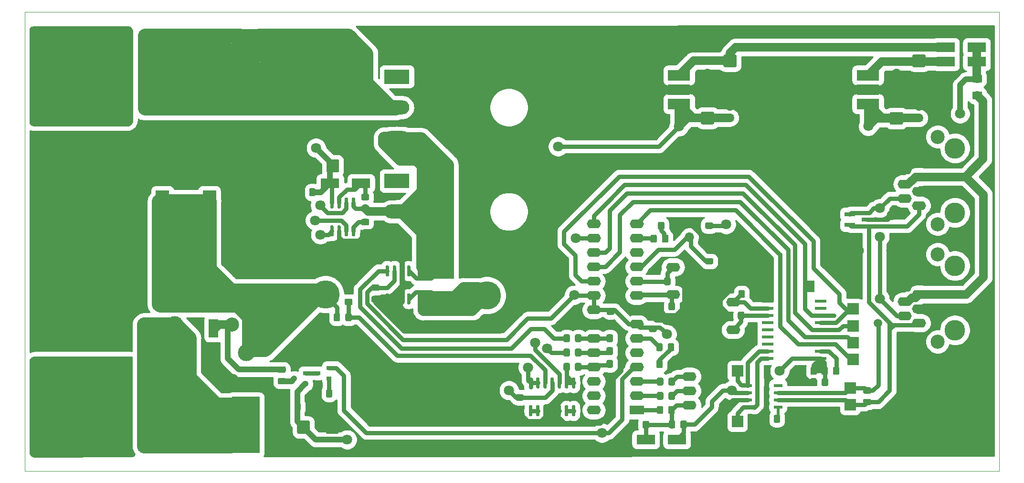
<source format=gbr>
%TF.GenerationSoftware,KiCad,Pcbnew,5.1.9+dfsg1-1+deb11u1*%
%TF.CreationDate,2022-10-24T18:37:13+00:00*%
%TF.ProjectId,MCB19,4d434231-392e-46b6-9963-61645f706362,rev?*%
%TF.SameCoordinates,Original*%
%TF.FileFunction,Copper,L2,Bot*%
%TF.FilePolarity,Positive*%
%FSLAX45Y45*%
G04 Gerber Fmt 4.5, Leading zero omitted, Abs format (unit mm)*
G04 Created by KiCad (PCBNEW 5.1.9+dfsg1-1+deb11u1) date 2022-10-24 18:37:13*
%MOMM*%
%LPD*%
G01*
G04 APERTURE LIST*
%TA.AperFunction,Profile*%
%ADD10C,0.100000*%
%TD*%
%TA.AperFunction,ComponentPad*%
%ADD11C,3.000000*%
%TD*%
%TA.AperFunction,ComponentPad*%
%ADD12C,2.500000*%
%TD*%
%TA.AperFunction,ComponentPad*%
%ADD13C,5.000000*%
%TD*%
%TA.AperFunction,ComponentPad*%
%ADD14C,2.400000*%
%TD*%
%TA.AperFunction,ComponentPad*%
%ADD15R,2.400000X2.400000*%
%TD*%
%TA.AperFunction,SMDPad,CuDef*%
%ADD16R,2.000000X2.000000*%
%TD*%
%TA.AperFunction,SMDPad,CuDef*%
%ADD17R,1.700000X3.300000*%
%TD*%
%TA.AperFunction,ComponentPad*%
%ADD18O,4.500000X2.500000*%
%TD*%
%TA.AperFunction,ComponentPad*%
%ADD19R,4.500000X2.500000*%
%TD*%
%TA.AperFunction,SMDPad,CuDef*%
%ADD20R,0.900000X0.800000*%
%TD*%
%TA.AperFunction,SMDPad,CuDef*%
%ADD21R,5.000000X10.000000*%
%TD*%
%TA.AperFunction,SMDPad,CuDef*%
%ADD22R,6.400000X2.000000*%
%TD*%
%TA.AperFunction,SMDPad,CuDef*%
%ADD23R,2.000000X0.600000*%
%TD*%
%TA.AperFunction,ComponentPad*%
%ADD24C,0.900000*%
%TD*%
%TA.AperFunction,ComponentPad*%
%ADD25C,10.599999*%
%TD*%
%TA.AperFunction,ComponentPad*%
%ADD26C,10.600000*%
%TD*%
%TA.AperFunction,SMDPad,CuDef*%
%ADD27R,3.300000X1.700000*%
%TD*%
%TA.AperFunction,SMDPad,CuDef*%
%ADD28R,16.000000X10.000000*%
%TD*%
%TA.AperFunction,SMDPad,CuDef*%
%ADD29R,4.000000X1.905000*%
%TD*%
%TA.AperFunction,ComponentPad*%
%ADD30R,1.700000X1.700000*%
%TD*%
%TA.AperFunction,ComponentPad*%
%ADD31O,1.700000X1.700000*%
%TD*%
%TA.AperFunction,ComponentPad*%
%ADD32R,2.500000X1.600000*%
%TD*%
%TA.AperFunction,ComponentPad*%
%ADD33O,2.500000X1.600000*%
%TD*%
%TA.AperFunction,SMDPad,CuDef*%
%ADD34R,1.900000X0.800000*%
%TD*%
%TA.AperFunction,WasherPad*%
%ADD35C,3.650000*%
%TD*%
%TA.AperFunction,SMDPad,CuDef*%
%ADD36R,1.550000X0.600000*%
%TD*%
%TA.AperFunction,ViaPad*%
%ADD37C,1.800000*%
%TD*%
%TA.AperFunction,ViaPad*%
%ADD38C,1.500000*%
%TD*%
%TA.AperFunction,Conductor*%
%ADD39C,0.250000*%
%TD*%
%TA.AperFunction,Conductor*%
%ADD40C,0.508000*%
%TD*%
%TA.AperFunction,Conductor*%
%ADD41C,0.762000*%
%TD*%
%TA.AperFunction,Conductor*%
%ADD42C,1.524000*%
%TD*%
%TA.AperFunction,Conductor*%
%ADD43C,2.032000*%
%TD*%
%TA.AperFunction,Conductor*%
%ADD44C,2.540000*%
%TD*%
%TA.AperFunction,Conductor*%
%ADD45C,1.016000*%
%TD*%
%TA.AperFunction,Conductor*%
%ADD46C,0.254000*%
%TD*%
%TA.AperFunction,Conductor*%
%ADD47C,0.150000*%
%TD*%
G04 APERTURE END LIST*
D10*
X22285000Y-5050000D02*
X5000000Y-5050000D01*
X22285000Y-13200000D02*
X22285000Y-5050000D01*
X5000000Y-13200000D02*
X22285000Y-13200000D01*
X5000000Y-5050000D02*
X5000000Y-13200000D01*
D11*
X8930000Y-11100000D03*
D12*
X8680000Y-11600000D03*
D11*
X7660000Y-10600000D03*
D12*
X8680000Y-10600000D03*
%TA.AperFunction,SMDPad,CuDef*%
G36*
G01*
X9987500Y-12105000D02*
X9987500Y-12015000D01*
G75*
G02*
X10012500Y-11990000I25000J0D01*
G01*
X10077500Y-11990000D01*
G75*
G02*
X10102500Y-12015000I0J-25000D01*
G01*
X10102500Y-12105000D01*
G75*
G02*
X10077500Y-12130000I-25000J0D01*
G01*
X10012500Y-12130000D01*
G75*
G02*
X9987500Y-12105000I0J25000D01*
G01*
G37*
%TD.AperFunction*%
%TA.AperFunction,SMDPad,CuDef*%
G36*
G01*
X9782500Y-12105000D02*
X9782500Y-12015000D01*
G75*
G02*
X9807500Y-11990000I25000J0D01*
G01*
X9872500Y-11990000D01*
G75*
G02*
X9897500Y-12015000I0J-25000D01*
G01*
X9897500Y-12105000D01*
G75*
G02*
X9872500Y-12130000I-25000J0D01*
G01*
X9807500Y-12130000D01*
G75*
G02*
X9782500Y-12105000I0J25000D01*
G01*
G37*
%TD.AperFunction*%
%TA.AperFunction,SMDPad,CuDef*%
G36*
G01*
X10342500Y-12512500D02*
X10342500Y-12327500D01*
G75*
G02*
X10367500Y-12302500I25000J0D01*
G01*
X10542500Y-12302500D01*
G75*
G02*
X10567500Y-12327500I0J-25000D01*
G01*
X10567500Y-12512500D01*
G75*
G02*
X10542500Y-12537500I-25000J0D01*
G01*
X10367500Y-12537500D01*
G75*
G02*
X10342500Y-12512500I0J25000D01*
G01*
G37*
%TD.AperFunction*%
%TA.AperFunction,SMDPad,CuDef*%
G36*
G01*
X9832500Y-12512500D02*
X9832500Y-12327500D01*
G75*
G02*
X9857500Y-12302500I25000J0D01*
G01*
X10032500Y-12302500D01*
G75*
G02*
X10057500Y-12327500I0J-25000D01*
G01*
X10057500Y-12512500D01*
G75*
G02*
X10032500Y-12537500I-25000J0D01*
G01*
X9857500Y-12537500D01*
G75*
G02*
X9832500Y-12512500I0J25000D01*
G01*
G37*
%TD.AperFunction*%
D13*
X13200000Y-10080000D03*
X10332800Y-10064400D03*
%TA.AperFunction,SMDPad,CuDef*%
G36*
G01*
X16405000Y-11045000D02*
X16405000Y-10955000D01*
G75*
G02*
X16430000Y-10930000I25000J0D01*
G01*
X16495000Y-10930000D01*
G75*
G02*
X16520000Y-10955000I0J-25000D01*
G01*
X16520000Y-11045000D01*
G75*
G02*
X16495000Y-11070000I-25000J0D01*
G01*
X16430000Y-11070000D01*
G75*
G02*
X16405000Y-11045000I0J25000D01*
G01*
G37*
%TD.AperFunction*%
%TA.AperFunction,SMDPad,CuDef*%
G36*
G01*
X16200000Y-11045000D02*
X16200000Y-10955000D01*
G75*
G02*
X16225000Y-10930000I25000J0D01*
G01*
X16290000Y-10930000D01*
G75*
G02*
X16315000Y-10955000I0J-25000D01*
G01*
X16315000Y-11045000D01*
G75*
G02*
X16290000Y-11070000I-25000J0D01*
G01*
X16225000Y-11070000D01*
G75*
G02*
X16200000Y-11045000I0J25000D01*
G01*
G37*
%TD.AperFunction*%
%TA.AperFunction,SMDPad,CuDef*%
G36*
G01*
X16315000Y-11255000D02*
X16315000Y-11345000D01*
G75*
G02*
X16290000Y-11370000I-25000J0D01*
G01*
X16225000Y-11370000D01*
G75*
G02*
X16200000Y-11345000I0J25000D01*
G01*
X16200000Y-11255000D01*
G75*
G02*
X16225000Y-11230000I25000J0D01*
G01*
X16290000Y-11230000D01*
G75*
G02*
X16315000Y-11255000I0J-25000D01*
G01*
G37*
%TD.AperFunction*%
%TA.AperFunction,SMDPad,CuDef*%
G36*
G01*
X16520000Y-11255000D02*
X16520000Y-11345000D01*
G75*
G02*
X16495000Y-11370000I-25000J0D01*
G01*
X16430000Y-11370000D01*
G75*
G02*
X16405000Y-11345000I0J25000D01*
G01*
X16405000Y-11255000D01*
G75*
G02*
X16430000Y-11230000I25000J0D01*
G01*
X16495000Y-11230000D01*
G75*
G02*
X16520000Y-11255000I0J-25000D01*
G01*
G37*
%TD.AperFunction*%
%TA.AperFunction,SMDPad,CuDef*%
G36*
G01*
X10137500Y-11865000D02*
X10137500Y-11775000D01*
G75*
G02*
X10162500Y-11750000I25000J0D01*
G01*
X10227500Y-11750000D01*
G75*
G02*
X10252500Y-11775000I0J-25000D01*
G01*
X10252500Y-11865000D01*
G75*
G02*
X10227500Y-11890000I-25000J0D01*
G01*
X10162500Y-11890000D01*
G75*
G02*
X10137500Y-11865000I0J25000D01*
G01*
G37*
%TD.AperFunction*%
%TA.AperFunction,SMDPad,CuDef*%
G36*
G01*
X10342500Y-11865000D02*
X10342500Y-11775000D01*
G75*
G02*
X10367500Y-11750000I25000J0D01*
G01*
X10432500Y-11750000D01*
G75*
G02*
X10457500Y-11775000I0J-25000D01*
G01*
X10457500Y-11865000D01*
G75*
G02*
X10432500Y-11890000I-25000J0D01*
G01*
X10367500Y-11890000D01*
G75*
G02*
X10342500Y-11865000I0J25000D01*
G01*
G37*
%TD.AperFunction*%
D14*
X8775208Y-9655000D03*
D15*
X8275208Y-9655000D03*
%TA.AperFunction,SMDPad,CuDef*%
G36*
G01*
X9515000Y-11340000D02*
X9605000Y-11340000D01*
G75*
G02*
X9630000Y-11365000I0J-25000D01*
G01*
X9630000Y-11430000D01*
G75*
G02*
X9605000Y-11455000I-25000J0D01*
G01*
X9515000Y-11455000D01*
G75*
G02*
X9490000Y-11430000I0J25000D01*
G01*
X9490000Y-11365000D01*
G75*
G02*
X9515000Y-11340000I25000J0D01*
G01*
G37*
%TD.AperFunction*%
%TA.AperFunction,SMDPad,CuDef*%
G36*
G01*
X9515000Y-11545000D02*
X9605000Y-11545000D01*
G75*
G02*
X9630000Y-11570000I0J-25000D01*
G01*
X9630000Y-11635000D01*
G75*
G02*
X9605000Y-11660000I-25000J0D01*
G01*
X9515000Y-11660000D01*
G75*
G02*
X9490000Y-11635000I0J25000D01*
G01*
X9490000Y-11570000D01*
G75*
G02*
X9515000Y-11545000I25000J0D01*
G01*
G37*
%TD.AperFunction*%
%TA.AperFunction,SMDPad,CuDef*%
G36*
G01*
X10434500Y-8345000D02*
X10464500Y-8345000D01*
G75*
G02*
X10479500Y-8360000I0J-15000D01*
G01*
X10479500Y-8525000D01*
G75*
G02*
X10464500Y-8540000I-15000J0D01*
G01*
X10434500Y-8540000D01*
G75*
G02*
X10419500Y-8525000I0J15000D01*
G01*
X10419500Y-8360000D01*
G75*
G02*
X10434500Y-8345000I15000J0D01*
G01*
G37*
%TD.AperFunction*%
%TA.AperFunction,SMDPad,CuDef*%
G36*
G01*
X10561500Y-8345000D02*
X10591500Y-8345000D01*
G75*
G02*
X10606500Y-8360000I0J-15000D01*
G01*
X10606500Y-8525000D01*
G75*
G02*
X10591500Y-8540000I-15000J0D01*
G01*
X10561500Y-8540000D01*
G75*
G02*
X10546500Y-8525000I0J15000D01*
G01*
X10546500Y-8360000D01*
G75*
G02*
X10561500Y-8345000I15000J0D01*
G01*
G37*
%TD.AperFunction*%
%TA.AperFunction,SMDPad,CuDef*%
G36*
G01*
X10688500Y-8345000D02*
X10718500Y-8345000D01*
G75*
G02*
X10733500Y-8360000I0J-15000D01*
G01*
X10733500Y-8525000D01*
G75*
G02*
X10718500Y-8540000I-15000J0D01*
G01*
X10688500Y-8540000D01*
G75*
G02*
X10673500Y-8525000I0J15000D01*
G01*
X10673500Y-8360000D01*
G75*
G02*
X10688500Y-8345000I15000J0D01*
G01*
G37*
%TD.AperFunction*%
%TA.AperFunction,SMDPad,CuDef*%
G36*
G01*
X10815500Y-8345000D02*
X10845500Y-8345000D01*
G75*
G02*
X10860500Y-8360000I0J-15000D01*
G01*
X10860500Y-8525000D01*
G75*
G02*
X10845500Y-8540000I-15000J0D01*
G01*
X10815500Y-8540000D01*
G75*
G02*
X10800500Y-8525000I0J15000D01*
G01*
X10800500Y-8360000D01*
G75*
G02*
X10815500Y-8345000I15000J0D01*
G01*
G37*
%TD.AperFunction*%
%TA.AperFunction,SMDPad,CuDef*%
G36*
G01*
X10815500Y-8840000D02*
X10845500Y-8840000D01*
G75*
G02*
X10860500Y-8855000I0J-15000D01*
G01*
X10860500Y-9020000D01*
G75*
G02*
X10845500Y-9035000I-15000J0D01*
G01*
X10815500Y-9035000D01*
G75*
G02*
X10800500Y-9020000I0J15000D01*
G01*
X10800500Y-8855000D01*
G75*
G02*
X10815500Y-8840000I15000J0D01*
G01*
G37*
%TD.AperFunction*%
%TA.AperFunction,SMDPad,CuDef*%
G36*
G01*
X10688500Y-8840000D02*
X10718500Y-8840000D01*
G75*
G02*
X10733500Y-8855000I0J-15000D01*
G01*
X10733500Y-9020000D01*
G75*
G02*
X10718500Y-9035000I-15000J0D01*
G01*
X10688500Y-9035000D01*
G75*
G02*
X10673500Y-9020000I0J15000D01*
G01*
X10673500Y-8855000D01*
G75*
G02*
X10688500Y-8840000I15000J0D01*
G01*
G37*
%TD.AperFunction*%
%TA.AperFunction,SMDPad,CuDef*%
G36*
G01*
X10561500Y-8840000D02*
X10591500Y-8840000D01*
G75*
G02*
X10606500Y-8855000I0J-15000D01*
G01*
X10606500Y-9020000D01*
G75*
G02*
X10591500Y-9035000I-15000J0D01*
G01*
X10561500Y-9035000D01*
G75*
G02*
X10546500Y-9020000I0J15000D01*
G01*
X10546500Y-8855000D01*
G75*
G02*
X10561500Y-8840000I15000J0D01*
G01*
G37*
%TD.AperFunction*%
%TA.AperFunction,SMDPad,CuDef*%
G36*
G01*
X10434500Y-8840000D02*
X10464500Y-8840000D01*
G75*
G02*
X10479500Y-8855000I0J-15000D01*
G01*
X10479500Y-9020000D01*
G75*
G02*
X10464500Y-9035000I-15000J0D01*
G01*
X10434500Y-9035000D01*
G75*
G02*
X10419500Y-9020000I0J15000D01*
G01*
X10419500Y-8855000D01*
G75*
G02*
X10434500Y-8840000I15000J0D01*
G01*
G37*
%TD.AperFunction*%
D16*
X18902500Y-9922500D03*
D17*
X8350000Y-11215000D03*
X8350000Y-10665000D03*
D14*
X8540000Y-7265000D03*
D15*
X8540000Y-6765000D03*
D14*
X7200000Y-7265000D03*
D15*
X7200000Y-6765000D03*
D18*
X11600000Y-9140000D03*
X11600000Y-8595000D03*
D19*
X11600000Y-8050000D03*
%TA.AperFunction,SMDPad,CuDef*%
G36*
G01*
X15318900Y-11340000D02*
X15318900Y-11250000D01*
G75*
G02*
X15343900Y-11225000I25000J0D01*
G01*
X15408900Y-11225000D01*
G75*
G02*
X15433900Y-11250000I0J-25000D01*
G01*
X15433900Y-11340000D01*
G75*
G02*
X15408900Y-11365000I-25000J0D01*
G01*
X15343900Y-11365000D01*
G75*
G02*
X15318900Y-11340000I0J25000D01*
G01*
G37*
%TD.AperFunction*%
%TA.AperFunction,SMDPad,CuDef*%
G36*
G01*
X15523900Y-11340000D02*
X15523900Y-11250000D01*
G75*
G02*
X15548900Y-11225000I25000J0D01*
G01*
X15613900Y-11225000D01*
G75*
G02*
X15638900Y-11250000I0J-25000D01*
G01*
X15638900Y-11340000D01*
G75*
G02*
X15613900Y-11365000I-25000J0D01*
G01*
X15548900Y-11365000D01*
G75*
G02*
X15523900Y-11340000I0J25000D01*
G01*
G37*
%TD.AperFunction*%
D20*
X10400000Y-11365000D03*
X10400000Y-11555000D03*
X10200000Y-11460000D03*
X9780000Y-11555000D03*
X9980000Y-11650000D03*
X9980000Y-11460000D03*
D21*
X6660000Y-12380000D03*
X8920000Y-12380000D03*
X6659000Y-5853000D03*
X8919000Y-5853000D03*
%TA.AperFunction,SMDPad,CuDef*%
G36*
G01*
X8492000Y-9195500D02*
X8492000Y-9105500D01*
G75*
G02*
X8517000Y-9080500I25000J0D01*
G01*
X8582000Y-9080500D01*
G75*
G02*
X8607000Y-9105500I0J-25000D01*
G01*
X8607000Y-9195500D01*
G75*
G02*
X8582000Y-9220500I-25000J0D01*
G01*
X8517000Y-9220500D01*
G75*
G02*
X8492000Y-9195500I0J25000D01*
G01*
G37*
%TD.AperFunction*%
%TA.AperFunction,SMDPad,CuDef*%
G36*
G01*
X8287000Y-9195500D02*
X8287000Y-9105500D01*
G75*
G02*
X8312000Y-9080500I25000J0D01*
G01*
X8377000Y-9080500D01*
G75*
G02*
X8402000Y-9105500I0J-25000D01*
G01*
X8402000Y-9195500D01*
G75*
G02*
X8377000Y-9220500I-25000J0D01*
G01*
X8312000Y-9220500D01*
G75*
G02*
X8287000Y-9195500I0J25000D01*
G01*
G37*
%TD.AperFunction*%
%TA.AperFunction,SMDPad,CuDef*%
G36*
G01*
X8492000Y-9425000D02*
X8492000Y-9335000D01*
G75*
G02*
X8517000Y-9310000I25000J0D01*
G01*
X8582000Y-9310000D01*
G75*
G02*
X8607000Y-9335000I0J-25000D01*
G01*
X8607000Y-9425000D01*
G75*
G02*
X8582000Y-9450000I-25000J0D01*
G01*
X8517000Y-9450000D01*
G75*
G02*
X8492000Y-9425000I0J25000D01*
G01*
G37*
%TD.AperFunction*%
%TA.AperFunction,SMDPad,CuDef*%
G36*
G01*
X8287000Y-9425000D02*
X8287000Y-9335000D01*
G75*
G02*
X8312000Y-9310000I25000J0D01*
G01*
X8377000Y-9310000D01*
G75*
G02*
X8402000Y-9335000I0J-25000D01*
G01*
X8402000Y-9425000D01*
G75*
G02*
X8377000Y-9450000I-25000J0D01*
G01*
X8312000Y-9450000D01*
G75*
G02*
X8287000Y-9425000I0J25000D01*
G01*
G37*
%TD.AperFunction*%
%TA.AperFunction,SMDPad,CuDef*%
G36*
G01*
X8527500Y-8662500D02*
X8527500Y-8537500D01*
G75*
G02*
X8552500Y-8512500I25000J0D01*
G01*
X8645000Y-8512500D01*
G75*
G02*
X8670000Y-8537500I0J-25000D01*
G01*
X8670000Y-8662500D01*
G75*
G02*
X8645000Y-8687500I-25000J0D01*
G01*
X8552500Y-8687500D01*
G75*
G02*
X8527500Y-8662500I0J25000D01*
G01*
G37*
%TD.AperFunction*%
%TA.AperFunction,SMDPad,CuDef*%
G36*
G01*
X8230000Y-8662500D02*
X8230000Y-8537500D01*
G75*
G02*
X8255000Y-8512500I25000J0D01*
G01*
X8347500Y-8512500D01*
G75*
G02*
X8372500Y-8537500I0J-25000D01*
G01*
X8372500Y-8662500D01*
G75*
G02*
X8347500Y-8687500I-25000J0D01*
G01*
X8255000Y-8687500D01*
G75*
G02*
X8230000Y-8662500I0J25000D01*
G01*
G37*
%TD.AperFunction*%
%TA.AperFunction,SMDPad,CuDef*%
G36*
G01*
X8527500Y-8949500D02*
X8527500Y-8824500D01*
G75*
G02*
X8552500Y-8799500I25000J0D01*
G01*
X8645000Y-8799500D01*
G75*
G02*
X8670000Y-8824500I0J-25000D01*
G01*
X8670000Y-8949500D01*
G75*
G02*
X8645000Y-8974500I-25000J0D01*
G01*
X8552500Y-8974500D01*
G75*
G02*
X8527500Y-8949500I0J25000D01*
G01*
G37*
%TD.AperFunction*%
%TA.AperFunction,SMDPad,CuDef*%
G36*
G01*
X8230000Y-8949500D02*
X8230000Y-8824500D01*
G75*
G02*
X8255000Y-8799500I25000J0D01*
G01*
X8347500Y-8799500D01*
G75*
G02*
X8372500Y-8824500I0J-25000D01*
G01*
X8372500Y-8949500D01*
G75*
G02*
X8347500Y-8974500I-25000J0D01*
G01*
X8255000Y-8974500D01*
G75*
G02*
X8230000Y-8949500I0J25000D01*
G01*
G37*
%TD.AperFunction*%
%TA.AperFunction,SMDPad,CuDef*%
G36*
G01*
X11825500Y-9745000D02*
X11795500Y-9745000D01*
G75*
G02*
X11780500Y-9730000I0J15000D01*
G01*
X11780500Y-9565000D01*
G75*
G02*
X11795500Y-9550000I15000J0D01*
G01*
X11825500Y-9550000D01*
G75*
G02*
X11840500Y-9565000I0J-15000D01*
G01*
X11840500Y-9730000D01*
G75*
G02*
X11825500Y-9745000I-15000J0D01*
G01*
G37*
%TD.AperFunction*%
%TA.AperFunction,SMDPad,CuDef*%
G36*
G01*
X11698500Y-9745000D02*
X11668500Y-9745000D01*
G75*
G02*
X11653500Y-9730000I0J15000D01*
G01*
X11653500Y-9565000D01*
G75*
G02*
X11668500Y-9550000I15000J0D01*
G01*
X11698500Y-9550000D01*
G75*
G02*
X11713500Y-9565000I0J-15000D01*
G01*
X11713500Y-9730000D01*
G75*
G02*
X11698500Y-9745000I-15000J0D01*
G01*
G37*
%TD.AperFunction*%
%TA.AperFunction,SMDPad,CuDef*%
G36*
G01*
X11571500Y-9745000D02*
X11541500Y-9745000D01*
G75*
G02*
X11526500Y-9730000I0J15000D01*
G01*
X11526500Y-9565000D01*
G75*
G02*
X11541500Y-9550000I15000J0D01*
G01*
X11571500Y-9550000D01*
G75*
G02*
X11586500Y-9565000I0J-15000D01*
G01*
X11586500Y-9730000D01*
G75*
G02*
X11571500Y-9745000I-15000J0D01*
G01*
G37*
%TD.AperFunction*%
%TA.AperFunction,SMDPad,CuDef*%
G36*
G01*
X11444500Y-9745000D02*
X11414500Y-9745000D01*
G75*
G02*
X11399500Y-9730000I0J15000D01*
G01*
X11399500Y-9565000D01*
G75*
G02*
X11414500Y-9550000I15000J0D01*
G01*
X11444500Y-9550000D01*
G75*
G02*
X11459500Y-9565000I0J-15000D01*
G01*
X11459500Y-9730000D01*
G75*
G02*
X11444500Y-9745000I-15000J0D01*
G01*
G37*
%TD.AperFunction*%
%TA.AperFunction,SMDPad,CuDef*%
G36*
G01*
X11444500Y-10240000D02*
X11414500Y-10240000D01*
G75*
G02*
X11399500Y-10225000I0J15000D01*
G01*
X11399500Y-10060000D01*
G75*
G02*
X11414500Y-10045000I15000J0D01*
G01*
X11444500Y-10045000D01*
G75*
G02*
X11459500Y-10060000I0J-15000D01*
G01*
X11459500Y-10225000D01*
G75*
G02*
X11444500Y-10240000I-15000J0D01*
G01*
G37*
%TD.AperFunction*%
%TA.AperFunction,SMDPad,CuDef*%
G36*
G01*
X11571500Y-10240000D02*
X11541500Y-10240000D01*
G75*
G02*
X11526500Y-10225000I0J15000D01*
G01*
X11526500Y-10060000D01*
G75*
G02*
X11541500Y-10045000I15000J0D01*
G01*
X11571500Y-10045000D01*
G75*
G02*
X11586500Y-10060000I0J-15000D01*
G01*
X11586500Y-10225000D01*
G75*
G02*
X11571500Y-10240000I-15000J0D01*
G01*
G37*
%TD.AperFunction*%
%TA.AperFunction,SMDPad,CuDef*%
G36*
G01*
X11698500Y-10240000D02*
X11668500Y-10240000D01*
G75*
G02*
X11653500Y-10225000I0J15000D01*
G01*
X11653500Y-10060000D01*
G75*
G02*
X11668500Y-10045000I15000J0D01*
G01*
X11698500Y-10045000D01*
G75*
G02*
X11713500Y-10060000I0J-15000D01*
G01*
X11713500Y-10225000D01*
G75*
G02*
X11698500Y-10240000I-15000J0D01*
G01*
G37*
%TD.AperFunction*%
%TA.AperFunction,SMDPad,CuDef*%
G36*
G01*
X11825500Y-10240000D02*
X11795500Y-10240000D01*
G75*
G02*
X11780500Y-10225000I0J15000D01*
G01*
X11780500Y-10060000D01*
G75*
G02*
X11795500Y-10045000I15000J0D01*
G01*
X11825500Y-10045000D01*
G75*
G02*
X11840500Y-10060000I0J-15000D01*
G01*
X11840500Y-10225000D01*
G75*
G02*
X11825500Y-10240000I-15000J0D01*
G01*
G37*
%TD.AperFunction*%
D22*
X12295000Y-10105000D03*
X12295000Y-9685000D03*
D23*
X18172900Y-11199600D03*
X18172900Y-11072600D03*
X18172900Y-10945600D03*
X18172900Y-10818600D03*
X18172900Y-10691600D03*
X18172900Y-10564600D03*
X18172900Y-10437600D03*
X18172900Y-10310600D03*
X18172900Y-10183600D03*
X19112900Y-10183600D03*
X19112900Y-10310600D03*
X19112900Y-10437600D03*
X19112900Y-10564600D03*
X19112900Y-10691600D03*
X19112900Y-10818600D03*
X19112900Y-10945600D03*
X19112900Y-11072600D03*
X19112900Y-11199600D03*
%TA.AperFunction,SMDPad,CuDef*%
G36*
G01*
X15433900Y-10795400D02*
X15433900Y-10885400D01*
G75*
G02*
X15408900Y-10910400I-25000J0D01*
G01*
X15343900Y-10910400D01*
G75*
G02*
X15318900Y-10885400I0J25000D01*
G01*
X15318900Y-10795400D01*
G75*
G02*
X15343900Y-10770400I25000J0D01*
G01*
X15408900Y-10770400D01*
G75*
G02*
X15433900Y-10795400I0J-25000D01*
G01*
G37*
%TD.AperFunction*%
%TA.AperFunction,SMDPad,CuDef*%
G36*
G01*
X15638900Y-10795400D02*
X15638900Y-10885400D01*
G75*
G02*
X15613900Y-10910400I-25000J0D01*
G01*
X15548900Y-10910400D01*
G75*
G02*
X15523900Y-10885400I0J25000D01*
G01*
X15523900Y-10795400D01*
G75*
G02*
X15548900Y-10770400I25000J0D01*
G01*
X15613900Y-10770400D01*
G75*
G02*
X15638900Y-10795400I0J-25000D01*
G01*
G37*
%TD.AperFunction*%
%TA.AperFunction,SMDPad,CuDef*%
G36*
G01*
X13825000Y-11950000D02*
X13735000Y-11950000D01*
G75*
G02*
X13710000Y-11925000I0J25000D01*
G01*
X13710000Y-11860000D01*
G75*
G02*
X13735000Y-11835000I25000J0D01*
G01*
X13825000Y-11835000D01*
G75*
G02*
X13850000Y-11860000I0J-25000D01*
G01*
X13850000Y-11925000D01*
G75*
G02*
X13825000Y-11950000I-25000J0D01*
G01*
G37*
%TD.AperFunction*%
%TA.AperFunction,SMDPad,CuDef*%
G36*
G01*
X13825000Y-12155000D02*
X13735000Y-12155000D01*
G75*
G02*
X13710000Y-12130000I0J25000D01*
G01*
X13710000Y-12065000D01*
G75*
G02*
X13735000Y-12040000I25000J0D01*
G01*
X13825000Y-12040000D01*
G75*
G02*
X13850000Y-12065000I0J-25000D01*
G01*
X13850000Y-12130000D01*
G75*
G02*
X13825000Y-12155000I-25000J0D01*
G01*
G37*
%TD.AperFunction*%
%TA.AperFunction,SMDPad,CuDef*%
G36*
G01*
X11265000Y-10000000D02*
X11175000Y-10000000D01*
G75*
G02*
X11150000Y-9975000I0J25000D01*
G01*
X11150000Y-9910000D01*
G75*
G02*
X11175000Y-9885000I25000J0D01*
G01*
X11265000Y-9885000D01*
G75*
G02*
X11290000Y-9910000I0J-25000D01*
G01*
X11290000Y-9975000D01*
G75*
G02*
X11265000Y-10000000I-25000J0D01*
G01*
G37*
%TD.AperFunction*%
%TA.AperFunction,SMDPad,CuDef*%
G36*
G01*
X11265000Y-10205000D02*
X11175000Y-10205000D01*
G75*
G02*
X11150000Y-10180000I0J25000D01*
G01*
X11150000Y-10115000D01*
G75*
G02*
X11175000Y-10090000I25000J0D01*
G01*
X11265000Y-10090000D01*
G75*
G02*
X11290000Y-10115000I0J-25000D01*
G01*
X11290000Y-10180000D01*
G75*
G02*
X11265000Y-10205000I-25000J0D01*
G01*
G37*
%TD.AperFunction*%
D24*
X5981075Y-12231075D03*
X6097500Y-11950000D03*
X5981075Y-11668925D03*
X5700000Y-11552500D03*
X5418925Y-11668925D03*
X5302500Y-11950000D03*
X5418925Y-12231075D03*
X5700000Y-12347500D03*
D25*
X5700000Y-11950000D03*
D14*
X6945000Y-8340000D03*
D15*
X7445000Y-8340000D03*
D14*
X6945000Y-9655000D03*
D15*
X7445000Y-9655000D03*
D18*
X11600000Y-7290000D03*
X11600000Y-6745000D03*
D19*
X11600000Y-6200000D03*
%TA.AperFunction,SMDPad,CuDef*%
G36*
G01*
X13959000Y-12030000D02*
X13989000Y-12030000D01*
G75*
G02*
X14004000Y-12045000I0J-15000D01*
G01*
X14004000Y-12210000D01*
G75*
G02*
X13989000Y-12225000I-15000J0D01*
G01*
X13959000Y-12225000D01*
G75*
G02*
X13944000Y-12210000I0J15000D01*
G01*
X13944000Y-12045000D01*
G75*
G02*
X13959000Y-12030000I15000J0D01*
G01*
G37*
%TD.AperFunction*%
%TA.AperFunction,SMDPad,CuDef*%
G36*
G01*
X14086000Y-12030000D02*
X14116000Y-12030000D01*
G75*
G02*
X14131000Y-12045000I0J-15000D01*
G01*
X14131000Y-12210000D01*
G75*
G02*
X14116000Y-12225000I-15000J0D01*
G01*
X14086000Y-12225000D01*
G75*
G02*
X14071000Y-12210000I0J15000D01*
G01*
X14071000Y-12045000D01*
G75*
G02*
X14086000Y-12030000I15000J0D01*
G01*
G37*
%TD.AperFunction*%
%TA.AperFunction,SMDPad,CuDef*%
G36*
G01*
X14213000Y-12030000D02*
X14243000Y-12030000D01*
G75*
G02*
X14258000Y-12045000I0J-15000D01*
G01*
X14258000Y-12210000D01*
G75*
G02*
X14243000Y-12225000I-15000J0D01*
G01*
X14213000Y-12225000D01*
G75*
G02*
X14198000Y-12210000I0J15000D01*
G01*
X14198000Y-12045000D01*
G75*
G02*
X14213000Y-12030000I15000J0D01*
G01*
G37*
%TD.AperFunction*%
%TA.AperFunction,SMDPad,CuDef*%
G36*
G01*
X14340000Y-12030000D02*
X14370000Y-12030000D01*
G75*
G02*
X14385000Y-12045000I0J-15000D01*
G01*
X14385000Y-12210000D01*
G75*
G02*
X14370000Y-12225000I-15000J0D01*
G01*
X14340000Y-12225000D01*
G75*
G02*
X14325000Y-12210000I0J15000D01*
G01*
X14325000Y-12045000D01*
G75*
G02*
X14340000Y-12030000I15000J0D01*
G01*
G37*
%TD.AperFunction*%
%TA.AperFunction,SMDPad,CuDef*%
G36*
G01*
X14467000Y-12030000D02*
X14497000Y-12030000D01*
G75*
G02*
X14512000Y-12045000I0J-15000D01*
G01*
X14512000Y-12210000D01*
G75*
G02*
X14497000Y-12225000I-15000J0D01*
G01*
X14467000Y-12225000D01*
G75*
G02*
X14452000Y-12210000I0J15000D01*
G01*
X14452000Y-12045000D01*
G75*
G02*
X14467000Y-12030000I15000J0D01*
G01*
G37*
%TD.AperFunction*%
%TA.AperFunction,SMDPad,CuDef*%
G36*
G01*
X14594000Y-12030000D02*
X14624000Y-12030000D01*
G75*
G02*
X14639000Y-12045000I0J-15000D01*
G01*
X14639000Y-12210000D01*
G75*
G02*
X14624000Y-12225000I-15000J0D01*
G01*
X14594000Y-12225000D01*
G75*
G02*
X14579000Y-12210000I0J15000D01*
G01*
X14579000Y-12045000D01*
G75*
G02*
X14594000Y-12030000I15000J0D01*
G01*
G37*
%TD.AperFunction*%
%TA.AperFunction,SMDPad,CuDef*%
G36*
G01*
X14721000Y-12030000D02*
X14751000Y-12030000D01*
G75*
G02*
X14766000Y-12045000I0J-15000D01*
G01*
X14766000Y-12210000D01*
G75*
G02*
X14751000Y-12225000I-15000J0D01*
G01*
X14721000Y-12225000D01*
G75*
G02*
X14706000Y-12210000I0J15000D01*
G01*
X14706000Y-12045000D01*
G75*
G02*
X14721000Y-12030000I15000J0D01*
G01*
G37*
%TD.AperFunction*%
%TA.AperFunction,SMDPad,CuDef*%
G36*
G01*
X14721000Y-11535000D02*
X14751000Y-11535000D01*
G75*
G02*
X14766000Y-11550000I0J-15000D01*
G01*
X14766000Y-11715000D01*
G75*
G02*
X14751000Y-11730000I-15000J0D01*
G01*
X14721000Y-11730000D01*
G75*
G02*
X14706000Y-11715000I0J15000D01*
G01*
X14706000Y-11550000D01*
G75*
G02*
X14721000Y-11535000I15000J0D01*
G01*
G37*
%TD.AperFunction*%
%TA.AperFunction,SMDPad,CuDef*%
G36*
G01*
X14594000Y-11535000D02*
X14624000Y-11535000D01*
G75*
G02*
X14639000Y-11550000I0J-15000D01*
G01*
X14639000Y-11715000D01*
G75*
G02*
X14624000Y-11730000I-15000J0D01*
G01*
X14594000Y-11730000D01*
G75*
G02*
X14579000Y-11715000I0J15000D01*
G01*
X14579000Y-11550000D01*
G75*
G02*
X14594000Y-11535000I15000J0D01*
G01*
G37*
%TD.AperFunction*%
%TA.AperFunction,SMDPad,CuDef*%
G36*
G01*
X14467000Y-11535000D02*
X14497000Y-11535000D01*
G75*
G02*
X14512000Y-11550000I0J-15000D01*
G01*
X14512000Y-11715000D01*
G75*
G02*
X14497000Y-11730000I-15000J0D01*
G01*
X14467000Y-11730000D01*
G75*
G02*
X14452000Y-11715000I0J15000D01*
G01*
X14452000Y-11550000D01*
G75*
G02*
X14467000Y-11535000I15000J0D01*
G01*
G37*
%TD.AperFunction*%
%TA.AperFunction,SMDPad,CuDef*%
G36*
G01*
X14340000Y-11535000D02*
X14370000Y-11535000D01*
G75*
G02*
X14385000Y-11550000I0J-15000D01*
G01*
X14385000Y-11715000D01*
G75*
G02*
X14370000Y-11730000I-15000J0D01*
G01*
X14340000Y-11730000D01*
G75*
G02*
X14325000Y-11715000I0J15000D01*
G01*
X14325000Y-11550000D01*
G75*
G02*
X14340000Y-11535000I15000J0D01*
G01*
G37*
%TD.AperFunction*%
%TA.AperFunction,SMDPad,CuDef*%
G36*
G01*
X14213000Y-11535000D02*
X14243000Y-11535000D01*
G75*
G02*
X14258000Y-11550000I0J-15000D01*
G01*
X14258000Y-11715000D01*
G75*
G02*
X14243000Y-11730000I-15000J0D01*
G01*
X14213000Y-11730000D01*
G75*
G02*
X14198000Y-11715000I0J15000D01*
G01*
X14198000Y-11550000D01*
G75*
G02*
X14213000Y-11535000I15000J0D01*
G01*
G37*
%TD.AperFunction*%
%TA.AperFunction,SMDPad,CuDef*%
G36*
G01*
X14086000Y-11535000D02*
X14116000Y-11535000D01*
G75*
G02*
X14131000Y-11550000I0J-15000D01*
G01*
X14131000Y-11715000D01*
G75*
G02*
X14116000Y-11730000I-15000J0D01*
G01*
X14086000Y-11730000D01*
G75*
G02*
X14071000Y-11715000I0J15000D01*
G01*
X14071000Y-11550000D01*
G75*
G02*
X14086000Y-11535000I15000J0D01*
G01*
G37*
%TD.AperFunction*%
%TA.AperFunction,SMDPad,CuDef*%
G36*
G01*
X13959000Y-11535000D02*
X13989000Y-11535000D01*
G75*
G02*
X14004000Y-11550000I0J-15000D01*
G01*
X14004000Y-11715000D01*
G75*
G02*
X13989000Y-11730000I-15000J0D01*
G01*
X13959000Y-11730000D01*
G75*
G02*
X13944000Y-11715000I0J15000D01*
G01*
X13944000Y-11550000D01*
G75*
G02*
X13959000Y-11535000I15000J0D01*
G01*
G37*
%TD.AperFunction*%
%TA.AperFunction,SMDPad,CuDef*%
G36*
G01*
X10700000Y-10140000D02*
X10790000Y-10140000D01*
G75*
G02*
X10815000Y-10165000I0J-25000D01*
G01*
X10815000Y-10230000D01*
G75*
G02*
X10790000Y-10255000I-25000J0D01*
G01*
X10700000Y-10255000D01*
G75*
G02*
X10675000Y-10230000I0J25000D01*
G01*
X10675000Y-10165000D01*
G75*
G02*
X10700000Y-10140000I25000J0D01*
G01*
G37*
%TD.AperFunction*%
%TA.AperFunction,SMDPad,CuDef*%
G36*
G01*
X10700000Y-9935000D02*
X10790000Y-9935000D01*
G75*
G02*
X10815000Y-9960000I0J-25000D01*
G01*
X10815000Y-10025000D01*
G75*
G02*
X10790000Y-10050000I-25000J0D01*
G01*
X10700000Y-10050000D01*
G75*
G02*
X10675000Y-10025000I0J25000D01*
G01*
X10675000Y-9960000D01*
G75*
G02*
X10700000Y-9935000I25000J0D01*
G01*
G37*
%TD.AperFunction*%
%TA.AperFunction,SMDPad,CuDef*%
G36*
G01*
X10595000Y-10425000D02*
X10595000Y-10515000D01*
G75*
G02*
X10570000Y-10540000I-25000J0D01*
G01*
X10505000Y-10540000D01*
G75*
G02*
X10480000Y-10515000I0J25000D01*
G01*
X10480000Y-10425000D01*
G75*
G02*
X10505000Y-10400000I25000J0D01*
G01*
X10570000Y-10400000D01*
G75*
G02*
X10595000Y-10425000I0J-25000D01*
G01*
G37*
%TD.AperFunction*%
%TA.AperFunction,SMDPad,CuDef*%
G36*
G01*
X10800000Y-10425000D02*
X10800000Y-10515000D01*
G75*
G02*
X10775000Y-10540000I-25000J0D01*
G01*
X10710000Y-10540000D01*
G75*
G02*
X10685000Y-10515000I0J25000D01*
G01*
X10685000Y-10425000D01*
G75*
G02*
X10710000Y-10400000I25000J0D01*
G01*
X10775000Y-10400000D01*
G75*
G02*
X10800000Y-10425000I0J-25000D01*
G01*
G37*
%TD.AperFunction*%
%TA.AperFunction,SMDPad,CuDef*%
G36*
G01*
X10995000Y-8722500D02*
X11085000Y-8722500D01*
G75*
G02*
X11110000Y-8747500I0J-25000D01*
G01*
X11110000Y-8812500D01*
G75*
G02*
X11085000Y-8837500I-25000J0D01*
G01*
X10995000Y-8837500D01*
G75*
G02*
X10970000Y-8812500I0J25000D01*
G01*
X10970000Y-8747500D01*
G75*
G02*
X10995000Y-8722500I25000J0D01*
G01*
G37*
%TD.AperFunction*%
%TA.AperFunction,SMDPad,CuDef*%
G36*
G01*
X10995000Y-8927500D02*
X11085000Y-8927500D01*
G75*
G02*
X11110000Y-8952500I0J-25000D01*
G01*
X11110000Y-9017500D01*
G75*
G02*
X11085000Y-9042500I-25000J0D01*
G01*
X10995000Y-9042500D01*
G75*
G02*
X10970000Y-9017500I0J25000D01*
G01*
X10970000Y-8952500D01*
G75*
G02*
X10995000Y-8927500I25000J0D01*
G01*
G37*
%TD.AperFunction*%
%TA.AperFunction,SMDPad,CuDef*%
G36*
G01*
X14670100Y-11303400D02*
X14670100Y-11393400D01*
G75*
G02*
X14645100Y-11418400I-25000J0D01*
G01*
X14580100Y-11418400D01*
G75*
G02*
X14555100Y-11393400I0J25000D01*
G01*
X14555100Y-11303400D01*
G75*
G02*
X14580100Y-11278400I25000J0D01*
G01*
X14645100Y-11278400D01*
G75*
G02*
X14670100Y-11303400I0J-25000D01*
G01*
G37*
%TD.AperFunction*%
%TA.AperFunction,SMDPad,CuDef*%
G36*
G01*
X14875100Y-11303400D02*
X14875100Y-11393400D01*
G75*
G02*
X14850100Y-11418400I-25000J0D01*
G01*
X14785100Y-11418400D01*
G75*
G02*
X14760100Y-11393400I0J25000D01*
G01*
X14760100Y-11303400D01*
G75*
G02*
X14785100Y-11278400I25000J0D01*
G01*
X14850100Y-11278400D01*
G75*
G02*
X14875100Y-11303400I0J-25000D01*
G01*
G37*
%TD.AperFunction*%
%TA.AperFunction,SMDPad,CuDef*%
G36*
G01*
X14670100Y-11049400D02*
X14670100Y-11139400D01*
G75*
G02*
X14645100Y-11164400I-25000J0D01*
G01*
X14580100Y-11164400D01*
G75*
G02*
X14555100Y-11139400I0J25000D01*
G01*
X14555100Y-11049400D01*
G75*
G02*
X14580100Y-11024400I25000J0D01*
G01*
X14645100Y-11024400D01*
G75*
G02*
X14670100Y-11049400I0J-25000D01*
G01*
G37*
%TD.AperFunction*%
%TA.AperFunction,SMDPad,CuDef*%
G36*
G01*
X14875100Y-11049400D02*
X14875100Y-11139400D01*
G75*
G02*
X14850100Y-11164400I-25000J0D01*
G01*
X14785100Y-11164400D01*
G75*
G02*
X14760100Y-11139400I0J25000D01*
G01*
X14760100Y-11049400D01*
G75*
G02*
X14785100Y-11024400I25000J0D01*
G01*
X14850100Y-11024400D01*
G75*
G02*
X14875100Y-11049400I0J-25000D01*
G01*
G37*
%TD.AperFunction*%
%TA.AperFunction,SMDPad,CuDef*%
G36*
G01*
X14760100Y-10885400D02*
X14760100Y-10795400D01*
G75*
G02*
X14785100Y-10770400I25000J0D01*
G01*
X14850100Y-10770400D01*
G75*
G02*
X14875100Y-10795400I0J-25000D01*
G01*
X14875100Y-10885400D01*
G75*
G02*
X14850100Y-10910400I-25000J0D01*
G01*
X14785100Y-10910400D01*
G75*
G02*
X14760100Y-10885400I0J25000D01*
G01*
G37*
%TD.AperFunction*%
%TA.AperFunction,SMDPad,CuDef*%
G36*
G01*
X14555100Y-10885400D02*
X14555100Y-10795400D01*
G75*
G02*
X14580100Y-10770400I25000J0D01*
G01*
X14645100Y-10770400D01*
G75*
G02*
X14670100Y-10795400I0J-25000D01*
G01*
X14670100Y-10885400D01*
G75*
G02*
X14645100Y-10910400I-25000J0D01*
G01*
X14580100Y-10910400D01*
G75*
G02*
X14555100Y-10885400I0J25000D01*
G01*
G37*
%TD.AperFunction*%
D24*
X5981075Y-10431075D03*
X6097500Y-10150000D03*
X5981075Y-9868925D03*
X5700000Y-9752500D03*
X5418925Y-9868925D03*
X5302500Y-10150000D03*
X5418925Y-10431075D03*
X5700000Y-10547500D03*
D26*
X5700000Y-10150000D03*
D24*
X5418925Y-7918925D03*
X5302500Y-8200000D03*
X5418925Y-8481075D03*
X5700000Y-8597500D03*
X5981075Y-8481075D03*
X6097500Y-8200000D03*
X5981075Y-7918925D03*
X5700000Y-7802500D03*
D26*
X5700000Y-8200000D03*
D24*
X5418925Y-6018925D03*
X5302500Y-6300000D03*
X5418925Y-6581075D03*
X5700000Y-6697500D03*
X5981075Y-6581075D03*
X6097500Y-6300000D03*
X5981075Y-6018925D03*
X5700000Y-5902500D03*
D25*
X5700000Y-6300000D03*
D27*
X10415000Y-8090000D03*
X10965000Y-8090000D03*
%TA.AperFunction,SMDPad,CuDef*%
G36*
G01*
X10160000Y-8205000D02*
X10160000Y-8295000D01*
G75*
G02*
X10135000Y-8320000I-25000J0D01*
G01*
X10070000Y-8320000D01*
G75*
G02*
X10045000Y-8295000I0J25000D01*
G01*
X10045000Y-8205000D01*
G75*
G02*
X10070000Y-8180000I25000J0D01*
G01*
X10135000Y-8180000D01*
G75*
G02*
X10160000Y-8205000I0J-25000D01*
G01*
G37*
%TD.AperFunction*%
%TA.AperFunction,SMDPad,CuDef*%
G36*
G01*
X9955000Y-8205000D02*
X9955000Y-8295000D01*
G75*
G02*
X9930000Y-8320000I-25000J0D01*
G01*
X9865000Y-8320000D01*
G75*
G02*
X9840000Y-8295000I0J25000D01*
G01*
X9840000Y-8205000D01*
G75*
G02*
X9865000Y-8180000I25000J0D01*
G01*
X9930000Y-8180000D01*
G75*
G02*
X9955000Y-8205000I0J-25000D01*
G01*
G37*
%TD.AperFunction*%
%TA.AperFunction,SMDPad,CuDef*%
G36*
G01*
X10065000Y-7690000D02*
X10065000Y-7875000D01*
G75*
G02*
X10040000Y-7900000I-25000J0D01*
G01*
X9865000Y-7900000D01*
G75*
G02*
X9840000Y-7875000I0J25000D01*
G01*
X9840000Y-7690000D01*
G75*
G02*
X9865000Y-7665000I25000J0D01*
G01*
X10040000Y-7665000D01*
G75*
G02*
X10065000Y-7690000I0J-25000D01*
G01*
G37*
%TD.AperFunction*%
%TA.AperFunction,SMDPad,CuDef*%
G36*
G01*
X10575000Y-7690000D02*
X10575000Y-7875000D01*
G75*
G02*
X10550000Y-7900000I-25000J0D01*
G01*
X10375000Y-7900000D01*
G75*
G02*
X10350000Y-7875000I0J25000D01*
G01*
X10350000Y-7690000D01*
G75*
G02*
X10375000Y-7665000I25000J0D01*
G01*
X10550000Y-7665000D01*
G75*
G02*
X10575000Y-7690000I0J-25000D01*
G01*
G37*
%TD.AperFunction*%
D14*
X8775208Y-8340000D03*
D15*
X8275208Y-8340000D03*
%TA.AperFunction,SMDPad,CuDef*%
G36*
G01*
X10995000Y-8280000D02*
X11085000Y-8280000D01*
G75*
G02*
X11110000Y-8305000I0J-25000D01*
G01*
X11110000Y-8370000D01*
G75*
G02*
X11085000Y-8395000I-25000J0D01*
G01*
X10995000Y-8395000D01*
G75*
G02*
X10970000Y-8370000I0J25000D01*
G01*
X10970000Y-8305000D01*
G75*
G02*
X10995000Y-8280000I25000J0D01*
G01*
G37*
%TD.AperFunction*%
%TA.AperFunction,SMDPad,CuDef*%
G36*
G01*
X10995000Y-8485000D02*
X11085000Y-8485000D01*
G75*
G02*
X11110000Y-8510000I0J-25000D01*
G01*
X11110000Y-8575000D01*
G75*
G02*
X11085000Y-8600000I-25000J0D01*
G01*
X10995000Y-8600000D01*
G75*
G02*
X10970000Y-8575000I0J25000D01*
G01*
X10970000Y-8510000D01*
G75*
G02*
X10995000Y-8485000I25000J0D01*
G01*
G37*
%TD.AperFunction*%
%TA.AperFunction,SMDPad,CuDef*%
G36*
G01*
X15523900Y-11115000D02*
X15523900Y-11025000D01*
G75*
G02*
X15548900Y-11000000I25000J0D01*
G01*
X15613900Y-11000000D01*
G75*
G02*
X15638900Y-11025000I0J-25000D01*
G01*
X15638900Y-11115000D01*
G75*
G02*
X15613900Y-11140000I-25000J0D01*
G01*
X15548900Y-11140000D01*
G75*
G02*
X15523900Y-11115000I0J25000D01*
G01*
G37*
%TD.AperFunction*%
%TA.AperFunction,SMDPad,CuDef*%
G36*
G01*
X15318900Y-11115000D02*
X15318900Y-11025000D01*
G75*
G02*
X15343900Y-11000000I25000J0D01*
G01*
X15408900Y-11000000D01*
G75*
G02*
X15433900Y-11025000I0J-25000D01*
G01*
X15433900Y-11115000D01*
G75*
G02*
X15408900Y-11140000I-25000J0D01*
G01*
X15343900Y-11140000D01*
G75*
G02*
X15318900Y-11115000I0J25000D01*
G01*
G37*
%TD.AperFunction*%
%TA.AperFunction,SMDPad,CuDef*%
G36*
G01*
X20905000Y-6787500D02*
X20815000Y-6787500D01*
G75*
G02*
X20790000Y-6762500I0J25000D01*
G01*
X20790000Y-6697500D01*
G75*
G02*
X20815000Y-6672500I25000J0D01*
G01*
X20905000Y-6672500D01*
G75*
G02*
X20930000Y-6697500I0J-25000D01*
G01*
X20930000Y-6762500D01*
G75*
G02*
X20905000Y-6787500I-25000J0D01*
G01*
G37*
%TD.AperFunction*%
%TA.AperFunction,SMDPad,CuDef*%
G36*
G01*
X20905000Y-6992500D02*
X20815000Y-6992500D01*
G75*
G02*
X20790000Y-6967500I0J25000D01*
G01*
X20790000Y-6902500D01*
G75*
G02*
X20815000Y-6877500I25000J0D01*
G01*
X20905000Y-6877500D01*
G75*
G02*
X20930000Y-6902500I0J-25000D01*
G01*
X20930000Y-6967500D01*
G75*
G02*
X20905000Y-6992500I-25000J0D01*
G01*
G37*
%TD.AperFunction*%
%TA.AperFunction,SMDPad,CuDef*%
G36*
G01*
X20415000Y-5870000D02*
X20505000Y-5870000D01*
G75*
G02*
X20530000Y-5895000I0J-25000D01*
G01*
X20530000Y-5960000D01*
G75*
G02*
X20505000Y-5985000I-25000J0D01*
G01*
X20415000Y-5985000D01*
G75*
G02*
X20390000Y-5960000I0J25000D01*
G01*
X20390000Y-5895000D01*
G75*
G02*
X20415000Y-5870000I25000J0D01*
G01*
G37*
%TD.AperFunction*%
%TA.AperFunction,SMDPad,CuDef*%
G36*
G01*
X20415000Y-6075000D02*
X20505000Y-6075000D01*
G75*
G02*
X20530000Y-6100000I0J-25000D01*
G01*
X20530000Y-6165000D01*
G75*
G02*
X20505000Y-6190000I-25000J0D01*
G01*
X20415000Y-6190000D01*
G75*
G02*
X20390000Y-6165000I0J25000D01*
G01*
X20390000Y-6100000D01*
G75*
G02*
X20415000Y-6075000I25000J0D01*
G01*
G37*
%TD.AperFunction*%
%TA.AperFunction,SMDPad,CuDef*%
G36*
G01*
X20552500Y-6542500D02*
X20367500Y-6542500D01*
G75*
G02*
X20342500Y-6517500I0J25000D01*
G01*
X20342500Y-6342500D01*
G75*
G02*
X20367500Y-6317500I25000J0D01*
G01*
X20552500Y-6317500D01*
G75*
G02*
X20577500Y-6342500I0J-25000D01*
G01*
X20577500Y-6517500D01*
G75*
G02*
X20552500Y-6542500I-25000J0D01*
G01*
G37*
%TD.AperFunction*%
%TA.AperFunction,SMDPad,CuDef*%
G36*
G01*
X20552500Y-7052500D02*
X20367500Y-7052500D01*
G75*
G02*
X20342500Y-7027500I0J25000D01*
G01*
X20342500Y-6852500D01*
G75*
G02*
X20367500Y-6827500I25000J0D01*
G01*
X20552500Y-6827500D01*
G75*
G02*
X20577500Y-6852500I0J-25000D01*
G01*
X20577500Y-7027500D01*
G75*
G02*
X20552500Y-7052500I-25000J0D01*
G01*
G37*
%TD.AperFunction*%
%TA.AperFunction,SMDPad,CuDef*%
G36*
G01*
X20767500Y-5807500D02*
X20952500Y-5807500D01*
G75*
G02*
X20977500Y-5832500I0J-25000D01*
G01*
X20977500Y-6007500D01*
G75*
G02*
X20952500Y-6032500I-25000J0D01*
G01*
X20767500Y-6032500D01*
G75*
G02*
X20742500Y-6007500I0J25000D01*
G01*
X20742500Y-5832500D01*
G75*
G02*
X20767500Y-5807500I25000J0D01*
G01*
G37*
%TD.AperFunction*%
%TA.AperFunction,SMDPad,CuDef*%
G36*
G01*
X20767500Y-6317500D02*
X20952500Y-6317500D01*
G75*
G02*
X20977500Y-6342500I0J-25000D01*
G01*
X20977500Y-6517500D01*
G75*
G02*
X20952500Y-6542500I-25000J0D01*
G01*
X20767500Y-6542500D01*
G75*
G02*
X20742500Y-6517500I0J25000D01*
G01*
X20742500Y-6342500D01*
G75*
G02*
X20767500Y-6317500I25000J0D01*
G01*
G37*
%TD.AperFunction*%
D27*
X21335000Y-5930000D03*
X21885000Y-5930000D03*
D28*
X18660000Y-6430000D03*
D29*
X19955400Y-6176000D03*
X19955400Y-6430000D03*
X19955400Y-6684000D03*
%TA.AperFunction,SMDPad,CuDef*%
G36*
G01*
X16530000Y-12070000D02*
X16530000Y-12160000D01*
G75*
G02*
X16505000Y-12185000I-25000J0D01*
G01*
X16440000Y-12185000D01*
G75*
G02*
X16415000Y-12160000I0J25000D01*
G01*
X16415000Y-12070000D01*
G75*
G02*
X16440000Y-12045000I25000J0D01*
G01*
X16505000Y-12045000D01*
G75*
G02*
X16530000Y-12070000I0J-25000D01*
G01*
G37*
%TD.AperFunction*%
%TA.AperFunction,SMDPad,CuDef*%
G36*
G01*
X16325000Y-12070000D02*
X16325000Y-12160000D01*
G75*
G02*
X16300000Y-12185000I-25000J0D01*
G01*
X16235000Y-12185000D01*
G75*
G02*
X16210000Y-12160000I0J25000D01*
G01*
X16210000Y-12070000D01*
G75*
G02*
X16235000Y-12045000I25000J0D01*
G01*
X16300000Y-12045000D01*
G75*
G02*
X16325000Y-12070000I0J-25000D01*
G01*
G37*
%TD.AperFunction*%
D30*
X16790000Y-8795000D03*
D31*
X16790000Y-9049000D03*
%TA.AperFunction,SMDPad,CuDef*%
G36*
G01*
X17185000Y-9532500D02*
X17095000Y-9532500D01*
G75*
G02*
X17070000Y-9507500I0J25000D01*
G01*
X17070000Y-9442500D01*
G75*
G02*
X17095000Y-9417500I25000J0D01*
G01*
X17185000Y-9417500D01*
G75*
G02*
X17210000Y-9442500I0J-25000D01*
G01*
X17210000Y-9507500D01*
G75*
G02*
X17185000Y-9532500I-25000J0D01*
G01*
G37*
%TD.AperFunction*%
%TA.AperFunction,SMDPad,CuDef*%
G36*
G01*
X17185000Y-9327500D02*
X17095000Y-9327500D01*
G75*
G02*
X17070000Y-9302500I0J25000D01*
G01*
X17070000Y-9237500D01*
G75*
G02*
X17095000Y-9212500I25000J0D01*
G01*
X17185000Y-9212500D01*
G75*
G02*
X17210000Y-9237500I0J-25000D01*
G01*
X17210000Y-9302500D01*
G75*
G02*
X17185000Y-9327500I-25000J0D01*
G01*
G37*
%TD.AperFunction*%
%TA.AperFunction,SMDPad,CuDef*%
G36*
G01*
X16550000Y-8800000D02*
X16550000Y-8890000D01*
G75*
G02*
X16525000Y-8915000I-25000J0D01*
G01*
X16460000Y-8915000D01*
G75*
G02*
X16435000Y-8890000I0J25000D01*
G01*
X16435000Y-8800000D01*
G75*
G02*
X16460000Y-8775000I25000J0D01*
G01*
X16525000Y-8775000D01*
G75*
G02*
X16550000Y-8800000I0J-25000D01*
G01*
G37*
%TD.AperFunction*%
%TA.AperFunction,SMDPad,CuDef*%
G36*
G01*
X16345000Y-8800000D02*
X16345000Y-8890000D01*
G75*
G02*
X16320000Y-8915000I-25000J0D01*
G01*
X16255000Y-8915000D01*
G75*
G02*
X16230000Y-8890000I0J25000D01*
G01*
X16230000Y-8800000D01*
G75*
G02*
X16255000Y-8775000I25000J0D01*
G01*
X16320000Y-8775000D01*
G75*
G02*
X16345000Y-8800000I0J-25000D01*
G01*
G37*
%TD.AperFunction*%
D32*
X15855000Y-12115000D03*
D33*
X15093000Y-8813000D03*
X15855000Y-11861000D03*
X15093000Y-9067000D03*
X15855000Y-11607000D03*
X15093000Y-9321000D03*
X15855000Y-11353000D03*
X15093000Y-9575000D03*
X15855000Y-11099000D03*
X15093000Y-9829000D03*
X15855000Y-10845000D03*
X15093000Y-10083000D03*
X15855000Y-10591000D03*
X15093000Y-10337000D03*
X15855000Y-10337000D03*
X15093000Y-10591000D03*
X15855000Y-10083000D03*
X15093000Y-10845000D03*
X15855000Y-9829000D03*
X15093000Y-11099000D03*
X15855000Y-9575000D03*
X15093000Y-11353000D03*
X15855000Y-9321000D03*
X15093000Y-11607000D03*
X15855000Y-9067000D03*
X15093000Y-11861000D03*
X15855000Y-8813000D03*
X15093000Y-12115000D03*
%TA.AperFunction,SMDPad,CuDef*%
G36*
G01*
X16097500Y-9120000D02*
X16097500Y-9030000D01*
G75*
G02*
X16122500Y-9005000I25000J0D01*
G01*
X16187500Y-9005000D01*
G75*
G02*
X16212500Y-9030000I0J-25000D01*
G01*
X16212500Y-9120000D01*
G75*
G02*
X16187500Y-9145000I-25000J0D01*
G01*
X16122500Y-9145000D01*
G75*
G02*
X16097500Y-9120000I0J25000D01*
G01*
G37*
%TD.AperFunction*%
%TA.AperFunction,SMDPad,CuDef*%
G36*
G01*
X16302500Y-9120000D02*
X16302500Y-9030000D01*
G75*
G02*
X16327500Y-9005000I25000J0D01*
G01*
X16392500Y-9005000D01*
G75*
G02*
X16417500Y-9030000I0J-25000D01*
G01*
X16417500Y-9120000D01*
G75*
G02*
X16392500Y-9145000I-25000J0D01*
G01*
X16327500Y-9145000D01*
G75*
G02*
X16302500Y-9120000I0J25000D01*
G01*
G37*
%TD.AperFunction*%
%TA.AperFunction,SMDPad,CuDef*%
G36*
G01*
X17417500Y-5807500D02*
X17602500Y-5807500D01*
G75*
G02*
X17627500Y-5832500I0J-25000D01*
G01*
X17627500Y-6007500D01*
G75*
G02*
X17602500Y-6032500I-25000J0D01*
G01*
X17417500Y-6032500D01*
G75*
G02*
X17392500Y-6007500I0J25000D01*
G01*
X17392500Y-5832500D01*
G75*
G02*
X17417500Y-5807500I25000J0D01*
G01*
G37*
%TD.AperFunction*%
%TA.AperFunction,SMDPad,CuDef*%
G36*
G01*
X17417500Y-6317500D02*
X17602500Y-6317500D01*
G75*
G02*
X17627500Y-6342500I0J-25000D01*
G01*
X17627500Y-6517500D01*
G75*
G02*
X17602500Y-6542500I-25000J0D01*
G01*
X17417500Y-6542500D01*
G75*
G02*
X17392500Y-6517500I0J25000D01*
G01*
X17392500Y-6342500D01*
G75*
G02*
X17417500Y-6317500I25000J0D01*
G01*
G37*
%TD.AperFunction*%
%TA.AperFunction,SMDPad,CuDef*%
G36*
G01*
X17202500Y-6537500D02*
X17017500Y-6537500D01*
G75*
G02*
X16992500Y-6512500I0J25000D01*
G01*
X16992500Y-6337500D01*
G75*
G02*
X17017500Y-6312500I25000J0D01*
G01*
X17202500Y-6312500D01*
G75*
G02*
X17227500Y-6337500I0J-25000D01*
G01*
X17227500Y-6512500D01*
G75*
G02*
X17202500Y-6537500I-25000J0D01*
G01*
G37*
%TD.AperFunction*%
%TA.AperFunction,SMDPad,CuDef*%
G36*
G01*
X17202500Y-7047500D02*
X17017500Y-7047500D01*
G75*
G02*
X16992500Y-7022500I0J25000D01*
G01*
X16992500Y-6847500D01*
G75*
G02*
X17017500Y-6822500I25000J0D01*
G01*
X17202500Y-6822500D01*
G75*
G02*
X17227500Y-6847500I0J-25000D01*
G01*
X17227500Y-7022500D01*
G75*
G02*
X17202500Y-7047500I-25000J0D01*
G01*
G37*
%TD.AperFunction*%
D29*
X16605400Y-6684000D03*
X16605400Y-6430000D03*
X16605400Y-6176000D03*
D28*
X15310000Y-6430000D03*
D34*
X19935000Y-8735000D03*
X19635000Y-8640000D03*
X19635000Y-8830000D03*
%TA.AperFunction,SMDPad,CuDef*%
G36*
G01*
X21832500Y-6165000D02*
X21957500Y-6165000D01*
G75*
G02*
X21982500Y-6190000I0J-25000D01*
G01*
X21982500Y-6282500D01*
G75*
G02*
X21957500Y-6307500I-25000J0D01*
G01*
X21832500Y-6307500D01*
G75*
G02*
X21807500Y-6282500I0J25000D01*
G01*
X21807500Y-6190000D01*
G75*
G02*
X21832500Y-6165000I25000J0D01*
G01*
G37*
%TD.AperFunction*%
%TA.AperFunction,SMDPad,CuDef*%
G36*
G01*
X21832500Y-6462500D02*
X21957500Y-6462500D01*
G75*
G02*
X21982500Y-6487500I0J-25000D01*
G01*
X21982500Y-6580000D01*
G75*
G02*
X21957500Y-6605000I-25000J0D01*
G01*
X21832500Y-6605000D01*
G75*
G02*
X21807500Y-6580000I0J25000D01*
G01*
X21807500Y-6487500D01*
G75*
G02*
X21832500Y-6462500I25000J0D01*
G01*
G37*
%TD.AperFunction*%
D12*
X21192400Y-7266600D03*
X21192400Y-8816600D03*
D33*
X20608400Y-7597100D03*
X20862400Y-7724100D03*
X20608400Y-7851100D03*
X20862400Y-7978100D03*
X20608400Y-8105100D03*
X20862400Y-8232100D03*
X20608400Y-8359100D03*
X20862400Y-8486100D03*
D35*
X21497400Y-8613100D03*
X21497400Y-7470100D03*
D12*
X21192800Y-9352100D03*
X21192800Y-10902100D03*
D33*
X20608800Y-9682600D03*
X20862800Y-9809600D03*
X20608800Y-9936600D03*
X20862800Y-10063600D03*
X20608800Y-10190600D03*
X20862800Y-10317600D03*
X20608800Y-10444600D03*
X20862800Y-10571600D03*
D35*
X21497800Y-10698600D03*
X21497800Y-9555600D03*
%TA.AperFunction,SMDPad,CuDef*%
G36*
G01*
X17095000Y-8786500D02*
X17185000Y-8786500D01*
G75*
G02*
X17210000Y-8811500I0J-25000D01*
G01*
X17210000Y-8876500D01*
G75*
G02*
X17185000Y-8901500I-25000J0D01*
G01*
X17095000Y-8901500D01*
G75*
G02*
X17070000Y-8876500I0J25000D01*
G01*
X17070000Y-8811500D01*
G75*
G02*
X17095000Y-8786500I25000J0D01*
G01*
G37*
%TD.AperFunction*%
%TA.AperFunction,SMDPad,CuDef*%
G36*
G01*
X17095000Y-8991500D02*
X17185000Y-8991500D01*
G75*
G02*
X17210000Y-9016500I0J-25000D01*
G01*
X17210000Y-9081500D01*
G75*
G02*
X17185000Y-9106500I-25000J0D01*
G01*
X17095000Y-9106500D01*
G75*
G02*
X17070000Y-9081500I0J25000D01*
G01*
X17070000Y-9016500D01*
G75*
G02*
X17095000Y-8991500I25000J0D01*
G01*
G37*
%TD.AperFunction*%
%TA.AperFunction,SMDPad,CuDef*%
G36*
G01*
X19050000Y-11375000D02*
X19050000Y-11465000D01*
G75*
G02*
X19025000Y-11490000I-25000J0D01*
G01*
X18960000Y-11490000D01*
G75*
G02*
X18935000Y-11465000I0J25000D01*
G01*
X18935000Y-11375000D01*
G75*
G02*
X18960000Y-11350000I25000J0D01*
G01*
X19025000Y-11350000D01*
G75*
G02*
X19050000Y-11375000I0J-25000D01*
G01*
G37*
%TD.AperFunction*%
%TA.AperFunction,SMDPad,CuDef*%
G36*
G01*
X18845000Y-11375000D02*
X18845000Y-11465000D01*
G75*
G02*
X18820000Y-11490000I-25000J0D01*
G01*
X18755000Y-11490000D01*
G75*
G02*
X18730000Y-11465000I0J25000D01*
G01*
X18730000Y-11375000D01*
G75*
G02*
X18755000Y-11350000I25000J0D01*
G01*
X18820000Y-11350000D01*
G75*
G02*
X18845000Y-11375000I0J-25000D01*
G01*
G37*
%TD.AperFunction*%
%TA.AperFunction,SMDPad,CuDef*%
G36*
G01*
X17762400Y-10392600D02*
X17762400Y-10482600D01*
G75*
G02*
X17737400Y-10507600I-25000J0D01*
G01*
X17672400Y-10507600D01*
G75*
G02*
X17647400Y-10482600I0J25000D01*
G01*
X17647400Y-10392600D01*
G75*
G02*
X17672400Y-10367600I25000J0D01*
G01*
X17737400Y-10367600D01*
G75*
G02*
X17762400Y-10392600I0J-25000D01*
G01*
G37*
%TD.AperFunction*%
%TA.AperFunction,SMDPad,CuDef*%
G36*
G01*
X17557400Y-10392600D02*
X17557400Y-10482600D01*
G75*
G02*
X17532400Y-10507600I-25000J0D01*
G01*
X17467400Y-10507600D01*
G75*
G02*
X17442400Y-10482600I0J25000D01*
G01*
X17442400Y-10392600D01*
G75*
G02*
X17467400Y-10367600I25000J0D01*
G01*
X17532400Y-10367600D01*
G75*
G02*
X17557400Y-10392600I0J-25000D01*
G01*
G37*
%TD.AperFunction*%
%TA.AperFunction,SMDPad,CuDef*%
G36*
G01*
X17657400Y-10101600D02*
X17657400Y-10011600D01*
G75*
G02*
X17682400Y-9986600I25000J0D01*
G01*
X17747400Y-9986600D01*
G75*
G02*
X17772400Y-10011600I0J-25000D01*
G01*
X17772400Y-10101600D01*
G75*
G02*
X17747400Y-10126600I-25000J0D01*
G01*
X17682400Y-10126600D01*
G75*
G02*
X17657400Y-10101600I0J25000D01*
G01*
G37*
%TD.AperFunction*%
%TA.AperFunction,SMDPad,CuDef*%
G36*
G01*
X17862400Y-10101600D02*
X17862400Y-10011600D01*
G75*
G02*
X17887400Y-9986600I25000J0D01*
G01*
X17952400Y-9986600D01*
G75*
G02*
X17977400Y-10011600I0J-25000D01*
G01*
X17977400Y-10101600D01*
G75*
G02*
X17952400Y-10126600I-25000J0D01*
G01*
X17887400Y-10126600D01*
G75*
G02*
X17862400Y-10101600I0J25000D01*
G01*
G37*
%TD.AperFunction*%
%TA.AperFunction,SMDPad,CuDef*%
G36*
G01*
X19250000Y-11575000D02*
X19250000Y-11665000D01*
G75*
G02*
X19225000Y-11690000I-25000J0D01*
G01*
X19160000Y-11690000D01*
G75*
G02*
X19135000Y-11665000I0J25000D01*
G01*
X19135000Y-11575000D01*
G75*
G02*
X19160000Y-11550000I25000J0D01*
G01*
X19225000Y-11550000D01*
G75*
G02*
X19250000Y-11575000I0J-25000D01*
G01*
G37*
%TD.AperFunction*%
%TA.AperFunction,SMDPad,CuDef*%
G36*
G01*
X19045000Y-11575000D02*
X19045000Y-11665000D01*
G75*
G02*
X19020000Y-11690000I-25000J0D01*
G01*
X18955000Y-11690000D01*
G75*
G02*
X18930000Y-11665000I0J25000D01*
G01*
X18930000Y-11575000D01*
G75*
G02*
X18955000Y-11550000I25000J0D01*
G01*
X19020000Y-11550000D01*
G75*
G02*
X19045000Y-11575000I0J-25000D01*
G01*
G37*
%TD.AperFunction*%
%TA.AperFunction,SMDPad,CuDef*%
G36*
G01*
X16185000Y-10730000D02*
X16095000Y-10730000D01*
G75*
G02*
X16070000Y-10705000I0J25000D01*
G01*
X16070000Y-10640000D01*
G75*
G02*
X16095000Y-10615000I25000J0D01*
G01*
X16185000Y-10615000D01*
G75*
G02*
X16210000Y-10640000I0J-25000D01*
G01*
X16210000Y-10705000D01*
G75*
G02*
X16185000Y-10730000I-25000J0D01*
G01*
G37*
%TD.AperFunction*%
%TA.AperFunction,SMDPad,CuDef*%
G36*
G01*
X16185000Y-10525000D02*
X16095000Y-10525000D01*
G75*
G02*
X16070000Y-10500000I0J25000D01*
G01*
X16070000Y-10435000D01*
G75*
G02*
X16095000Y-10410000I25000J0D01*
G01*
X16185000Y-10410000D01*
G75*
G02*
X16210000Y-10435000I0J-25000D01*
G01*
X16210000Y-10500000D01*
G75*
G02*
X16185000Y-10525000I-25000J0D01*
G01*
G37*
%TD.AperFunction*%
%TA.AperFunction,SMDPad,CuDef*%
G36*
G01*
X15435000Y-10630000D02*
X15345000Y-10630000D01*
G75*
G02*
X15320000Y-10605000I0J25000D01*
G01*
X15320000Y-10540000D01*
G75*
G02*
X15345000Y-10515000I25000J0D01*
G01*
X15435000Y-10515000D01*
G75*
G02*
X15460000Y-10540000I0J-25000D01*
G01*
X15460000Y-10605000D01*
G75*
G02*
X15435000Y-10630000I-25000J0D01*
G01*
G37*
%TD.AperFunction*%
%TA.AperFunction,SMDPad,CuDef*%
G36*
G01*
X15435000Y-10425000D02*
X15345000Y-10425000D01*
G75*
G02*
X15320000Y-10400000I0J25000D01*
G01*
X15320000Y-10335000D01*
G75*
G02*
X15345000Y-10310000I25000J0D01*
G01*
X15435000Y-10310000D01*
G75*
G02*
X15460000Y-10335000I0J-25000D01*
G01*
X15460000Y-10400000D01*
G75*
G02*
X15435000Y-10425000I-25000J0D01*
G01*
G37*
%TD.AperFunction*%
%TA.AperFunction,SMDPad,CuDef*%
G36*
G01*
X16339600Y-9877400D02*
X16339600Y-9787400D01*
G75*
G02*
X16364600Y-9762400I25000J0D01*
G01*
X16429600Y-9762400D01*
G75*
G02*
X16454600Y-9787400I0J-25000D01*
G01*
X16454600Y-9877400D01*
G75*
G02*
X16429600Y-9902400I-25000J0D01*
G01*
X16364600Y-9902400D01*
G75*
G02*
X16339600Y-9877400I0J25000D01*
G01*
G37*
%TD.AperFunction*%
%TA.AperFunction,SMDPad,CuDef*%
G36*
G01*
X16544600Y-9877400D02*
X16544600Y-9787400D01*
G75*
G02*
X16569600Y-9762400I25000J0D01*
G01*
X16634600Y-9762400D01*
G75*
G02*
X16659600Y-9787400I0J-25000D01*
G01*
X16659600Y-9877400D01*
G75*
G02*
X16634600Y-9902400I-25000J0D01*
G01*
X16569600Y-9902400D01*
G75*
G02*
X16544600Y-9877400I0J25000D01*
G01*
G37*
%TD.AperFunction*%
%TA.AperFunction,SMDPad,CuDef*%
G36*
G01*
X16532600Y-10231900D02*
X16532600Y-10321900D01*
G75*
G02*
X16507600Y-10346900I-25000J0D01*
G01*
X16442600Y-10346900D01*
G75*
G02*
X16417600Y-10321900I0J25000D01*
G01*
X16417600Y-10231900D01*
G75*
G02*
X16442600Y-10206900I25000J0D01*
G01*
X16507600Y-10206900D01*
G75*
G02*
X16532600Y-10231900I0J-25000D01*
G01*
G37*
%TD.AperFunction*%
%TA.AperFunction,SMDPad,CuDef*%
G36*
G01*
X16327600Y-10231900D02*
X16327600Y-10321900D01*
G75*
G02*
X16302600Y-10346900I-25000J0D01*
G01*
X16237600Y-10346900D01*
G75*
G02*
X16212600Y-10321900I0J25000D01*
G01*
X16212600Y-10231900D01*
G75*
G02*
X16237600Y-10206900I25000J0D01*
G01*
X16302600Y-10206900D01*
G75*
G02*
X16327600Y-10231900I0J-25000D01*
G01*
G37*
%TD.AperFunction*%
%TA.AperFunction,SMDPad,CuDef*%
G36*
G01*
X16075000Y-12330000D02*
X16075000Y-12420000D01*
G75*
G02*
X16050000Y-12445000I-25000J0D01*
G01*
X15985000Y-12445000D01*
G75*
G02*
X15960000Y-12420000I0J25000D01*
G01*
X15960000Y-12330000D01*
G75*
G02*
X15985000Y-12305000I25000J0D01*
G01*
X16050000Y-12305000D01*
G75*
G02*
X16075000Y-12330000I0J-25000D01*
G01*
G37*
%TD.AperFunction*%
%TA.AperFunction,SMDPad,CuDef*%
G36*
G01*
X15870000Y-12330000D02*
X15870000Y-12420000D01*
G75*
G02*
X15845000Y-12445000I-25000J0D01*
G01*
X15780000Y-12445000D01*
G75*
G02*
X15755000Y-12420000I0J25000D01*
G01*
X15755000Y-12330000D01*
G75*
G02*
X15780000Y-12305000I25000J0D01*
G01*
X15845000Y-12305000D01*
G75*
G02*
X15870000Y-12330000I0J-25000D01*
G01*
G37*
%TD.AperFunction*%
%TA.AperFunction,SMDPad,CuDef*%
G36*
G01*
X17065000Y-5870000D02*
X17155000Y-5870000D01*
G75*
G02*
X17180000Y-5895000I0J-25000D01*
G01*
X17180000Y-5960000D01*
G75*
G02*
X17155000Y-5985000I-25000J0D01*
G01*
X17065000Y-5985000D01*
G75*
G02*
X17040000Y-5960000I0J25000D01*
G01*
X17040000Y-5895000D01*
G75*
G02*
X17065000Y-5870000I25000J0D01*
G01*
G37*
%TD.AperFunction*%
%TA.AperFunction,SMDPad,CuDef*%
G36*
G01*
X17065000Y-6075000D02*
X17155000Y-6075000D01*
G75*
G02*
X17180000Y-6100000I0J-25000D01*
G01*
X17180000Y-6165000D01*
G75*
G02*
X17155000Y-6190000I-25000J0D01*
G01*
X17065000Y-6190000D01*
G75*
G02*
X17040000Y-6165000I0J25000D01*
G01*
X17040000Y-6100000D01*
G75*
G02*
X17065000Y-6075000I25000J0D01*
G01*
G37*
%TD.AperFunction*%
%TA.AperFunction,SMDPad,CuDef*%
G36*
G01*
X17555000Y-6987500D02*
X17465000Y-6987500D01*
G75*
G02*
X17440000Y-6962500I0J25000D01*
G01*
X17440000Y-6897500D01*
G75*
G02*
X17465000Y-6872500I25000J0D01*
G01*
X17555000Y-6872500D01*
G75*
G02*
X17580000Y-6897500I0J-25000D01*
G01*
X17580000Y-6962500D01*
G75*
G02*
X17555000Y-6987500I-25000J0D01*
G01*
G37*
%TD.AperFunction*%
%TA.AperFunction,SMDPad,CuDef*%
G36*
G01*
X17555000Y-6782500D02*
X17465000Y-6782500D01*
G75*
G02*
X17440000Y-6757500I0J25000D01*
G01*
X17440000Y-6692500D01*
G75*
G02*
X17465000Y-6667500I25000J0D01*
G01*
X17555000Y-6667500D01*
G75*
G02*
X17580000Y-6692500I0J-25000D01*
G01*
X17580000Y-6757500D01*
G75*
G02*
X17555000Y-6782500I-25000J0D01*
G01*
G37*
%TD.AperFunction*%
D32*
X16790000Y-11266000D03*
D33*
X16790000Y-11520000D03*
X16790000Y-11774000D03*
X16790000Y-12028000D03*
X17563400Y-10691600D03*
X17563400Y-10203600D03*
X16499600Y-9578400D03*
X16499600Y-10066400D03*
D27*
X16567500Y-12640000D03*
X16017500Y-12640000D03*
X21335000Y-5680000D03*
X21885000Y-5680000D03*
D36*
X17820000Y-12060500D03*
X17820000Y-11933500D03*
X17820000Y-11806500D03*
X17820000Y-11679500D03*
X18360000Y-11679500D03*
X18360000Y-11806500D03*
X18360000Y-11933500D03*
X18360000Y-12060500D03*
%TA.AperFunction,SMDPad,CuDef*%
G36*
G01*
X19130000Y-11465000D02*
X19130000Y-11375000D01*
G75*
G02*
X19155000Y-11350000I25000J0D01*
G01*
X19220000Y-11350000D01*
G75*
G02*
X19245000Y-11375000I0J-25000D01*
G01*
X19245000Y-11465000D01*
G75*
G02*
X19220000Y-11490000I-25000J0D01*
G01*
X19155000Y-11490000D01*
G75*
G02*
X19130000Y-11465000I0J25000D01*
G01*
G37*
%TD.AperFunction*%
%TA.AperFunction,SMDPad,CuDef*%
G36*
G01*
X19335000Y-11465000D02*
X19335000Y-11375000D01*
G75*
G02*
X19360000Y-11350000I25000J0D01*
G01*
X19425000Y-11350000D01*
G75*
G02*
X19450000Y-11375000I0J-25000D01*
G01*
X19450000Y-11465000D01*
G75*
G02*
X19425000Y-11490000I-25000J0D01*
G01*
X19360000Y-11490000D01*
G75*
G02*
X19335000Y-11465000I0J25000D01*
G01*
G37*
%TD.AperFunction*%
%TA.AperFunction,SMDPad,CuDef*%
G36*
G01*
X18400000Y-12225000D02*
X18400000Y-12315000D01*
G75*
G02*
X18375000Y-12340000I-25000J0D01*
G01*
X18310000Y-12340000D01*
G75*
G02*
X18285000Y-12315000I0J25000D01*
G01*
X18285000Y-12225000D01*
G75*
G02*
X18310000Y-12200000I25000J0D01*
G01*
X18375000Y-12200000D01*
G75*
G02*
X18400000Y-12225000I0J-25000D01*
G01*
G37*
%TD.AperFunction*%
%TA.AperFunction,SMDPad,CuDef*%
G36*
G01*
X18195000Y-12225000D02*
X18195000Y-12315000D01*
G75*
G02*
X18170000Y-12340000I-25000J0D01*
G01*
X18105000Y-12340000D01*
G75*
G02*
X18080000Y-12315000I0J25000D01*
G01*
X18080000Y-12225000D01*
G75*
G02*
X18105000Y-12200000I25000J0D01*
G01*
X18170000Y-12200000D01*
G75*
G02*
X18195000Y-12225000I0J-25000D01*
G01*
G37*
%TD.AperFunction*%
%TA.AperFunction,SMDPad,CuDef*%
G36*
G01*
X19895000Y-11710000D02*
X19985000Y-11710000D01*
G75*
G02*
X20010000Y-11735000I0J-25000D01*
G01*
X20010000Y-11800000D01*
G75*
G02*
X19985000Y-11825000I-25000J0D01*
G01*
X19895000Y-11825000D01*
G75*
G02*
X19870000Y-11800000I0J25000D01*
G01*
X19870000Y-11735000D01*
G75*
G02*
X19895000Y-11710000I25000J0D01*
G01*
G37*
%TD.AperFunction*%
%TA.AperFunction,SMDPad,CuDef*%
G36*
G01*
X19895000Y-11915000D02*
X19985000Y-11915000D01*
G75*
G02*
X20010000Y-11940000I0J-25000D01*
G01*
X20010000Y-12005000D01*
G75*
G02*
X19985000Y-12030000I-25000J0D01*
G01*
X19895000Y-12030000D01*
G75*
G02*
X19870000Y-12005000I0J25000D01*
G01*
X19870000Y-11940000D01*
G75*
G02*
X19895000Y-11915000I25000J0D01*
G01*
G37*
%TD.AperFunction*%
%TA.AperFunction,SMDPad,CuDef*%
G36*
G01*
X16422000Y-12415000D02*
X16422000Y-12325000D01*
G75*
G02*
X16447000Y-12300000I25000J0D01*
G01*
X16512000Y-12300000D01*
G75*
G02*
X16537000Y-12325000I0J-25000D01*
G01*
X16537000Y-12415000D01*
G75*
G02*
X16512000Y-12440000I-25000J0D01*
G01*
X16447000Y-12440000D01*
G75*
G02*
X16422000Y-12415000I0J25000D01*
G01*
G37*
%TD.AperFunction*%
%TA.AperFunction,SMDPad,CuDef*%
G36*
G01*
X16627000Y-12415000D02*
X16627000Y-12325000D01*
G75*
G02*
X16652000Y-12300000I25000J0D01*
G01*
X16717000Y-12300000D01*
G75*
G02*
X16742000Y-12325000I0J-25000D01*
G01*
X16742000Y-12415000D01*
G75*
G02*
X16717000Y-12440000I-25000J0D01*
G01*
X16652000Y-12440000D01*
G75*
G02*
X16627000Y-12415000I0J25000D01*
G01*
G37*
%TD.AperFunction*%
%TA.AperFunction,SMDPad,CuDef*%
G36*
G01*
X16212600Y-11909400D02*
X16212600Y-11819400D01*
G75*
G02*
X16237600Y-11794400I25000J0D01*
G01*
X16302600Y-11794400D01*
G75*
G02*
X16327600Y-11819400I0J-25000D01*
G01*
X16327600Y-11909400D01*
G75*
G02*
X16302600Y-11934400I-25000J0D01*
G01*
X16237600Y-11934400D01*
G75*
G02*
X16212600Y-11909400I0J25000D01*
G01*
G37*
%TD.AperFunction*%
%TA.AperFunction,SMDPad,CuDef*%
G36*
G01*
X16417600Y-11909400D02*
X16417600Y-11819400D01*
G75*
G02*
X16442600Y-11794400I25000J0D01*
G01*
X16507600Y-11794400D01*
G75*
G02*
X16532600Y-11819400I0J-25000D01*
G01*
X16532600Y-11909400D01*
G75*
G02*
X16507600Y-11934400I-25000J0D01*
G01*
X16442600Y-11934400D01*
G75*
G02*
X16417600Y-11909400I0J25000D01*
G01*
G37*
%TD.AperFunction*%
%TA.AperFunction,SMDPad,CuDef*%
G36*
G01*
X16212600Y-11655400D02*
X16212600Y-11565400D01*
G75*
G02*
X16237600Y-11540400I25000J0D01*
G01*
X16302600Y-11540400D01*
G75*
G02*
X16327600Y-11565400I0J-25000D01*
G01*
X16327600Y-11655400D01*
G75*
G02*
X16302600Y-11680400I-25000J0D01*
G01*
X16237600Y-11680400D01*
G75*
G02*
X16212600Y-11655400I0J25000D01*
G01*
G37*
%TD.AperFunction*%
%TA.AperFunction,SMDPad,CuDef*%
G36*
G01*
X16417600Y-11655400D02*
X16417600Y-11565400D01*
G75*
G02*
X16442600Y-11540400I25000J0D01*
G01*
X16507600Y-11540400D01*
G75*
G02*
X16532600Y-11565400I0J-25000D01*
G01*
X16532600Y-11655400D01*
G75*
G02*
X16507600Y-11680400I-25000J0D01*
G01*
X16442600Y-11680400D01*
G75*
G02*
X16417600Y-11655400I0J25000D01*
G01*
G37*
%TD.AperFunction*%
D16*
X19690000Y-11220000D03*
X19690000Y-10320000D03*
X19640000Y-12020000D03*
X19640000Y-11720000D03*
X17640000Y-12320000D03*
X19690000Y-10620000D03*
X19690000Y-10920000D03*
X17640000Y-11420000D03*
D37*
X19796800Y-9287700D03*
X20366071Y-9287700D03*
X20377335Y-8657335D03*
X16390000Y-10520000D03*
X17990000Y-9820000D03*
X13580000Y-12055001D03*
X17389999Y-12103723D03*
X14560000Y-10595000D03*
X9937500Y-7300000D03*
X11650000Y-10375000D03*
X14740000Y-7180000D03*
X14340000Y-10100000D03*
X9280000Y-11660000D03*
X10400000Y-12120000D03*
X19260000Y-9300000D03*
X19240000Y-12240000D03*
X21200000Y-6440000D03*
X18640000Y-11580000D03*
X15700000Y-12500000D03*
X19960000Y-7080000D03*
X17440000Y-8820000D03*
X16390000Y-10770000D03*
X18390000Y-11420000D03*
X17539874Y-11765399D03*
X13589364Y-11764432D03*
X14745000Y-10075000D03*
X20165000Y-8535000D03*
X20165100Y-9036201D03*
X20165100Y-10138600D03*
D38*
X20132011Y-10576029D03*
D37*
X10240000Y-8480000D03*
X10245000Y-9002500D03*
X14265000Y-11020000D03*
X13927074Y-11357926D03*
X10150000Y-8750000D03*
X14771400Y-9067000D03*
X14050000Y-10917500D03*
X15240000Y-12520000D03*
X10168799Y-7465000D03*
X16601741Y-7088259D03*
X14460000Y-7440000D03*
X21590000Y-6858000D03*
X10720000Y-12640000D03*
X7120000Y-11160000D03*
D39*
X16690100Y-10276900D02*
X16546600Y-10420400D01*
D40*
X16690100Y-9920400D02*
X16690100Y-10276900D01*
X16602100Y-9832400D02*
X16690100Y-9920400D01*
X16270100Y-10395900D02*
X16245600Y-10420400D01*
X16270100Y-10276900D02*
X16270100Y-10395900D01*
X16690100Y-10276900D02*
X16690100Y-10282520D01*
X16690100Y-10282520D02*
X16549519Y-10423101D01*
X16210201Y-10423101D02*
X16207500Y-10420400D01*
X16245600Y-10420400D02*
X16207500Y-10420400D01*
D41*
X20377335Y-8657335D02*
X20299671Y-8735000D01*
X20299671Y-8735000D02*
X19935000Y-8735000D01*
D40*
X16549519Y-10423101D02*
X16345000Y-10423101D01*
X16345000Y-10423101D02*
X16210201Y-10423101D01*
D41*
X19955400Y-6430000D02*
X20460000Y-6430000D01*
X20860000Y-6430000D02*
X20460000Y-6430000D01*
X17105000Y-6430000D02*
X17110000Y-6425000D01*
X16605400Y-6430000D02*
X17105000Y-6430000D01*
X17115000Y-6430000D02*
X17110000Y-6425000D01*
X17510000Y-6430000D02*
X17115000Y-6430000D01*
D42*
X16605400Y-6430000D02*
X15310000Y-6430000D01*
X19955400Y-6430000D02*
X18660000Y-6430000D01*
X19955400Y-6430000D02*
X20860000Y-6430000D01*
X15310000Y-6430000D02*
X17510000Y-6430000D01*
X19950400Y-6425000D02*
X19955400Y-6430000D01*
X17110000Y-6425000D02*
X19950400Y-6425000D01*
X17110000Y-6132500D02*
X17110000Y-6425000D01*
X17510000Y-6725000D02*
X17510000Y-6430000D01*
X20860000Y-6730000D02*
X20860000Y-6430000D01*
X20460000Y-6132500D02*
X20460000Y-6430000D01*
D41*
X15093000Y-10591000D02*
X15361000Y-10591000D01*
X16009500Y-10337000D02*
X16140000Y-10467500D01*
X15855000Y-10337000D02*
X16009500Y-10337000D01*
X16270100Y-10337400D02*
X16140000Y-10467500D01*
X16270100Y-10276900D02*
X16270100Y-10337400D01*
X16210000Y-10337000D02*
X16270100Y-10276900D01*
X16220000Y-10467500D02*
X16140000Y-10467500D01*
X16702701Y-10272606D02*
X16507807Y-10467500D01*
X16702701Y-9933001D02*
X16702701Y-10272606D01*
X16602100Y-9832400D02*
X16702701Y-9933001D01*
X16140000Y-10467500D02*
X16140000Y-10370000D01*
X15855000Y-10337000D02*
X16173000Y-10337000D01*
X16140000Y-10370000D02*
X16173000Y-10337000D01*
X16173000Y-10337000D02*
X16210000Y-10337000D01*
X16342500Y-10429300D02*
X16342500Y-10467500D01*
X16270100Y-10356900D02*
X16342500Y-10429300D01*
X16270100Y-10276900D02*
X16270100Y-10356900D01*
X16507807Y-10467500D02*
X16342500Y-10467500D01*
X16342500Y-10467500D02*
X16220000Y-10467500D01*
X16192500Y-10520000D02*
X16140000Y-10467500D01*
X16390000Y-10520000D02*
X16192500Y-10520000D01*
X16390000Y-10520000D02*
X16490000Y-10520000D01*
X16702701Y-10307299D02*
X16490000Y-10520000D01*
X16702701Y-10272606D02*
X16702701Y-10307299D01*
X17990000Y-9986500D02*
X17919900Y-10056600D01*
X17990000Y-9820000D02*
X17990000Y-9986500D01*
X18045900Y-10056600D02*
X18149650Y-10160350D01*
X17919900Y-10056600D02*
X18045900Y-10056600D01*
D40*
X18149650Y-10160350D02*
X18172900Y-10183600D01*
D41*
X18920000Y-11620000D02*
X18987500Y-11620000D01*
X18907500Y-11620000D02*
X18920000Y-11620000D01*
X18787500Y-11500000D02*
X18907500Y-11620000D01*
X18787500Y-11420000D02*
X18787500Y-11500000D01*
X17990000Y-9970000D02*
X18190000Y-10170000D01*
X17990000Y-9820000D02*
X17990000Y-9970000D01*
X17919900Y-9976600D02*
X17919900Y-10056600D01*
X17340000Y-10277700D02*
X17340000Y-10158412D01*
X17813300Y-9870000D02*
X17919900Y-9976600D01*
X17340000Y-10158412D02*
X17628412Y-9870000D01*
X17499900Y-10437600D02*
X17340000Y-10277700D01*
X17628412Y-9870000D02*
X17813300Y-9870000D01*
X17044000Y-9049000D02*
X17140000Y-9049000D01*
X16790000Y-8795000D02*
X17044000Y-9049000D01*
X16492500Y-8845000D02*
X16740000Y-8845000D01*
X16740000Y-8845000D02*
X16790000Y-8795000D01*
X17490000Y-12570000D02*
X17389999Y-12469999D01*
X17560222Y-11933500D02*
X17479999Y-12013724D01*
X17479999Y-12013724D02*
X17389999Y-12103723D01*
X17389999Y-12231003D02*
X17389999Y-12103723D01*
X18137500Y-12270000D02*
X17837500Y-12570000D01*
X17820000Y-11933500D02*
X17560222Y-11933500D01*
X17837500Y-12570000D02*
X17490000Y-12570000D01*
X17389999Y-12469999D02*
X17389999Y-12231003D01*
X14228000Y-12229665D02*
X14152665Y-12305000D01*
X14228000Y-12127500D02*
X14228000Y-12229665D01*
X13780000Y-12155000D02*
X13780000Y-12097500D01*
X13780000Y-12162665D02*
X13780000Y-12155000D01*
X14152665Y-12305000D02*
X13922335Y-12305000D01*
X13922335Y-12305000D02*
X13780000Y-12162665D01*
X13622499Y-12097500D02*
X13580000Y-12055001D01*
X13780000Y-12097500D02*
X13622499Y-12097500D01*
X10969399Y-9113101D02*
X10643101Y-9113101D01*
X11040000Y-8985000D02*
X11040000Y-9042500D01*
X11040000Y-9042500D02*
X10969399Y-9113101D01*
X10576500Y-9046500D02*
X10576500Y-8937500D01*
X10643101Y-9113101D02*
X10576500Y-9046500D01*
D42*
X11445000Y-8985000D02*
X11600000Y-9140000D01*
X11040000Y-8985000D02*
X11445000Y-8985000D01*
D43*
X10910366Y-9176601D02*
X10783366Y-9176601D01*
X11580000Y-9140000D02*
X11470000Y-9250000D01*
X11600000Y-9140000D02*
X11580000Y-9140000D01*
X10983765Y-9250000D02*
X10910366Y-9176601D01*
X11470000Y-9250000D02*
X10983765Y-9250000D01*
X6635000Y-7265000D02*
X8490000Y-7265000D01*
X5700000Y-8200000D02*
X6635000Y-7265000D01*
X11171800Y-9140000D02*
X11600000Y-9140000D01*
X10640000Y-9250000D02*
X10665000Y-9250000D01*
X10665000Y-9250000D02*
X10855000Y-9250000D01*
X10983765Y-9250000D02*
X10855000Y-9250000D01*
X10855000Y-9250000D02*
X10640000Y-9250000D01*
X10844001Y-9467799D02*
X10844001Y-9464001D01*
X10844001Y-9464001D02*
X10735000Y-9355000D01*
X5700000Y-8200000D02*
X5700000Y-10150000D01*
D41*
X10745000Y-9992500D02*
X10745000Y-9485000D01*
X10745000Y-9485000D02*
X10735000Y-9475000D01*
D43*
X10735000Y-9475000D02*
X10844001Y-9467799D01*
D41*
X14564000Y-10591000D02*
X14560000Y-10595000D01*
X15093000Y-10591000D02*
X14564000Y-10591000D01*
D43*
X10281600Y-9441600D02*
X10448400Y-9441600D01*
X10448400Y-9441600D02*
X10640000Y-9250000D01*
D41*
X11683500Y-9647500D02*
X11683500Y-10142500D01*
X11225000Y-10142500D02*
X11220000Y-10147500D01*
X11683500Y-10142500D02*
X11225000Y-10142500D01*
X14228000Y-12127500D02*
X14482000Y-12127500D01*
X14355000Y-12255000D02*
X14355000Y-12127500D01*
X15581400Y-11417267D02*
X15425000Y-11573667D01*
X15581400Y-11295000D02*
X15581400Y-11417267D01*
X11683500Y-9223500D02*
X11600000Y-9140000D01*
X11683500Y-9647500D02*
X11683500Y-9223500D01*
X11650000Y-10247721D02*
X11650000Y-10375000D01*
X11702399Y-10195322D02*
X11650000Y-10247721D01*
X11702399Y-9443599D02*
X11702399Y-10195322D01*
X11600000Y-9140000D02*
X11600000Y-9341200D01*
X11600000Y-9341200D02*
X11702399Y-9443599D01*
X10576500Y-9153500D02*
X10560000Y-9170000D01*
X10576500Y-8937500D02*
X10576500Y-9153500D01*
D43*
X10911967Y-9175000D02*
X10910366Y-9176601D01*
X11000000Y-9175000D02*
X10911967Y-9175000D01*
D42*
X11040000Y-9046967D02*
X11040000Y-8985000D01*
X10910366Y-9176601D02*
X11040000Y-9046967D01*
D43*
X10844001Y-9467799D02*
X11074400Y-9347200D01*
D42*
X10957599Y-9464001D02*
X11074400Y-9347200D01*
X10844001Y-9464001D02*
X10957599Y-9464001D01*
X10808402Y-9499600D02*
X10844001Y-9464001D01*
D41*
X14740000Y-7052721D02*
X14740000Y-6925442D01*
D43*
X10623634Y-9176601D02*
X10622033Y-9175000D01*
X10622033Y-9175000D02*
X10607768Y-9175000D01*
X10910366Y-9176601D02*
X10623634Y-9176601D01*
X10607768Y-9175000D02*
X10312768Y-9470000D01*
X10312768Y-9470000D02*
X10250000Y-9470000D01*
X10250000Y-9470000D02*
X10735000Y-9475000D01*
D44*
X10985000Y-9475000D02*
X11200000Y-9260000D01*
X10735000Y-9475000D02*
X10985000Y-9475000D01*
D43*
X11074400Y-9347200D02*
X11200000Y-9260000D01*
X11200000Y-9260000D02*
X11171800Y-9140000D01*
D44*
X9840000Y-7782500D02*
X9952500Y-7782500D01*
X10880000Y-9480000D02*
X10200000Y-9480000D01*
X9840000Y-9120000D02*
X9840000Y-7782500D01*
X10200000Y-9480000D02*
X9840000Y-9120000D01*
X9322500Y-7265000D02*
X9840000Y-7782500D01*
X8540000Y-7265000D02*
X9322500Y-7265000D01*
D41*
X15425000Y-11573667D02*
X15425000Y-12135000D01*
X14385000Y-12157500D02*
X14355000Y-12127500D01*
X14579400Y-12351900D02*
X14385000Y-12157500D01*
X15425000Y-12135000D02*
X15208100Y-12351900D01*
X15208100Y-12351900D02*
X14579400Y-12351900D01*
X14047500Y-10100000D02*
X14212721Y-10100000D01*
X11220000Y-10147500D02*
X11220000Y-10205000D01*
X14212721Y-10100000D02*
X14340000Y-10100000D01*
X13435000Y-10712500D02*
X14047500Y-10100000D01*
X11220000Y-10205000D02*
X11727500Y-10712500D01*
X11727500Y-10712500D02*
X13435000Y-10712500D01*
D42*
X8620000Y-11600000D02*
X8680000Y-11600000D01*
X8380000Y-11215000D02*
X8380000Y-11360000D01*
X8380000Y-11360000D02*
X8620000Y-11600000D01*
D41*
X10195000Y-11915000D02*
X10310000Y-12030000D01*
X10310000Y-12030000D02*
X10400000Y-12120000D01*
X10195000Y-11820000D02*
X10195000Y-11915000D01*
D40*
X18787500Y-11420000D02*
X18787500Y-11490000D01*
X18697500Y-11580000D02*
X18640000Y-11580000D01*
X18787500Y-11490000D02*
X18697500Y-11580000D01*
D41*
X15812500Y-12375000D02*
X15755000Y-12375000D01*
X15700000Y-12430000D02*
X15700000Y-12500000D01*
X15755000Y-12375000D02*
X15700000Y-12430000D01*
X19955400Y-6684000D02*
X19955400Y-7075400D01*
X19955400Y-7075400D02*
X19960000Y-7080000D01*
D42*
X20860000Y-6935000D02*
X20206400Y-6935000D01*
D41*
X15093000Y-10083000D02*
X15093000Y-10337000D01*
X15294200Y-10337000D02*
X15093000Y-10337000D01*
X15855000Y-10591000D02*
X15711000Y-10591000D01*
X15457000Y-10337000D02*
X15294200Y-10337000D01*
X15711000Y-10591000D02*
X15457000Y-10337000D01*
X15855000Y-10591000D02*
X15909000Y-10645000D01*
X16315000Y-10695000D02*
X16390000Y-10770000D01*
X15909000Y-10645000D02*
X16265000Y-10645000D01*
X16265000Y-10645000D02*
X16315000Y-10695000D01*
X17416000Y-8844000D02*
X17440000Y-8820000D01*
X17140000Y-8844000D02*
X17416000Y-8844000D01*
X18390000Y-11420000D02*
X18610400Y-11199600D01*
X18610400Y-11199600D02*
X19112900Y-11199600D01*
X18992500Y-11320000D02*
X19112900Y-11199600D01*
X18992500Y-11420000D02*
X18992500Y-11320000D01*
X19187500Y-11420000D02*
X19187500Y-11274200D01*
X19187500Y-11420000D02*
X18992500Y-11420000D01*
X19192500Y-11425000D02*
X19187500Y-11420000D01*
X19192500Y-11620000D02*
X19192500Y-11425000D01*
X19054837Y-11357663D02*
X19054837Y-11355163D01*
X18992500Y-11420000D02*
X19054837Y-11357663D01*
X19054837Y-11355163D02*
X19140000Y-11270000D01*
X19140000Y-11270000D02*
X19140000Y-11370000D01*
X19140000Y-11370000D02*
X19090000Y-11370000D01*
X19112900Y-11199600D02*
X19187500Y-11274200D01*
X17580975Y-11806500D02*
X17539874Y-11765399D01*
X17820000Y-11806500D02*
X17580975Y-11806500D01*
X14355000Y-11632500D02*
X14355000Y-11770000D01*
X14232500Y-11892500D02*
X13780000Y-11892500D01*
X14355000Y-11770000D02*
X14232500Y-11892500D01*
X13717432Y-11892500D02*
X13589364Y-11764432D01*
X13780000Y-11892500D02*
X13717432Y-11892500D01*
D42*
X19960000Y-6952721D02*
X20025700Y-6887021D01*
X19960000Y-7080000D02*
X19960000Y-6952721D01*
X20206400Y-6935000D02*
X20025700Y-6754300D01*
X20025700Y-6887021D02*
X20025700Y-6754300D01*
X20025700Y-6754300D02*
X19955400Y-6684000D01*
X20100000Y-6940000D02*
X19960000Y-7080000D01*
X20460000Y-6940000D02*
X20100000Y-6940000D01*
X19960000Y-6688600D02*
X19955400Y-6684000D01*
X19960000Y-7080000D02*
X19960000Y-6688600D01*
D41*
X14753000Y-10083000D02*
X14745000Y-10075000D01*
X15093000Y-10083000D02*
X14753000Y-10083000D01*
X16684500Y-12523000D02*
X16567500Y-12640000D01*
X16684500Y-12370000D02*
X16684500Y-12523000D01*
X17382101Y-11765399D02*
X17539874Y-11765399D01*
X17190000Y-11957500D02*
X17382101Y-11765399D01*
X16684500Y-12370000D02*
X16880000Y-12370000D01*
X17190000Y-12060000D02*
X17190000Y-11957500D01*
X16880000Y-12370000D02*
X17190000Y-12060000D01*
X14332500Y-10487500D02*
X14745000Y-10075000D01*
X13541833Y-10865667D02*
X13920000Y-10487500D01*
X11150000Y-9942500D02*
X11071899Y-10020601D01*
X13920000Y-10487500D02*
X14332500Y-10487500D01*
X11071899Y-10226899D02*
X11710667Y-10865667D01*
X11220000Y-9942500D02*
X11150000Y-9942500D01*
X11710667Y-10865667D02*
X13541833Y-10865667D01*
X11071899Y-10020601D02*
X11071899Y-10226899D01*
X11290000Y-9942500D02*
X11220000Y-9942500D01*
X11432500Y-9942500D02*
X11290000Y-9942500D01*
X11556500Y-9647500D02*
X11556500Y-9818500D01*
X11556500Y-9818500D02*
X11432500Y-9942500D01*
X16017500Y-12375000D02*
X16017500Y-12537500D01*
X16474500Y-12375000D02*
X16479500Y-12370000D01*
X16017500Y-12375000D02*
X16474500Y-12375000D01*
X16472500Y-12363000D02*
X16479500Y-12370000D01*
X16472500Y-12115000D02*
X16472500Y-12363000D01*
X16559500Y-12028000D02*
X16472500Y-12115000D01*
X16790000Y-12028000D02*
X16559500Y-12028000D01*
X16017500Y-12537500D02*
X16017500Y-12640000D01*
X17704900Y-10550100D02*
X17704900Y-10437600D01*
X17563400Y-10691600D02*
X17704900Y-10550100D01*
D40*
X18172900Y-10437600D02*
X18057600Y-10437600D01*
D41*
X17962600Y-10437600D02*
X18057600Y-10437600D01*
X17962600Y-10437600D02*
X18172900Y-10437600D01*
X17704900Y-10437600D02*
X17962600Y-10437600D01*
X17563400Y-10203600D02*
X17567900Y-10203600D01*
X17567900Y-10203600D02*
X17714900Y-10056600D01*
X17764600Y-10203600D02*
X17871600Y-10310600D01*
X17563400Y-10203600D02*
X17764600Y-10203600D01*
D40*
X18172900Y-10310600D02*
X18080600Y-10310600D01*
D41*
X17970600Y-10310600D02*
X18172900Y-10310600D01*
X17953100Y-10310600D02*
X17970600Y-10310600D01*
X17953100Y-10310600D02*
X18080600Y-10310600D01*
X17871600Y-10310600D02*
X17953100Y-10310600D01*
D40*
X16397100Y-9832400D02*
X15864600Y-9832400D01*
D41*
X15858400Y-9832400D02*
X15855000Y-9829000D01*
X16397100Y-9832400D02*
X15858400Y-9832400D01*
X16397100Y-9680900D02*
X16397100Y-9832400D01*
X16499600Y-9578400D02*
X16397100Y-9680900D01*
D40*
X16479600Y-10086400D02*
X16499600Y-10066400D01*
X15864600Y-10086400D02*
X16479600Y-10086400D01*
D41*
X15871600Y-10066400D02*
X15855000Y-10083000D01*
X16499600Y-10066400D02*
X15871600Y-10066400D01*
X16475100Y-10090900D02*
X16499600Y-10066400D01*
X16475100Y-10276900D02*
X16475100Y-10090900D01*
D40*
X20145000Y-8535000D02*
X20165000Y-8535000D01*
X19639600Y-11720000D02*
X19640000Y-11720000D01*
X19553100Y-11806500D02*
X19639600Y-11720000D01*
D41*
X20608800Y-10444600D02*
X20471100Y-10444600D01*
X20471100Y-10444600D02*
X20165100Y-10138600D01*
X20140000Y-11670000D02*
X20140000Y-10584018D01*
X19940000Y-11767500D02*
X20042500Y-11767500D01*
X20140000Y-10584018D02*
X20132011Y-10576029D01*
X20042500Y-11767500D02*
X20140000Y-11670000D01*
X20165100Y-10138600D02*
X20165100Y-9036201D01*
X20340900Y-8359100D02*
X20165000Y-8535000D01*
X20608400Y-8359100D02*
X20340900Y-8359100D01*
X19977034Y-8616900D02*
X19658100Y-8616900D01*
X20058934Y-8535000D02*
X19977034Y-8616900D01*
X19658100Y-8616900D02*
X19635000Y-8640000D01*
X20165000Y-8535000D02*
X20058934Y-8535000D01*
X19892500Y-11720000D02*
X19940000Y-11767500D01*
X19640000Y-11720000D02*
X19892500Y-11720000D01*
X18476500Y-11806500D02*
X18360000Y-11806500D01*
X19553100Y-11806500D02*
X18476500Y-11806500D01*
X19974600Y-10202100D02*
X19974600Y-8885000D01*
X20137500Y-11972500D02*
X20340000Y-11770000D01*
D40*
X19974600Y-10202100D02*
X20341250Y-10568750D01*
D41*
X20340000Y-10570000D02*
X20341250Y-10568750D01*
X19940000Y-11972500D02*
X20137500Y-11972500D01*
X20817800Y-10571600D02*
X20786699Y-10602701D01*
X20375201Y-10602701D02*
X19974600Y-10202100D01*
X20862800Y-10571600D02*
X20817800Y-10571600D01*
X19658100Y-8853100D02*
X19635000Y-8830000D01*
X20651600Y-8853100D02*
X19658100Y-8853100D01*
X20862400Y-8642300D02*
X20651600Y-8853100D01*
X20862400Y-8486100D02*
X20862400Y-8642300D01*
X20340000Y-10685402D02*
X20422701Y-10602701D01*
X20340000Y-10720000D02*
X20340000Y-10685402D01*
X20340000Y-10720000D02*
X20340000Y-10570000D01*
X20786699Y-10602701D02*
X20422701Y-10602701D01*
X20422701Y-10602701D02*
X20375201Y-10602701D01*
X20340000Y-11770000D02*
X20340000Y-10720000D01*
X18453500Y-11933500D02*
X19553500Y-11933500D01*
X19640000Y-12020000D02*
X19553500Y-11933500D01*
X19892500Y-12020000D02*
X19940000Y-11972500D01*
X19640000Y-12020000D02*
X19892500Y-12020000D01*
X18453500Y-11933500D02*
X18360000Y-11933500D01*
D40*
X18360000Y-12252500D02*
X18342500Y-12270000D01*
X18360000Y-12060500D02*
X18360000Y-12252500D01*
D41*
X19263700Y-11072600D02*
X19392500Y-11201400D01*
X19392500Y-11201400D02*
X19392500Y-11420000D01*
X19263700Y-11072600D02*
X19112900Y-11072600D01*
D40*
X15864600Y-11864400D02*
X16270100Y-11864400D01*
D41*
X16266700Y-11861000D02*
X16270100Y-11864400D01*
X15855000Y-11861000D02*
X16266700Y-11861000D01*
X16565500Y-11774000D02*
X16475100Y-11864400D01*
X16790000Y-11774000D02*
X16565500Y-11774000D01*
X16565500Y-11520000D02*
X16475100Y-11610400D01*
X16790000Y-11520000D02*
X16565500Y-11520000D01*
D40*
X16270100Y-11610400D02*
X15864600Y-11610400D01*
D41*
X16266700Y-11607000D02*
X16270100Y-11610400D01*
X15855000Y-11607000D02*
X16266700Y-11607000D01*
X18655699Y-10385699D02*
X18961600Y-10691600D01*
X17740000Y-8270000D02*
X18655699Y-9185699D01*
X15680000Y-8270000D02*
X17740000Y-8270000D01*
X18655699Y-9185699D02*
X18655699Y-10385699D01*
X15375000Y-8575000D02*
X15680000Y-8270000D01*
X15093000Y-9321000D02*
X15294200Y-9321000D01*
X15294200Y-9321000D02*
X15375000Y-9240200D01*
X15375000Y-9240200D02*
X15375000Y-8575000D01*
X19258400Y-10691600D02*
X19112900Y-10691600D01*
X19442200Y-10691600D02*
X19258400Y-10691600D01*
X19690000Y-10620000D02*
X19513800Y-10620000D01*
X19513800Y-10620000D02*
X19442200Y-10691600D01*
X18961600Y-10691600D02*
X19112900Y-10691600D01*
D40*
X18941400Y-10818600D02*
X19112900Y-10818600D01*
X19112900Y-10818600D02*
X19241400Y-10818600D01*
D41*
X18539498Y-9269498D02*
X17690000Y-8420000D01*
X18941400Y-10818600D02*
X18838600Y-10818600D01*
X17690000Y-8420000D02*
X15790000Y-8420000D01*
X15555000Y-9314200D02*
X15294200Y-9575000D01*
X18539498Y-10519498D02*
X18539498Y-9269498D01*
X18838600Y-10818600D02*
X18539498Y-10519498D01*
X15790000Y-8420000D02*
X15555000Y-8655000D01*
X15555000Y-8655000D02*
X15555000Y-9314200D01*
X15294200Y-9575000D02*
X15093000Y-9575000D01*
X19241400Y-10818600D02*
X18901400Y-10818600D01*
X19588600Y-10818600D02*
X19690000Y-10920000D01*
X19112900Y-10818600D02*
X19588600Y-10818600D01*
D40*
X17990000Y-11270000D02*
X18060400Y-11199600D01*
X17820000Y-12060500D02*
X17949500Y-12060500D01*
X17949500Y-12060500D02*
X17990000Y-12020000D01*
X17640000Y-12169200D02*
X17739200Y-12070000D01*
X17739200Y-12070000D02*
X17940000Y-12070000D01*
D41*
X17993501Y-11266499D02*
X17993501Y-11270000D01*
X18060400Y-11199600D02*
X17993501Y-11266499D01*
X17993501Y-11662871D02*
X17990000Y-11666372D01*
X17993501Y-11577128D02*
X17993501Y-11662871D01*
X17990000Y-11573628D02*
X17993501Y-11577128D01*
X17990000Y-11270000D02*
X17990000Y-11573628D01*
X17990000Y-11666372D02*
X17990000Y-12020000D01*
X17990000Y-12020000D02*
X17940000Y-12070000D01*
X17748700Y-12060500D02*
X17640000Y-12169200D01*
X17949500Y-12060500D02*
X17748700Y-12060500D01*
X17640000Y-12169200D02*
X17640000Y-12320000D01*
X18060400Y-11199600D02*
X18172900Y-11199600D01*
D40*
X17830500Y-11679500D02*
X17820000Y-11679500D01*
X17739200Y-11670000D02*
X17810500Y-11670000D01*
X17739200Y-11670000D02*
X17840000Y-11670000D01*
D41*
X17820000Y-11274700D02*
X17820000Y-11679500D01*
X18022100Y-11072600D02*
X17820000Y-11274700D01*
X17713800Y-11670000D02*
X17739200Y-11670000D01*
X17640000Y-11596200D02*
X17713800Y-11670000D01*
X17640000Y-11420000D02*
X17640000Y-11596200D01*
X17810500Y-11670000D02*
X17820000Y-11679500D01*
X17713800Y-11670000D02*
X17810500Y-11670000D01*
X18022100Y-11072600D02*
X18172900Y-11072600D01*
D40*
X18375794Y-9334206D02*
X18399199Y-9357611D01*
D41*
X16098000Y-8570000D02*
X15855000Y-8813000D01*
X18375794Y-9334206D02*
X17611588Y-8570000D01*
X17611588Y-8570000D02*
X16098000Y-8570000D01*
X19649420Y-11220000D02*
X19690000Y-11220000D01*
X18399199Y-9357611D02*
X18399199Y-10629199D01*
X19375020Y-10945600D02*
X19649420Y-11220000D01*
X18715600Y-10945600D02*
X19375020Y-10945600D01*
X18399199Y-10629199D02*
X18715600Y-10945600D01*
X19560000Y-10320000D02*
X19690000Y-10320000D01*
X19450000Y-10210000D02*
X19560000Y-10320000D01*
X19450000Y-10055000D02*
X19450000Y-10210000D01*
X15093000Y-9829000D02*
X14873000Y-9829000D01*
X15540000Y-7970000D02*
X17840000Y-7970000D01*
X14765000Y-9370000D02*
X14565000Y-9170000D01*
X18990000Y-9595000D02*
X19450000Y-10055000D01*
X18990000Y-9120000D02*
X18990000Y-9595000D01*
X14565000Y-8945000D02*
X15540000Y-7970000D01*
X14765000Y-9720000D02*
X14765000Y-9370000D01*
X14873000Y-9828000D02*
X14765000Y-9720000D01*
X14873000Y-9829000D02*
X14873000Y-9828000D01*
X14565000Y-9170000D02*
X14565000Y-8945000D01*
X17840000Y-7970000D02*
X18990000Y-9120000D01*
X19387233Y-10564600D02*
X19631833Y-10320000D01*
X19112900Y-10564600D02*
X19387233Y-10564600D01*
X19631833Y-10320000D02*
X19690000Y-10320000D01*
X17790000Y-8120000D02*
X18840000Y-9170000D01*
X15093000Y-8813000D02*
X15093000Y-8667000D01*
X15093000Y-8667000D02*
X15290000Y-8470000D01*
X15290800Y-8470000D02*
X15640800Y-8120000D01*
X15640800Y-8120000D02*
X17790000Y-8120000D01*
X15290000Y-8470000D02*
X15290800Y-8470000D01*
X18842500Y-9922500D02*
X18837500Y-9917500D01*
X18902500Y-9922500D02*
X18842500Y-9922500D01*
X18840000Y-9170000D02*
X18837500Y-9917500D01*
X18957600Y-10437600D02*
X19112900Y-10437600D01*
X18837500Y-9917500D02*
X18840000Y-10320000D01*
X18840000Y-10320000D02*
X18957600Y-10437600D01*
X19137700Y-10437500D02*
X19350000Y-10437500D01*
X19137600Y-10437600D02*
X19137700Y-10437500D01*
X19112900Y-10437600D02*
X19137600Y-10437600D01*
X16340000Y-9055000D02*
X16360000Y-9075000D01*
X16340000Y-8980000D02*
X16340000Y-9055000D01*
X16287500Y-8845000D02*
X16287500Y-8927500D01*
X16287500Y-8927500D02*
X16340000Y-8980000D01*
D42*
X16861400Y-5920000D02*
X17510000Y-5920000D01*
X16605400Y-6176000D02*
X16861400Y-5920000D01*
X17610000Y-5680000D02*
X21330000Y-5680000D01*
X17510000Y-5920000D02*
X17510000Y-5780000D01*
X17510000Y-5780000D02*
X17610000Y-5680000D01*
D41*
X15097600Y-10840400D02*
X15093000Y-10845000D01*
X15376400Y-10840400D02*
X15097600Y-10840400D01*
X14822200Y-10845000D02*
X14817600Y-10840400D01*
X15093000Y-10845000D02*
X14822200Y-10845000D01*
D43*
X10322800Y-10074400D02*
X9124400Y-10074400D01*
X7385000Y-9755000D02*
X7405000Y-9775000D01*
X7385000Y-8440000D02*
X7385000Y-9755000D01*
X7708200Y-8440000D02*
X7720000Y-8451800D01*
X7385000Y-8440000D02*
X7708200Y-8440000D01*
X7405000Y-9775000D02*
X7405000Y-10098200D01*
X10260000Y-10150000D02*
X10320000Y-10090000D01*
X9130000Y-10150000D02*
X10260000Y-10150000D01*
D41*
X10537500Y-10289100D02*
X10322800Y-10074400D01*
X10537500Y-10470000D02*
X10537500Y-10289100D01*
D44*
X7385000Y-8442500D02*
X7522500Y-8580000D01*
X7385000Y-8440000D02*
X7385000Y-8442500D01*
X7522500Y-8580000D02*
X7522500Y-9927500D01*
D43*
X8840000Y-10150000D02*
X9130000Y-10150000D01*
D44*
X7405000Y-9775000D02*
X7615000Y-9775000D01*
X7385000Y-9790000D02*
X7522500Y-9927500D01*
X7385000Y-8440000D02*
X7385000Y-9790000D01*
X8275208Y-8415000D02*
X8275208Y-9775000D01*
X8100000Y-8600000D02*
X8050000Y-8550000D01*
X8100000Y-9775000D02*
X8100000Y-8600000D01*
X8275208Y-9775000D02*
X8100000Y-9775000D01*
X7985000Y-8415000D02*
X8275208Y-8415000D01*
X7985000Y-9590000D02*
X7925000Y-9650000D01*
X7985000Y-8415000D02*
X7985000Y-9590000D01*
X7385000Y-8415000D02*
X7985000Y-8415000D01*
X7985000Y-8415000D02*
X7985000Y-8440000D01*
X7925000Y-8500000D02*
X7925000Y-9650000D01*
X7985000Y-8440000D02*
X7925000Y-8500000D01*
X8275208Y-9775000D02*
X8275208Y-9974792D01*
X8100000Y-9775000D02*
X8100000Y-10100000D01*
D43*
X7720000Y-9670000D02*
X7720000Y-9915000D01*
D44*
X7720000Y-9720000D02*
X8100000Y-10100000D01*
X7720000Y-9670000D02*
X7720000Y-9720000D01*
D43*
X7720000Y-8451800D02*
X7720000Y-9670000D01*
D44*
X9260000Y-10320000D02*
X9280000Y-10300000D01*
X9280000Y-10300000D02*
X9800000Y-10300000D01*
X9800000Y-10300000D02*
X9600000Y-10500000D01*
X9600000Y-10500000D02*
X9540000Y-10500000D01*
X9260000Y-10780000D02*
X9540000Y-10500000D01*
X9240000Y-10670000D02*
X9240000Y-10640000D01*
X9360000Y-10320000D02*
X9540000Y-10500000D01*
X9260000Y-10320000D02*
X9360000Y-10320000D01*
X9240000Y-10340000D02*
X9260000Y-10320000D01*
X9000000Y-10340000D02*
X9240000Y-10340000D01*
X9000000Y-11070000D02*
X9000000Y-10340000D01*
X9360000Y-10340000D02*
X9140000Y-10560000D01*
X9360000Y-10320000D02*
X9360000Y-10340000D01*
X9240000Y-10670000D02*
X9120000Y-10420000D01*
X9140000Y-10560000D02*
X9260000Y-10320000D01*
X10212300Y-10101400D02*
X8401816Y-10101400D01*
X8623560Y-10101400D02*
X8401816Y-10101400D01*
X8980000Y-10930000D02*
X8980000Y-10337840D01*
X7696400Y-10101400D02*
X7637500Y-10042500D01*
X8623560Y-10101400D02*
X7696400Y-10101400D01*
X7385000Y-10078200D02*
X7405000Y-10098200D01*
X7601800Y-10078200D02*
X7637500Y-10042500D01*
X7385000Y-10078200D02*
X7601800Y-10078200D01*
X8150000Y-10100000D02*
X7400000Y-10100000D01*
X8275208Y-9974792D02*
X8150000Y-10100000D01*
X8980000Y-11050000D02*
X9103700Y-11050000D01*
X8980000Y-10930000D02*
X9240000Y-10670000D01*
X8980000Y-11050000D02*
X8980000Y-10930000D01*
X8761608Y-10101400D02*
X10212300Y-10101400D01*
X7561400Y-10101400D02*
X7520000Y-10060000D01*
X10212300Y-10101400D02*
X7561400Y-10101400D01*
X7522500Y-9927500D02*
X7520000Y-10060000D01*
X7520000Y-10060000D02*
X7637500Y-10042500D01*
X8781080Y-10258920D02*
X8623560Y-10101400D01*
X9000000Y-10477840D02*
X8781080Y-10258920D01*
X8580104Y-9919896D02*
X8761608Y-10101400D01*
X8275208Y-9615000D02*
X8580104Y-9919896D01*
X8623560Y-10101400D02*
X8541400Y-10101400D01*
X8401816Y-10101400D02*
X8400000Y-9960000D01*
X8541400Y-10101400D02*
X8400000Y-9960000D01*
X8400000Y-9960000D02*
X8275208Y-9974792D01*
X9263700Y-11050000D02*
X10212300Y-10101400D01*
X8980000Y-11050000D02*
X9263700Y-11050000D01*
X9263700Y-10783700D02*
X9260000Y-10780000D01*
X9263700Y-11050000D02*
X9263700Y-10783700D01*
X10233700Y-10080000D02*
X10212300Y-10101400D01*
X10300000Y-10080000D02*
X10233700Y-10080000D01*
X10220000Y-10000000D02*
X10300000Y-10080000D01*
X8580104Y-9919896D02*
X8660208Y-10000000D01*
X8660208Y-10000000D02*
X10220000Y-10000000D01*
X7385000Y-9775000D02*
X7385000Y-10240000D01*
X8100000Y-9775000D02*
X7385000Y-9775000D01*
X7460000Y-10240000D02*
X7460000Y-10153200D01*
X7460000Y-10153200D02*
X7385000Y-10078200D01*
X8781080Y-10258920D02*
X7478920Y-10258920D01*
X7478920Y-10258920D02*
X7460000Y-10240000D01*
X7403920Y-10258920D02*
X7385000Y-10240000D01*
X7478920Y-10258920D02*
X7403920Y-10258920D01*
D41*
X15084500Y-11107500D02*
X15093000Y-11099000D01*
X14822200Y-11099000D02*
X14817600Y-11094400D01*
X15093000Y-11099000D02*
X14822200Y-11099000D01*
X15097000Y-11095000D02*
X15093000Y-11099000D01*
X15376400Y-11094400D02*
X15375800Y-11095000D01*
X15375800Y-11095000D02*
X15097000Y-11095000D01*
X17080000Y-9475000D02*
X17140000Y-9475000D01*
X16815000Y-9210000D02*
X17080000Y-9475000D01*
X16815000Y-9049000D02*
X16815000Y-9210000D01*
X15935000Y-9575000D02*
X16240000Y-9270000D01*
X16240000Y-9270000D02*
X16523792Y-9270000D01*
X15855000Y-9575000D02*
X15935000Y-9575000D01*
X16523792Y-9270000D02*
X16744792Y-9049000D01*
X16744792Y-9049000D02*
X16815000Y-9049000D01*
X14380400Y-10840400D02*
X14612600Y-10840400D01*
X13978100Y-10676900D02*
X14216900Y-10676900D01*
X13632500Y-11022500D02*
X13978100Y-10676900D01*
X11429500Y-9647500D02*
X11272500Y-9647500D01*
X14216900Y-10676900D02*
X14380400Y-10840400D01*
X10947500Y-9972500D02*
X10947500Y-10285000D01*
X10947500Y-10285000D02*
X11685000Y-11022500D01*
X11272500Y-9647500D02*
X10947500Y-9972500D01*
X11685000Y-11022500D02*
X13632500Y-11022500D01*
X16147000Y-9067000D02*
X16155000Y-9075000D01*
X15855000Y-9067000D02*
X16147000Y-9067000D01*
X10630064Y-8618101D02*
X10368101Y-8618101D01*
X10703500Y-8442500D02*
X10703500Y-8544665D01*
X10703500Y-8544665D02*
X10630064Y-8618101D01*
X10368101Y-8618101D02*
X10250000Y-8500000D01*
X10449500Y-8937500D02*
X10384500Y-9002500D01*
X10384500Y-9002500D02*
X10245000Y-9002500D01*
X10920000Y-8780000D02*
X11040000Y-8780000D01*
X10830500Y-8937500D02*
X10830500Y-8869500D01*
X10830500Y-8869500D02*
X10920000Y-8780000D01*
D44*
X11605000Y-7295000D02*
X11600000Y-7290000D01*
X11960000Y-7650000D02*
X12079000Y-7769000D01*
X11600000Y-8595000D02*
X11700000Y-8595000D01*
X12079000Y-7769000D02*
X12079000Y-7879000D01*
X11960000Y-7650000D02*
X11750000Y-7650000D01*
X11600000Y-7500000D02*
X11600000Y-7290000D01*
X11750000Y-7650000D02*
X11600000Y-7500000D01*
D42*
X11092500Y-8595000D02*
X11040000Y-8542500D01*
X11600000Y-8595000D02*
X11092500Y-8595000D01*
D41*
X10830500Y-8442500D02*
X10830500Y-8500500D01*
X10872500Y-8542500D02*
X11040000Y-8542500D01*
X10830500Y-8500500D02*
X10872500Y-8542500D01*
D44*
X12079000Y-8101000D02*
X12079000Y-8216000D01*
X12079000Y-7879000D02*
X12079000Y-8101000D01*
D43*
X11665000Y-8595000D02*
X12055000Y-8985000D01*
X11600000Y-8595000D02*
X11665000Y-8595000D01*
X11920000Y-8640000D02*
X11920000Y-8540000D01*
D44*
X12079000Y-8216000D02*
X11920000Y-8540000D01*
D43*
X12055000Y-8775000D02*
X11920000Y-8640000D01*
D44*
X11920000Y-8540000D02*
X11700000Y-8595000D01*
D43*
X12079000Y-8216000D02*
X12079000Y-7879000D01*
X11700000Y-8595000D02*
X12079000Y-8216000D01*
X11600000Y-7290000D02*
X12028200Y-7290000D01*
X12028200Y-7290000D02*
X12079000Y-7340800D01*
X11600000Y-7290000D02*
X11720000Y-7290000D01*
X11600000Y-7290000D02*
X11970000Y-7540000D01*
X11970000Y-7540000D02*
X12079000Y-7769000D01*
X12028200Y-7290000D02*
X12040000Y-7290000D01*
X12040000Y-7290000D02*
X12350000Y-7600000D01*
X12350000Y-7600000D02*
X12350000Y-8440000D01*
X12255000Y-7785000D02*
X12079000Y-7609000D01*
X12350000Y-8440000D02*
X12255000Y-8535000D01*
X12079000Y-7609000D02*
X12079000Y-7769000D01*
X12255000Y-8535000D02*
X12115000Y-8675000D01*
X12255000Y-8535000D02*
X12255000Y-7785000D01*
X11590000Y-7280000D02*
X11600000Y-7290000D01*
X11661800Y-7680000D02*
X11370000Y-7388200D01*
X11750000Y-7650000D02*
X11780000Y-7680000D01*
X11780000Y-7680000D02*
X11661800Y-7680000D01*
X11370000Y-7280000D02*
X11590000Y-7280000D01*
X11370000Y-7388200D02*
X11370000Y-7280000D01*
X11990000Y-7680000D02*
X12079000Y-7769000D01*
X11780000Y-7680000D02*
X11990000Y-7680000D01*
X12295000Y-9685000D02*
X12245000Y-9685000D01*
X12155000Y-9685000D02*
X12050000Y-9580000D01*
X12295000Y-9685000D02*
X12155000Y-9685000D01*
X12245000Y-9685000D02*
X12050000Y-9580000D01*
X12050000Y-9580000D02*
X12055000Y-9495000D01*
X12050000Y-8990000D02*
X12060000Y-8980000D01*
X12050000Y-9580000D02*
X12050000Y-8990000D01*
X12055000Y-8985000D02*
X12060000Y-8980000D01*
X12060000Y-8980000D02*
X12055000Y-9495000D01*
X12055000Y-9141800D02*
X12055000Y-8775000D01*
X12295000Y-9685000D02*
X12295000Y-9381800D01*
X12295000Y-9381800D02*
X12055000Y-9141800D01*
X12510000Y-9050000D02*
X12510000Y-9580000D01*
X12350000Y-8440000D02*
X12295000Y-8495000D01*
X12295000Y-8835000D02*
X12510000Y-9050000D01*
X12295000Y-8495000D02*
X12295000Y-8835000D01*
X12115000Y-8675000D02*
X12115000Y-8995000D01*
X12055000Y-8795000D02*
X12350000Y-9090000D01*
X12055000Y-8125000D02*
X12055000Y-8795000D01*
X12115000Y-8995000D02*
X12350000Y-9090000D01*
X12079000Y-8101000D02*
X12055000Y-8125000D01*
X12350000Y-9090000D02*
X12350000Y-9230000D01*
X12350000Y-9230000D02*
X12350000Y-9490000D01*
X12405000Y-9685000D02*
X12510000Y-9580000D01*
X12295000Y-9685000D02*
X12405000Y-9685000D01*
X12295000Y-9685000D02*
X12295000Y-9565000D01*
X12295000Y-9565000D02*
X12160000Y-9430000D01*
X12160000Y-9430000D02*
X12210000Y-9380000D01*
X12210000Y-9380000D02*
X12210000Y-9150000D01*
X12079000Y-7340800D02*
X12079000Y-7499000D01*
X12079000Y-7499000D02*
X12079000Y-7609000D01*
X11720000Y-7290000D02*
X11920000Y-7360000D01*
X12059000Y-7499000D02*
X11920000Y-7360000D01*
X11920000Y-7360000D02*
X11970000Y-7540000D01*
X12079000Y-7499000D02*
X12059000Y-7499000D01*
X12350000Y-9230000D02*
X12350000Y-8700000D01*
X12350000Y-8700000D02*
X12510000Y-8540000D01*
X12510000Y-8540000D02*
X12510000Y-9050000D01*
X12510000Y-7760000D02*
X12510000Y-8540000D01*
X12350000Y-7600000D02*
X12510000Y-7760000D01*
D41*
X11946100Y-9775000D02*
X11818600Y-9647500D01*
X12295000Y-9685000D02*
X12205000Y-9775000D01*
X12205000Y-9775000D02*
X11946100Y-9775000D01*
D43*
X11600000Y-6745000D02*
X9141800Y-6745000D01*
X11171800Y-6745000D02*
X11600000Y-6745000D01*
X9690000Y-6745000D02*
X11171800Y-6745000D01*
X8941000Y-5841000D02*
X8941000Y-5996000D01*
X8941000Y-5996000D02*
X9690000Y-6745000D01*
X9690000Y-6745000D02*
X9505000Y-6745000D01*
X9330000Y-6570000D02*
X9316800Y-6570000D01*
X9505000Y-6745000D02*
X9330000Y-6570000D01*
X9394200Y-5841000D02*
X8941000Y-5841000D01*
X9780000Y-6226800D02*
X9394200Y-5841000D01*
X10298200Y-6745000D02*
X11600000Y-6745000D01*
X9780000Y-6226800D02*
X10298200Y-6745000D01*
X10115000Y-6570000D02*
X10070000Y-6525000D01*
X11600000Y-6745000D02*
X11535000Y-6745000D01*
X7160000Y-6765000D02*
X8490000Y-6765000D01*
X8510000Y-6745000D02*
X8490000Y-6765000D01*
X8941000Y-6554000D02*
X8941000Y-5841000D01*
X9085000Y-6570000D02*
X9000000Y-6655000D01*
X9330000Y-6570000D02*
X9085000Y-6570000D01*
X9330000Y-6570000D02*
X9290000Y-6570000D01*
X9290000Y-6570000D02*
X9090000Y-6370000D01*
X8941000Y-6519000D02*
X8941000Y-6554000D01*
X9090000Y-6370000D02*
X8941000Y-6519000D01*
X8490000Y-6680000D02*
X8490000Y-6765000D01*
X8941000Y-5841000D02*
X8941000Y-6229000D01*
X8695000Y-6475000D02*
X8695000Y-6515000D01*
X8941000Y-6229000D02*
X8695000Y-6475000D01*
X8705000Y-6525000D02*
X8835000Y-6525000D01*
X8695000Y-6515000D02*
X8705000Y-6525000D01*
X8790000Y-6705000D02*
X8835000Y-6525000D01*
X8835000Y-6525000D02*
X8941000Y-6554000D01*
X8695000Y-6475000D02*
X8490000Y-6680000D01*
X8840000Y-6745000D02*
X8785000Y-6745000D01*
X8840000Y-6745000D02*
X8510000Y-6745000D01*
X8785000Y-6745000D02*
X8685000Y-6645000D01*
X10080000Y-6745000D02*
X9885000Y-6745000D01*
X10080000Y-6745000D02*
X8840000Y-6745000D01*
X11600000Y-6745000D02*
X10080000Y-6745000D01*
X9885000Y-6745000D02*
X9200000Y-6060000D01*
X9200000Y-6060000D02*
X9275000Y-5985000D01*
X9320000Y-5985000D02*
X10080000Y-6745000D01*
X9275000Y-5985000D02*
X9320000Y-5985000D01*
D44*
X7135000Y-6595000D02*
X7345000Y-6595000D01*
X7135000Y-6765000D02*
X7135000Y-6595000D01*
X7345000Y-6595000D02*
X7340000Y-6590000D01*
X7340000Y-6590000D02*
X7340000Y-5640000D01*
X7340000Y-5640000D02*
X8520000Y-5640000D01*
X8520000Y-5640000D02*
X8620000Y-5740000D01*
X8620000Y-5740000D02*
X8620000Y-6300000D01*
X8360000Y-6560000D02*
X7500000Y-6560000D01*
X7500000Y-5860000D02*
X7520000Y-5840000D01*
X7520000Y-5840000D02*
X8340000Y-5840000D01*
X8340000Y-5840000D02*
X8420000Y-5920000D01*
X8420000Y-5920000D02*
X8420000Y-6180000D01*
X8280000Y-6320000D02*
X8260000Y-6340000D01*
X8260000Y-6340000D02*
X7760000Y-6340000D01*
X7760000Y-6340000D02*
X7740000Y-6340000D01*
X7740000Y-6340000D02*
X7640000Y-6240000D01*
X7640000Y-6240000D02*
X7640000Y-6040000D01*
X7640000Y-6040000D02*
X8000000Y-6040000D01*
X8000000Y-6040000D02*
X8180000Y-6040000D01*
X7500000Y-6320000D02*
X7720000Y-6320000D01*
X7720000Y-6320000D02*
X7740000Y-6340000D01*
X7500000Y-6320000D02*
X7500000Y-5860000D01*
X7500000Y-6560000D02*
X7500000Y-6320000D01*
X7720000Y-6320000D02*
X7860000Y-6180000D01*
X7860000Y-6180000D02*
X7880000Y-6200000D01*
X8240000Y-6200000D02*
X8280000Y-6160000D01*
X8420000Y-6180000D02*
X8280000Y-6160000D01*
X7880000Y-6200000D02*
X8240000Y-6200000D01*
X8280000Y-6160000D02*
X8280000Y-6320000D01*
X8240000Y-5940000D02*
X8340000Y-5840000D01*
X8240000Y-6200000D02*
X8240000Y-5940000D01*
X8520000Y-5820000D02*
X8420000Y-5920000D01*
X8520000Y-5640000D02*
X8520000Y-5820000D01*
X8300000Y-6200000D02*
X8440000Y-6340000D01*
X8240000Y-6200000D02*
X8300000Y-6200000D01*
X8620000Y-6300000D02*
X8440000Y-6340000D01*
X8440000Y-6340000D02*
X8360000Y-6560000D01*
X8440000Y-6340000D02*
X8560000Y-6340000D01*
X8490000Y-6530000D02*
X8620000Y-6400000D01*
X8490000Y-6765000D02*
X8490000Y-6530000D01*
X8560000Y-6340000D02*
X8620000Y-6400000D01*
X8620000Y-6400000D02*
X8695000Y-6475000D01*
X11600000Y-6745000D02*
X11485000Y-6745000D01*
X11485000Y-6745000D02*
X10240000Y-5500000D01*
X10180000Y-5740000D02*
X10116000Y-5740000D01*
X11600000Y-6745000D02*
X11185000Y-6745000D01*
X11185000Y-6745000D02*
X10180000Y-5740000D01*
X10520000Y-6580000D02*
X10760000Y-6580000D01*
X9200000Y-5740000D02*
X9400000Y-5940000D01*
D43*
X10760000Y-6580000D02*
X10115000Y-6570000D01*
D44*
X10120000Y-5940000D02*
X10600000Y-6420000D01*
X10600000Y-6420000D02*
X10140000Y-6420000D01*
X10140000Y-6420000D02*
X10140000Y-6380000D01*
X10140000Y-6380000D02*
X9860000Y-6100000D01*
X9860000Y-6100000D02*
X10060000Y-6100000D01*
X10060000Y-6120000D02*
X10520000Y-6580000D01*
X10060000Y-6100000D02*
X10060000Y-6120000D01*
D43*
X11530000Y-6745000D02*
X11600000Y-6745000D01*
X8490000Y-6765000D02*
X8505000Y-6780000D01*
X8505000Y-6780000D02*
X8800000Y-6780000D01*
D44*
X11580000Y-6765000D02*
X11600000Y-6745000D01*
X8490000Y-6765000D02*
X11580000Y-6765000D01*
X8490000Y-6765000D02*
X7135000Y-6765000D01*
X11121000Y-6745000D02*
X11600000Y-6745000D01*
X11060000Y-6684000D02*
X11121000Y-6745000D01*
X11040000Y-6040000D02*
X11060000Y-6040000D01*
X10500000Y-5500000D02*
X11040000Y-6040000D01*
X11060000Y-6040000D02*
X11060000Y-6684000D01*
X10864000Y-6684000D02*
X10760000Y-6580000D01*
X11060000Y-6684000D02*
X10864000Y-6684000D01*
X9180000Y-5500000D02*
X9000000Y-5500000D01*
X9160000Y-5480000D02*
X9140000Y-5500000D01*
X11060000Y-6040000D02*
X11060000Y-5800000D01*
X11060000Y-5800000D02*
X10740000Y-5480000D01*
X7135000Y-5480000D02*
X8820000Y-5480000D01*
X7135000Y-6595000D02*
X7135000Y-5480000D01*
X8820000Y-5480000D02*
X8840000Y-5500000D01*
X8840000Y-5500000D02*
X8840000Y-5740000D01*
X8840000Y-5740000D02*
X8941000Y-5841000D01*
X9350000Y-5480000D02*
X9160000Y-5480000D01*
X9350000Y-5590000D02*
X9200000Y-5740000D01*
X9350000Y-5480000D02*
X9350000Y-5590000D01*
X9759000Y-5480000D02*
X9350000Y-5480000D01*
X9412000Y-5740000D02*
X9200000Y-5740000D01*
X9672000Y-5480000D02*
X9412000Y-5740000D01*
X9759000Y-5480000D02*
X9672000Y-5480000D01*
X9952000Y-5480000D02*
X9777000Y-5655000D01*
X10740000Y-5480000D02*
X9957000Y-5480000D01*
X9957000Y-5480000D02*
X9759000Y-5480000D01*
X9957000Y-5480000D02*
X9952000Y-5480000D01*
X9777000Y-5655000D02*
X9412000Y-5740000D01*
X9958000Y-5480000D02*
X10100000Y-5622000D01*
X9957000Y-5480000D02*
X9958000Y-5480000D01*
X10180000Y-5740000D02*
X10100000Y-5622000D01*
X10100000Y-5622000D02*
X9777000Y-5655000D01*
X10180000Y-5740000D02*
X9811000Y-5740000D01*
X9672000Y-5879000D02*
X9629000Y-5879000D01*
X9811000Y-5740000D02*
X9672000Y-5879000D01*
X9400000Y-5940000D02*
X9629000Y-5879000D01*
X9629000Y-5879000D02*
X10120000Y-5940000D01*
X9639000Y-5879000D02*
X9860000Y-6100000D01*
X9629000Y-5879000D02*
X9639000Y-5879000D01*
D41*
X11040000Y-8165000D02*
X10965000Y-8090000D01*
X11040000Y-8337500D02*
X11040000Y-8165000D01*
X10855000Y-8200000D02*
X10965000Y-8090000D01*
X10716835Y-8200000D02*
X10855000Y-8200000D01*
X10576500Y-8442500D02*
X10576500Y-8340335D01*
X10576500Y-8340335D02*
X10716835Y-8200000D01*
X13974000Y-11705000D02*
X13974000Y-11632500D01*
X13974000Y-11574000D02*
X13974000Y-11705000D01*
X14052800Y-11632500D02*
X14101000Y-11632500D01*
X13974000Y-11632500D02*
X14052800Y-11632500D01*
X14612600Y-11094400D02*
X14339400Y-11094400D01*
X14339400Y-11094400D02*
X14265000Y-11020000D01*
X13974000Y-11632500D02*
X13927074Y-11585574D01*
X13927074Y-11585574D02*
X13927074Y-11357926D01*
X21687600Y-7978100D02*
X20862400Y-7978100D01*
D42*
X20862400Y-7978100D02*
X21681900Y-7978100D01*
X21687600Y-7978100D02*
X22006600Y-8297100D01*
X21681900Y-7978100D02*
X21687600Y-7978100D01*
X22006600Y-8297100D02*
X22006600Y-9736600D01*
D41*
X22006600Y-9757600D02*
X22006600Y-9736600D01*
D42*
X22006600Y-9757600D02*
X21700600Y-10063600D01*
X21700600Y-10063600D02*
X20862800Y-10063600D01*
X20805001Y-10121399D02*
X20862800Y-10063600D01*
X20667330Y-10190600D02*
X20736531Y-10121399D01*
X20736531Y-10121399D02*
X20805001Y-10121399D01*
X20608800Y-10190600D02*
X20667330Y-10190600D01*
X20734669Y-8047301D02*
X20803870Y-7978100D01*
X20803870Y-7978100D02*
X20862400Y-7978100D01*
X20724729Y-8047301D02*
X20734669Y-8047301D01*
X20666930Y-8105100D02*
X20724729Y-8047301D01*
X20608400Y-8105100D02*
X20666930Y-8105100D01*
X21997500Y-6636250D02*
X21895000Y-6533750D01*
X21681900Y-7978100D02*
X21997500Y-7662500D01*
X21997500Y-7662500D02*
X21997500Y-6636250D01*
D41*
X15093000Y-9067000D02*
X14771400Y-9067000D01*
X14771400Y-9067000D02*
X14771400Y-9067000D01*
X10703500Y-8835335D02*
X10618165Y-8750000D01*
X10277279Y-8750000D02*
X10150000Y-8750000D01*
X10703500Y-8937500D02*
X10703500Y-8835335D01*
X10618165Y-8750000D02*
X10277279Y-8750000D01*
X16267500Y-12115000D02*
X15855000Y-12115000D01*
X20870000Y-5930000D02*
X20860000Y-5920000D01*
X21335000Y-5930000D02*
X20870000Y-5930000D01*
D42*
X20201400Y-5930000D02*
X21335000Y-5930000D01*
X19955400Y-6176000D02*
X20201400Y-5930000D01*
D43*
X6159000Y-5841000D02*
X5700000Y-6300000D01*
X6681000Y-5841000D02*
X6159000Y-5841000D01*
D41*
X10200000Y-11460000D02*
X9980000Y-11460000D01*
X10400000Y-11555000D02*
X10400000Y-11820000D01*
X14482000Y-11632500D02*
X14482000Y-11476779D01*
X14482000Y-11476779D02*
X14050000Y-11044779D01*
X14050000Y-11044779D02*
X14050000Y-10917500D01*
X14736000Y-11632500D02*
X14609000Y-11632500D01*
X14612600Y-11509100D02*
X14612600Y-11348400D01*
X14736000Y-11632500D02*
X14612600Y-11509100D01*
X14609000Y-11352000D02*
X14612600Y-11348400D01*
X14609000Y-11632500D02*
X14609000Y-11352000D01*
X14822200Y-11353000D02*
X14817600Y-11348400D01*
X15093000Y-11353000D02*
X14822200Y-11353000D01*
X15126000Y-11320000D02*
X15093000Y-11353000D01*
X15365000Y-11295000D02*
X15340000Y-11320000D01*
X15340000Y-11320000D02*
X15126000Y-11320000D01*
X10745000Y-10467500D02*
X10742500Y-10470000D01*
X10745000Y-10197500D02*
X10745000Y-10467500D01*
X13972640Y-11150000D02*
X13980140Y-11157500D01*
X11610000Y-11150000D02*
X13972640Y-11150000D01*
X10757500Y-10472500D02*
X10932500Y-10472500D01*
X10932500Y-10472500D02*
X11610000Y-11150000D01*
X14228000Y-11403000D02*
X14228000Y-11535000D01*
X13981320Y-11156320D02*
X14228000Y-11403000D01*
X14228000Y-11535000D02*
X14228000Y-11632500D01*
X15810000Y-11353000D02*
X15855000Y-11353000D01*
X15597500Y-11565500D02*
X15810000Y-11353000D01*
X15240000Y-12520000D02*
X15360000Y-12520000D01*
X15360000Y-12520000D02*
X15597500Y-12282500D01*
X15597500Y-12282500D02*
X15597500Y-11565500D01*
X11060000Y-12520000D02*
X15240000Y-12520000D01*
X10660000Y-12120000D02*
X11060000Y-12520000D01*
X10400000Y-11365000D02*
X10521200Y-11365000D01*
X10660000Y-11503800D02*
X10660000Y-12120000D01*
X10521200Y-11365000D02*
X10660000Y-11503800D01*
X17115000Y-6930000D02*
X17110000Y-6935000D01*
X17510000Y-6930000D02*
X17115000Y-6930000D01*
D42*
X17510000Y-6930000D02*
X16851400Y-6930000D01*
D41*
X10449500Y-8124500D02*
X10415000Y-8090000D01*
X10449500Y-8442500D02*
X10449500Y-8124500D01*
X16605400Y-7084600D02*
X16601741Y-7088259D01*
X16605400Y-6684000D02*
X16605400Y-7084600D01*
D45*
X10255000Y-8250000D02*
X10415000Y-8090000D01*
X10102500Y-8250000D02*
X10255000Y-8250000D01*
D42*
X16755000Y-6935000D02*
X16601741Y-7088259D01*
X17110000Y-6935000D02*
X16755000Y-6935000D01*
X16601741Y-6687659D02*
X16605400Y-6684000D01*
X16601741Y-7088259D02*
X16601741Y-6687659D01*
X16810700Y-6889300D02*
X16689300Y-6889300D01*
X16810700Y-6889300D02*
X16605400Y-6684000D01*
X16851400Y-6930000D02*
X16810700Y-6889300D01*
D45*
X10258799Y-7555000D02*
X10168799Y-7465000D01*
X10415000Y-8090000D02*
X10415000Y-7711201D01*
X10415000Y-7711201D02*
X10258799Y-7555000D01*
D41*
X10415000Y-8090000D02*
X10415000Y-7980000D01*
X16250000Y-7440000D02*
X14460000Y-7440000D01*
X16601741Y-7088259D02*
X16250000Y-7440000D01*
D42*
X8680000Y-10600000D02*
X8685000Y-10595000D01*
X8445000Y-10600000D02*
X8380000Y-10665000D01*
X8680000Y-10600000D02*
X8445000Y-10600000D01*
D45*
X8600000Y-11200000D02*
X8600000Y-10680000D01*
X8600000Y-10680000D02*
X8680000Y-10600000D01*
X9560000Y-11397500D02*
X8797500Y-11397500D01*
X8797500Y-11397500D02*
X8600000Y-11200000D01*
D41*
X14101000Y-12127500D02*
X13974000Y-12127500D01*
X14736000Y-12127500D02*
X14609000Y-12127500D01*
D43*
X13175000Y-10105000D02*
X13190000Y-10090000D01*
X12295000Y-10105000D02*
X13175000Y-10105000D01*
X12120000Y-10340000D02*
X12080000Y-10300000D01*
X12295000Y-10105000D02*
X12165000Y-10105000D01*
X12165000Y-10105000D02*
X12080000Y-10190000D01*
X12818200Y-10105000D02*
X12850000Y-10136800D01*
X12295000Y-10105000D02*
X12818200Y-10105000D01*
X12403200Y-10136800D02*
X12330000Y-10210000D01*
X12330000Y-10210000D02*
X12250000Y-10210000D01*
X12080000Y-10190000D02*
X12250000Y-10210000D01*
X12250000Y-10210000D02*
X12295000Y-10105000D01*
X12850000Y-10190000D02*
X12970000Y-10310000D01*
X12850000Y-10136800D02*
X12850000Y-10190000D01*
X13190000Y-10090000D02*
X12970000Y-10310000D01*
X12970000Y-10310000D02*
X12940000Y-10340000D01*
X12070000Y-10200000D02*
X12080000Y-10190000D01*
X12120000Y-10340000D02*
X12070000Y-10340000D01*
X12070000Y-10340000D02*
X12070000Y-10200000D01*
X12940000Y-10340000D02*
X12460000Y-10340000D01*
X12850000Y-10136800D02*
X12590000Y-10220000D01*
X12470000Y-10340000D02*
X12590000Y-10220000D01*
X12460000Y-10340000D02*
X12470000Y-10340000D01*
X12460000Y-10340000D02*
X12120000Y-10340000D01*
X12590000Y-10220000D02*
X12403200Y-10136800D01*
X13050000Y-9950000D02*
X13190000Y-10090000D01*
X12295000Y-10105000D02*
X12625000Y-10105000D01*
X12780000Y-9950000D02*
X13050000Y-9950000D01*
X12625000Y-10105000D02*
X12780000Y-9950000D01*
X12850000Y-9980000D02*
X12850000Y-10136800D01*
X12870000Y-9960000D02*
X12850000Y-9980000D01*
D41*
X11941100Y-10020000D02*
X11818600Y-10142500D01*
X12295000Y-10105000D02*
X12210000Y-10020000D01*
X12210000Y-10020000D02*
X11941100Y-10020000D01*
D42*
X21885000Y-6226250D02*
X21895000Y-6236250D01*
X21885000Y-5680000D02*
X21885000Y-6226250D01*
D45*
X21590000Y-6350000D02*
X21691600Y-6248400D01*
X21590000Y-6858000D02*
X21590000Y-6350000D01*
X21862850Y-6248400D02*
X21885000Y-6226250D01*
X21691600Y-6248400D02*
X21862850Y-6248400D01*
X9980000Y-11650000D02*
X9975000Y-11650000D01*
X10160000Y-12640000D02*
X10592721Y-12640000D01*
X9975000Y-11650000D02*
X9833400Y-11791600D01*
X9833400Y-12313400D02*
X10160000Y-12640000D01*
X9833400Y-11791600D02*
X9833400Y-12313400D01*
X10592721Y-12640000D02*
X10720000Y-12640000D01*
D44*
X8416000Y-12380000D02*
X8920000Y-12380000D01*
X8700000Y-12600000D02*
X8920000Y-12380000D01*
X8420000Y-12600000D02*
X8700000Y-12600000D01*
X8420000Y-12600000D02*
X8620000Y-12600000D01*
X8280000Y-12600000D02*
X8420000Y-12600000D01*
X8780000Y-12380000D02*
X8920000Y-12380000D01*
X7920000Y-11140000D02*
X7920000Y-11460000D01*
X7920000Y-11400000D02*
X7920000Y-11460000D01*
X7920000Y-11140000D02*
X7920000Y-11400000D01*
X7920000Y-11400000D02*
X7920000Y-11420000D01*
X8680000Y-12140000D02*
X8920000Y-12380000D01*
X8520000Y-12140000D02*
X8680000Y-12140000D01*
X8400000Y-12020000D02*
X8520000Y-12140000D01*
X8400000Y-12020000D02*
X8900000Y-12020000D01*
X8400000Y-12753000D02*
X8660000Y-12753000D01*
X8280000Y-12600000D02*
X8280000Y-12620000D01*
X8280000Y-12620000D02*
X8400000Y-12740000D01*
X7530000Y-11750000D02*
X7610000Y-11750000D01*
X7610000Y-11750000D02*
X7660000Y-11800000D01*
X7888000Y-11852000D02*
X7888000Y-12032000D01*
X7892000Y-12032000D02*
X8300000Y-12440000D01*
X7888000Y-12032000D02*
X7892000Y-12032000D01*
X7888000Y-11852000D02*
X8300000Y-12440000D01*
X8300000Y-12440000D02*
X8416000Y-12380000D01*
X8416000Y-12380000D02*
X8416000Y-12296000D01*
X7940000Y-11560000D02*
X8400000Y-12020000D01*
X7868000Y-11712000D02*
X7972000Y-11712000D01*
X7992000Y-11852000D02*
X8300000Y-12160000D01*
X7260000Y-11460000D02*
X7260000Y-11480000D01*
X8400000Y-12720000D02*
X8400000Y-12680000D01*
X8420000Y-12740000D02*
X8400000Y-12720000D01*
X8400000Y-12740000D02*
X8420000Y-12740000D01*
X7400000Y-11740000D02*
X7400000Y-12240000D01*
X7380000Y-11600000D02*
X7530000Y-11750000D01*
X7260000Y-11480000D02*
X7380000Y-11600000D01*
X7400000Y-12240000D02*
X7420000Y-12260000D01*
X7420000Y-12260000D02*
X7420000Y-12540000D01*
X7420000Y-12540000D02*
X7480000Y-12600000D01*
X7480000Y-12600000D02*
X8060000Y-12600000D01*
X8060000Y-12600000D02*
X8020000Y-12560000D01*
X8020000Y-12560000D02*
X8020000Y-12460000D01*
X8020000Y-12460000D02*
X7960000Y-12400000D01*
X8260000Y-12400000D02*
X8300000Y-12440000D01*
X7960000Y-12400000D02*
X8260000Y-12400000D01*
X7550000Y-11890000D02*
X7550000Y-12130000D01*
X7550000Y-12130000D02*
X7640000Y-12220000D01*
X7640000Y-12220000D02*
X7640000Y-12420000D01*
X7640000Y-12420000D02*
X7780000Y-12420000D01*
X7780000Y-12420000D02*
X7880000Y-12320000D01*
X7880000Y-12320000D02*
X7880000Y-12260000D01*
X7680000Y-12060000D02*
X7680000Y-11940000D01*
X7880000Y-12260000D02*
X7680000Y-12060000D01*
X7680000Y-10600000D02*
X7530000Y-10750000D01*
X7920000Y-10840000D02*
X7920000Y-11140000D01*
X7680000Y-10600000D02*
X7920000Y-10840000D01*
X7680000Y-11524000D02*
X7868000Y-11712000D01*
X7680000Y-10600000D02*
X7680000Y-11524000D01*
X7260000Y-11040000D02*
X7260000Y-11480000D01*
X7400000Y-11300000D02*
X7400000Y-11340000D01*
X7200000Y-11100000D02*
X7400000Y-11300000D01*
D42*
X7350000Y-11030000D02*
X7440000Y-11120000D01*
D44*
X7530000Y-10750000D02*
X7440000Y-11120000D01*
X7440000Y-11120000D02*
X7530000Y-11750000D01*
D42*
X7250000Y-11030000D02*
X7350000Y-11030000D01*
D44*
X8400000Y-12440000D02*
X7210000Y-11250000D01*
X7210000Y-11250000D02*
X7120000Y-11160000D01*
X8400000Y-12740000D02*
X8400000Y-12440000D01*
X7380000Y-11600000D02*
X7380000Y-11620000D01*
X7380000Y-11620000D02*
X7280000Y-11720000D01*
X7280000Y-11720000D02*
X7280000Y-12580000D01*
X7120000Y-11160000D02*
X7120000Y-12680000D01*
X7120000Y-12680000D02*
X7180000Y-12740000D01*
X7120000Y-12680000D02*
X7120000Y-12740000D01*
X7640000Y-12753000D02*
X7120000Y-12753000D01*
X7640000Y-12753000D02*
X8400000Y-12753000D01*
X7180000Y-12740000D02*
X7640000Y-12740000D01*
X7680000Y-10600000D02*
X7120000Y-11160000D01*
X7290000Y-10750000D02*
X7180000Y-10640000D01*
X7660000Y-10600000D02*
X7510000Y-10750000D01*
X7510000Y-10750000D02*
X7290000Y-10750000D01*
X7120000Y-10680000D02*
X7120000Y-11160000D01*
X7180000Y-10640000D02*
X7160000Y-10640000D01*
X7160000Y-10640000D02*
X7120000Y-10680000D01*
X7120000Y-10600000D02*
X7160000Y-10640000D01*
X7680000Y-10600000D02*
X7120000Y-10600000D01*
X7120000Y-10600000D02*
X7120000Y-11160000D01*
D45*
X9732500Y-11602500D02*
X9780000Y-11555000D01*
X9560000Y-11602500D02*
X9732500Y-11602500D01*
D41*
X16462500Y-11018307D02*
X16462500Y-11000000D01*
X16257500Y-11300000D02*
X16257500Y-11223307D01*
X16257500Y-11223307D02*
X16462500Y-11018307D01*
X16102500Y-10845000D02*
X16257500Y-11000000D01*
X15855000Y-10845000D02*
X16102500Y-10845000D01*
D46*
X22187300Y-12922385D02*
X9245920Y-12933615D01*
X9247450Y-12931750D01*
X9256058Y-12915646D01*
X9261359Y-12898172D01*
X9263149Y-12880000D01*
X9263149Y-11880000D01*
X9261359Y-11861828D01*
X9256058Y-11844354D01*
X9247450Y-11828249D01*
X9235866Y-11814134D01*
X9221751Y-11802550D01*
X9205646Y-11793942D01*
X9188172Y-11788641D01*
X9170000Y-11786851D01*
X8670000Y-11786851D01*
X8651828Y-11788641D01*
X8634354Y-11793942D01*
X8622459Y-11800300D01*
X8491003Y-11800300D01*
X8139700Y-11448997D01*
X8139700Y-10850793D01*
X8140763Y-10840000D01*
X8136521Y-10796931D01*
X8123958Y-10755518D01*
X8103558Y-10717351D01*
X8095007Y-10706931D01*
X8076103Y-10683897D01*
X8067720Y-10677017D01*
X7873742Y-10483040D01*
X7870789Y-10478620D01*
X8174614Y-10478620D01*
X8173641Y-10481828D01*
X8171851Y-10500000D01*
X8171851Y-10830000D01*
X8173641Y-10848172D01*
X8178942Y-10865646D01*
X8187550Y-10881751D01*
X8199134Y-10895866D01*
X8213249Y-10907450D01*
X8229354Y-10916058D01*
X8246828Y-10921359D01*
X8265000Y-10923149D01*
X8435000Y-10923149D01*
X8453172Y-10921359D01*
X8456500Y-10920349D01*
X8456500Y-11192951D01*
X8455806Y-11200000D01*
X8458160Y-11223903D01*
X8458576Y-11228131D01*
X8466782Y-11255181D01*
X8480107Y-11280110D01*
X8498039Y-11301961D01*
X8503516Y-11306455D01*
X8691045Y-11493985D01*
X8695539Y-11499461D01*
X8717390Y-11517393D01*
X8739930Y-11529441D01*
X8742319Y-11530718D01*
X8769369Y-11538924D01*
X8797500Y-11541694D01*
X8804550Y-11541000D01*
X9400927Y-11541000D01*
X9399122Y-11546950D01*
X9396852Y-11570000D01*
X9396852Y-11635000D01*
X9399122Y-11658050D01*
X9405845Y-11680213D01*
X9416763Y-11700640D01*
X9431456Y-11718544D01*
X9449360Y-11733237D01*
X9469787Y-11744155D01*
X9491950Y-11750878D01*
X9515000Y-11753148D01*
X9605000Y-11753148D01*
X9628050Y-11750878D01*
X9644131Y-11746000D01*
X9697276Y-11746000D01*
X9691976Y-11763469D01*
X9689206Y-11791600D01*
X9689900Y-11798649D01*
X9689900Y-12009430D01*
X9689352Y-12015000D01*
X9689352Y-12105000D01*
X9689900Y-12110570D01*
X9689900Y-12306350D01*
X9689206Y-12313400D01*
X9691976Y-12341531D01*
X9700182Y-12368581D01*
X9704426Y-12376521D01*
X9713507Y-12393510D01*
X9731439Y-12415361D01*
X9736916Y-12419855D01*
X9739352Y-12422291D01*
X9739352Y-12512500D01*
X9741622Y-12535550D01*
X9748345Y-12557713D01*
X9759263Y-12578140D01*
X9773956Y-12596044D01*
X9791860Y-12610737D01*
X9812287Y-12621655D01*
X9834450Y-12628378D01*
X9857500Y-12630648D01*
X9947709Y-12630648D01*
X10053545Y-12736485D01*
X10058039Y-12741961D01*
X10079890Y-12759893D01*
X10104819Y-12773218D01*
X10123664Y-12778934D01*
X10131869Y-12781424D01*
X10160000Y-12784194D01*
X10167049Y-12783500D01*
X10605912Y-12783500D01*
X10633459Y-12801907D01*
X10666708Y-12815679D01*
X10702006Y-12822700D01*
X10737994Y-12822700D01*
X10773292Y-12815679D01*
X10806541Y-12801907D01*
X10836465Y-12781912D01*
X10861912Y-12756464D01*
X10881907Y-12726541D01*
X10895679Y-12693292D01*
X10902700Y-12657994D01*
X10902700Y-12622006D01*
X10895679Y-12586708D01*
X10881907Y-12553459D01*
X10861912Y-12523535D01*
X10836465Y-12498088D01*
X10806541Y-12478093D01*
X10773292Y-12464321D01*
X10737994Y-12457300D01*
X10702006Y-12457300D01*
X10666708Y-12464321D01*
X10633459Y-12478093D01*
X10605912Y-12496500D01*
X10219440Y-12496500D01*
X10150649Y-12427709D01*
X10150649Y-12327500D01*
X10148378Y-12304450D01*
X10141655Y-12282286D01*
X10130737Y-12261860D01*
X10116044Y-12243956D01*
X10098140Y-12229263D01*
X10077714Y-12218345D01*
X10055550Y-12211622D01*
X10032500Y-12209351D01*
X9976900Y-12209351D01*
X9976900Y-12159109D01*
X9981655Y-12150213D01*
X9988378Y-12128050D01*
X9990649Y-12105000D01*
X9990649Y-12015000D01*
X9988378Y-11991950D01*
X9981655Y-11969786D01*
X9976900Y-11960890D01*
X9976900Y-11851040D01*
X10048065Y-11779874D01*
X10060646Y-11776058D01*
X10076751Y-11767450D01*
X10090866Y-11755866D01*
X10102450Y-11741750D01*
X10111058Y-11725646D01*
X10116359Y-11708172D01*
X10118149Y-11690000D01*
X10118149Y-11688928D01*
X10121424Y-11678131D01*
X10124194Y-11650000D01*
X10121424Y-11621869D01*
X10118149Y-11611072D01*
X10118149Y-11610000D01*
X10116359Y-11591828D01*
X10116047Y-11590800D01*
X10134986Y-11590800D01*
X10136828Y-11591359D01*
X10155000Y-11593148D01*
X10245000Y-11593148D01*
X10261852Y-11591489D01*
X10261852Y-11595000D01*
X10263641Y-11613172D01*
X10268942Y-11630646D01*
X10269200Y-11631129D01*
X10269200Y-11709478D01*
X10258345Y-11729786D01*
X10251622Y-11751950D01*
X10249352Y-11775000D01*
X10249352Y-11865000D01*
X10251622Y-11888050D01*
X10258345Y-11910213D01*
X10269263Y-11930640D01*
X10283956Y-11948544D01*
X10301860Y-11963237D01*
X10322287Y-11974155D01*
X10344450Y-11980878D01*
X10367500Y-11983148D01*
X10432500Y-11983148D01*
X10455550Y-11980878D01*
X10477714Y-11974155D01*
X10498140Y-11963237D01*
X10516044Y-11948544D01*
X10529200Y-11932512D01*
X10529200Y-12113575D01*
X10528567Y-12120000D01*
X10531093Y-12145641D01*
X10538572Y-12170297D01*
X10550718Y-12193020D01*
X10562967Y-12207946D01*
X10562968Y-12207947D01*
X10567063Y-12212937D01*
X10572053Y-12217032D01*
X10962968Y-12607947D01*
X10967063Y-12612937D01*
X10972053Y-12617032D01*
X10972054Y-12617033D01*
X10980492Y-12623958D01*
X10986980Y-12629282D01*
X11009703Y-12641428D01*
X11034359Y-12648907D01*
X11053575Y-12650800D01*
X11053576Y-12650800D01*
X11060000Y-12651433D01*
X11066424Y-12650800D01*
X15112423Y-12650800D01*
X15123535Y-12661912D01*
X15153459Y-12681907D01*
X15186708Y-12695679D01*
X15222006Y-12702700D01*
X15257994Y-12702700D01*
X15293292Y-12695679D01*
X15326541Y-12681907D01*
X15356464Y-12661912D01*
X15367703Y-12650674D01*
X15385641Y-12648907D01*
X15410297Y-12641428D01*
X15433020Y-12629282D01*
X15452937Y-12612937D01*
X15457033Y-12607946D01*
X15685447Y-12379532D01*
X15690437Y-12375437D01*
X15694532Y-12370447D01*
X15694533Y-12370446D01*
X15706782Y-12355520D01*
X15718928Y-12332797D01*
X15719536Y-12330793D01*
X15726407Y-12308141D01*
X15728300Y-12288925D01*
X15728300Y-12288924D01*
X15728392Y-12287990D01*
X15730000Y-12288148D01*
X15874825Y-12288148D01*
X15869122Y-12306950D01*
X15866851Y-12330000D01*
X15866851Y-12420000D01*
X15869122Y-12443050D01*
X15874825Y-12461851D01*
X15852500Y-12461851D01*
X15834328Y-12463641D01*
X15816854Y-12468942D01*
X15800749Y-12477550D01*
X15786634Y-12489134D01*
X15775050Y-12503249D01*
X15766442Y-12519354D01*
X15761141Y-12536828D01*
X15759351Y-12555000D01*
X15759351Y-12725000D01*
X15761141Y-12743172D01*
X15766442Y-12760646D01*
X15775050Y-12776750D01*
X15786634Y-12790866D01*
X15800749Y-12802450D01*
X15816854Y-12811058D01*
X15834328Y-12816359D01*
X15852500Y-12818148D01*
X16182500Y-12818148D01*
X16200672Y-12816359D01*
X16218146Y-12811058D01*
X16234250Y-12802450D01*
X16248366Y-12790866D01*
X16259950Y-12776750D01*
X16268558Y-12760646D01*
X16273859Y-12743172D01*
X16275648Y-12725000D01*
X16275648Y-12555000D01*
X16273859Y-12536828D01*
X16268558Y-12519354D01*
X16261313Y-12505800D01*
X16323687Y-12505800D01*
X16316442Y-12519354D01*
X16311141Y-12536828D01*
X16309351Y-12555000D01*
X16309351Y-12725000D01*
X16311141Y-12743172D01*
X16316442Y-12760646D01*
X16325050Y-12776750D01*
X16336634Y-12790866D01*
X16350749Y-12802450D01*
X16366854Y-12811058D01*
X16384328Y-12816359D01*
X16402500Y-12818148D01*
X16732500Y-12818148D01*
X16750672Y-12816359D01*
X16768146Y-12811058D01*
X16784251Y-12802450D01*
X16798366Y-12790866D01*
X16809950Y-12776750D01*
X16818558Y-12760646D01*
X16823859Y-12743172D01*
X16825649Y-12725000D01*
X16825649Y-12555000D01*
X16823859Y-12536828D01*
X16818558Y-12519354D01*
X16815300Y-12513258D01*
X16815300Y-12500800D01*
X16873576Y-12500800D01*
X16880000Y-12501433D01*
X16886424Y-12500800D01*
X16886425Y-12500800D01*
X16905641Y-12498907D01*
X16930297Y-12491428D01*
X16953020Y-12479282D01*
X16972937Y-12462937D01*
X16977033Y-12457946D01*
X17277947Y-12157032D01*
X17282937Y-12152937D01*
X17287032Y-12147947D01*
X17287033Y-12147946D01*
X17299282Y-12133020D01*
X17311428Y-12110297D01*
X17318907Y-12085641D01*
X17319226Y-12082408D01*
X17320800Y-12066425D01*
X17320800Y-12066424D01*
X17321433Y-12060000D01*
X17320800Y-12053576D01*
X17320800Y-12011679D01*
X17424464Y-11908015D01*
X17453334Y-11927306D01*
X17486583Y-11941078D01*
X17521880Y-11948099D01*
X17557869Y-11948099D01*
X17593166Y-11941078D01*
X17602287Y-11937300D01*
X17704244Y-11937300D01*
X17700051Y-11938572D01*
X17698403Y-11939072D01*
X17675680Y-11951218D01*
X17660754Y-11963467D01*
X17660753Y-11963468D01*
X17655763Y-11967563D01*
X17651668Y-11972553D01*
X17552054Y-12072167D01*
X17547063Y-12076263D01*
X17530718Y-12096180D01*
X17518572Y-12118903D01*
X17514988Y-12130716D01*
X17504354Y-12133942D01*
X17488250Y-12142550D01*
X17474134Y-12154134D01*
X17462550Y-12168249D01*
X17453942Y-12184354D01*
X17448641Y-12201828D01*
X17446852Y-12220000D01*
X17446852Y-12420000D01*
X17448641Y-12438172D01*
X17453942Y-12455646D01*
X17462550Y-12471750D01*
X17474134Y-12485866D01*
X17488250Y-12497450D01*
X17504354Y-12506058D01*
X17521828Y-12511359D01*
X17540000Y-12513148D01*
X17740000Y-12513148D01*
X17758172Y-12511359D01*
X17775646Y-12506058D01*
X17791751Y-12497450D01*
X17805866Y-12485866D01*
X17817450Y-12471750D01*
X17826058Y-12455646D01*
X17831359Y-12438172D01*
X17833149Y-12420000D01*
X17833149Y-12220000D01*
X17831359Y-12201828D01*
X17828165Y-12191300D01*
X17889463Y-12191300D01*
X17889703Y-12191428D01*
X17914359Y-12198907D01*
X17940000Y-12201433D01*
X17965641Y-12198907D01*
X17990297Y-12191428D01*
X18013020Y-12179282D01*
X18027946Y-12167033D01*
X18037446Y-12157533D01*
X18042437Y-12153437D01*
X18046533Y-12148446D01*
X18077946Y-12117033D01*
X18082937Y-12112937D01*
X18099282Y-12093020D01*
X18111428Y-12070297D01*
X18118907Y-12045641D01*
X18120800Y-12026425D01*
X18120800Y-12026424D01*
X18121433Y-12020000D01*
X18120800Y-12013576D01*
X18120800Y-11693815D01*
X18122408Y-11688513D01*
X18124301Y-11669296D01*
X18124301Y-11669296D01*
X18124934Y-11662872D01*
X18124301Y-11656448D01*
X18124301Y-11583552D01*
X18124934Y-11577128D01*
X18124301Y-11570704D01*
X18124301Y-11570703D01*
X18122408Y-11551487D01*
X18120800Y-11546185D01*
X18120800Y-11330400D01*
X18179325Y-11330400D01*
X18198541Y-11328507D01*
X18217526Y-11322748D01*
X18235250Y-11322748D01*
X18228093Y-11333459D01*
X18214321Y-11366708D01*
X18207300Y-11402006D01*
X18207300Y-11437994D01*
X18214321Y-11473292D01*
X18228093Y-11506541D01*
X18248088Y-11536464D01*
X18269277Y-11557654D01*
X18264328Y-11558141D01*
X18246854Y-11563442D01*
X18230750Y-11572050D01*
X18216634Y-11583634D01*
X18205050Y-11597749D01*
X18196442Y-11613854D01*
X18191141Y-11631328D01*
X18189352Y-11649500D01*
X18189352Y-11709500D01*
X18191141Y-11727672D01*
X18195791Y-11743000D01*
X18191141Y-11758328D01*
X18189352Y-11776500D01*
X18189352Y-11836500D01*
X18191141Y-11854672D01*
X18195791Y-11870000D01*
X18191141Y-11885328D01*
X18189352Y-11903500D01*
X18189352Y-11963500D01*
X18191141Y-11981672D01*
X18195791Y-11997000D01*
X18191141Y-12012328D01*
X18189352Y-12030500D01*
X18189352Y-12090500D01*
X18191141Y-12108672D01*
X18196442Y-12126146D01*
X18205050Y-12142250D01*
X18215427Y-12154895D01*
X18211763Y-12159360D01*
X18200845Y-12179786D01*
X18194122Y-12201950D01*
X18191852Y-12225000D01*
X18191852Y-12315000D01*
X18194122Y-12338050D01*
X18200845Y-12360213D01*
X18211763Y-12380640D01*
X18226456Y-12398544D01*
X18244360Y-12413237D01*
X18264787Y-12424155D01*
X18286950Y-12430878D01*
X18310000Y-12433148D01*
X18375000Y-12433148D01*
X18398050Y-12430878D01*
X18420214Y-12424155D01*
X18440640Y-12413237D01*
X18458544Y-12398544D01*
X18473237Y-12380640D01*
X18484155Y-12360213D01*
X18490878Y-12338050D01*
X18493149Y-12315000D01*
X18493149Y-12225000D01*
X18490878Y-12201950D01*
X18484155Y-12179786D01*
X18480367Y-12172699D01*
X18489251Y-12167950D01*
X18503366Y-12156366D01*
X18514950Y-12142250D01*
X18523558Y-12126146D01*
X18528859Y-12108672D01*
X18530649Y-12090500D01*
X18530649Y-12064300D01*
X19446852Y-12064300D01*
X19446852Y-12120000D01*
X19448641Y-12138172D01*
X19453942Y-12155646D01*
X19462550Y-12171750D01*
X19474134Y-12185866D01*
X19488250Y-12197450D01*
X19504354Y-12206058D01*
X19521828Y-12211359D01*
X19540000Y-12213148D01*
X19740000Y-12213148D01*
X19758172Y-12211359D01*
X19775646Y-12206058D01*
X19791751Y-12197450D01*
X19805866Y-12185866D01*
X19817450Y-12171750D01*
X19826058Y-12155646D01*
X19827528Y-12150800D01*
X19886076Y-12150800D01*
X19892500Y-12151433D01*
X19898924Y-12150800D01*
X19898925Y-12150800D01*
X19918141Y-12148907D01*
X19942797Y-12141428D01*
X19965520Y-12129282D01*
X19972994Y-12123148D01*
X19985000Y-12123148D01*
X20008050Y-12120878D01*
X20030214Y-12114155D01*
X20050522Y-12103300D01*
X20131076Y-12103300D01*
X20137500Y-12103933D01*
X20143924Y-12103300D01*
X20143925Y-12103300D01*
X20163141Y-12101407D01*
X20187797Y-12093928D01*
X20210520Y-12081782D01*
X20230437Y-12065437D01*
X20234533Y-12060446D01*
X20427947Y-11867033D01*
X20432937Y-11862937D01*
X20449282Y-11843020D01*
X20461428Y-11820297D01*
X20468907Y-11795641D01*
X20470800Y-11776425D01*
X20470800Y-11776424D01*
X20471433Y-11770000D01*
X20470800Y-11763576D01*
X20470800Y-10880658D01*
X20975100Y-10880658D01*
X20975100Y-10923542D01*
X20983466Y-10965601D01*
X20999877Y-11005220D01*
X21023701Y-11040876D01*
X21054024Y-11071199D01*
X21089680Y-11095023D01*
X21129299Y-11111434D01*
X21171358Y-11119800D01*
X21214242Y-11119800D01*
X21256301Y-11111434D01*
X21295920Y-11095023D01*
X21331576Y-11071199D01*
X21361899Y-11040876D01*
X21385723Y-11005220D01*
X21402134Y-10965601D01*
X21403743Y-10957514D01*
X21417527Y-10963224D01*
X21470695Y-10973800D01*
X21524905Y-10973800D01*
X21578073Y-10963224D01*
X21628156Y-10942479D01*
X21673230Y-10912362D01*
X21711562Y-10874030D01*
X21741679Y-10828956D01*
X21762424Y-10778873D01*
X21773000Y-10725705D01*
X21773000Y-10671495D01*
X21762424Y-10618327D01*
X21741679Y-10568244D01*
X21711562Y-10523170D01*
X21673230Y-10484838D01*
X21628156Y-10454721D01*
X21578073Y-10433976D01*
X21524905Y-10423400D01*
X21470695Y-10423400D01*
X21417527Y-10433976D01*
X21367444Y-10454721D01*
X21322370Y-10484838D01*
X21284038Y-10523170D01*
X21253921Y-10568244D01*
X21233176Y-10618327D01*
X21222600Y-10671495D01*
X21222600Y-10686063D01*
X21214242Y-10684400D01*
X21171358Y-10684400D01*
X21129299Y-10692766D01*
X21089680Y-10709177D01*
X21054024Y-10733001D01*
X21023701Y-10763324D01*
X20999877Y-10798980D01*
X20983466Y-10838599D01*
X20975100Y-10880658D01*
X20470800Y-10880658D01*
X20470800Y-10739581D01*
X20476880Y-10733501D01*
X20756583Y-10733501D01*
X20783945Y-10741801D01*
X20809316Y-10744300D01*
X20916284Y-10744300D01*
X20941655Y-10741801D01*
X20974209Y-10731926D01*
X21004211Y-10715890D01*
X21030508Y-10694308D01*
X21052090Y-10668011D01*
X21068126Y-10638009D01*
X21078001Y-10605455D01*
X21081336Y-10571600D01*
X21078001Y-10537745D01*
X21068126Y-10505191D01*
X21052090Y-10475189D01*
X21030508Y-10448892D01*
X21004211Y-10427310D01*
X20974209Y-10411274D01*
X20941655Y-10401399D01*
X20916284Y-10398900D01*
X20820408Y-10398900D01*
X20814126Y-10378191D01*
X20798090Y-10348189D01*
X20776508Y-10321892D01*
X20775049Y-10320694D01*
X20787338Y-10310608D01*
X20792628Y-10304162D01*
X20805748Y-10291043D01*
X20818502Y-10289787D01*
X20838111Y-10287855D01*
X20869949Y-10278197D01*
X20899291Y-10262514D01*
X20925009Y-10241407D01*
X20930299Y-10234961D01*
X20930345Y-10234915D01*
X20941655Y-10233801D01*
X20945945Y-10232500D01*
X21692303Y-10232500D01*
X21700600Y-10233317D01*
X21733710Y-10230056D01*
X21736396Y-10229241D01*
X21765548Y-10220398D01*
X21794890Y-10204715D01*
X21820608Y-10183608D01*
X21825898Y-10177162D01*
X22131897Y-9871163D01*
X22147715Y-9851890D01*
X22163398Y-9822548D01*
X22173056Y-9790710D01*
X22176317Y-9757600D01*
X22175283Y-9747100D01*
X22175500Y-9744897D01*
X22175500Y-8305397D01*
X22176317Y-8297100D01*
X22174976Y-8283479D01*
X22173056Y-8263990D01*
X22163398Y-8232152D01*
X22147715Y-8202810D01*
X22126608Y-8177092D01*
X22120164Y-8171803D01*
X21923611Y-7975250D01*
X22111063Y-7787798D01*
X22117508Y-7782508D01*
X22138615Y-7756790D01*
X22154298Y-7727448D01*
X22163956Y-7695610D01*
X22164091Y-7694240D01*
X22167217Y-7662500D01*
X22166400Y-7654203D01*
X22166400Y-6644547D01*
X22167217Y-6636250D01*
X22163956Y-6603140D01*
X22160992Y-6593369D01*
X22154298Y-6571302D01*
X22138615Y-6541960D01*
X22117508Y-6516242D01*
X22111062Y-6510952D01*
X22074342Y-6474231D01*
X22073378Y-6464450D01*
X22066655Y-6442286D01*
X22055737Y-6421860D01*
X22041044Y-6403956D01*
X22023140Y-6389263D01*
X22015164Y-6385000D01*
X22023140Y-6380737D01*
X22041044Y-6366044D01*
X22055737Y-6348140D01*
X22066655Y-6327713D01*
X22073378Y-6305550D01*
X22075649Y-6282500D01*
X22075649Y-6190000D01*
X22073378Y-6166950D01*
X22066655Y-6144786D01*
X22055737Y-6124360D01*
X22053900Y-6122122D01*
X22053900Y-6107764D01*
X22068172Y-6106359D01*
X22085646Y-6101058D01*
X22101751Y-6092450D01*
X22115866Y-6080866D01*
X22127450Y-6066750D01*
X22136058Y-6050646D01*
X22141359Y-6033172D01*
X22143149Y-6015000D01*
X22143149Y-5845000D01*
X22141359Y-5826828D01*
X22136058Y-5809354D01*
X22133731Y-5805000D01*
X22136058Y-5800646D01*
X22141359Y-5783172D01*
X22143149Y-5765000D01*
X22143149Y-5595000D01*
X22141359Y-5576828D01*
X22136058Y-5559354D01*
X22127450Y-5543250D01*
X22115866Y-5529134D01*
X22101751Y-5517550D01*
X22085646Y-5508942D01*
X22068172Y-5503641D01*
X22050000Y-5501852D01*
X21720000Y-5501852D01*
X21701828Y-5503641D01*
X21684354Y-5508942D01*
X21668250Y-5517550D01*
X21654134Y-5529134D01*
X21642550Y-5543250D01*
X21633942Y-5559354D01*
X21628641Y-5576828D01*
X21626852Y-5595000D01*
X21626852Y-5765000D01*
X21628641Y-5783172D01*
X21633942Y-5800646D01*
X21636269Y-5805000D01*
X21633942Y-5809354D01*
X21628641Y-5826828D01*
X21626852Y-5845000D01*
X21626852Y-6015000D01*
X21628641Y-6033172D01*
X21633942Y-6050646D01*
X21642550Y-6066750D01*
X21654134Y-6080866D01*
X21668250Y-6092450D01*
X21684354Y-6101058D01*
X21696235Y-6104662D01*
X21691600Y-6104206D01*
X21684551Y-6104900D01*
X21663469Y-6106976D01*
X21636419Y-6115182D01*
X21611490Y-6128507D01*
X21589639Y-6146439D01*
X21585145Y-6151915D01*
X21493515Y-6243545D01*
X21488039Y-6248039D01*
X21470107Y-6269890D01*
X21466119Y-6277351D01*
X21456782Y-6294819D01*
X21448576Y-6321869D01*
X21445806Y-6350000D01*
X21446500Y-6357050D01*
X21446500Y-6743911D01*
X21428093Y-6771459D01*
X21414321Y-6804708D01*
X21407300Y-6840006D01*
X21407300Y-6875994D01*
X21414321Y-6911292D01*
X21428093Y-6944541D01*
X21448088Y-6974464D01*
X21473536Y-6999912D01*
X21503459Y-7019907D01*
X21536708Y-7033679D01*
X21572006Y-7040700D01*
X21607994Y-7040700D01*
X21643292Y-7033679D01*
X21676541Y-7019907D01*
X21706465Y-6999912D01*
X21731912Y-6974464D01*
X21751907Y-6944541D01*
X21765679Y-6911292D01*
X21772700Y-6875994D01*
X21772700Y-6840006D01*
X21765679Y-6804708D01*
X21751907Y-6771459D01*
X21733500Y-6743911D01*
X21733500Y-6644212D01*
X21734263Y-6645640D01*
X21748956Y-6663544D01*
X21766860Y-6678237D01*
X21787287Y-6689155D01*
X21809450Y-6695878D01*
X21819231Y-6696842D01*
X21828600Y-6706211D01*
X21828600Y-7592539D01*
X21611940Y-7809200D01*
X20945545Y-7809200D01*
X20941255Y-7807899D01*
X20915884Y-7805400D01*
X20808916Y-7805400D01*
X20783545Y-7807899D01*
X20771410Y-7811580D01*
X20770760Y-7811644D01*
X20738922Y-7821302D01*
X20709580Y-7836985D01*
X20683862Y-7858092D01*
X20678572Y-7864538D01*
X20644369Y-7898741D01*
X20630439Y-7906186D01*
X20604721Y-7927293D01*
X20600529Y-7932400D01*
X20554916Y-7932400D01*
X20529545Y-7934899D01*
X20496991Y-7944774D01*
X20466989Y-7960810D01*
X20440692Y-7982392D01*
X20419110Y-8008689D01*
X20403074Y-8038691D01*
X20393199Y-8071245D01*
X20389864Y-8105100D01*
X20393199Y-8138955D01*
X20403074Y-8171509D01*
X20419110Y-8201511D01*
X20440692Y-8227808D01*
X20441291Y-8228300D01*
X20347325Y-8228300D01*
X20340900Y-8227667D01*
X20334476Y-8228300D01*
X20334475Y-8228300D01*
X20315259Y-8230193D01*
X20290603Y-8237672D01*
X20267880Y-8249818D01*
X20247963Y-8266163D01*
X20243868Y-8271154D01*
X20162721Y-8352300D01*
X20147006Y-8352300D01*
X20111709Y-8359321D01*
X20078459Y-8373093D01*
X20048536Y-8393088D01*
X20035775Y-8405848D01*
X20033293Y-8406093D01*
X20008637Y-8413572D01*
X19985914Y-8425718D01*
X19965997Y-8442063D01*
X19961901Y-8447054D01*
X19922855Y-8486100D01*
X19664524Y-8486100D01*
X19658100Y-8485467D01*
X19651676Y-8486100D01*
X19651675Y-8486100D01*
X19632459Y-8487993D01*
X19607803Y-8495472D01*
X19586513Y-8506852D01*
X19540000Y-8506852D01*
X19521828Y-8508641D01*
X19504354Y-8513942D01*
X19488250Y-8522550D01*
X19474134Y-8534134D01*
X19462550Y-8548250D01*
X19453942Y-8564354D01*
X19448641Y-8581828D01*
X19446852Y-8600000D01*
X19446852Y-8680000D01*
X19448641Y-8698172D01*
X19453942Y-8715646D01*
X19462550Y-8731751D01*
X19465217Y-8735000D01*
X19462550Y-8738250D01*
X19453942Y-8754354D01*
X19448641Y-8771828D01*
X19446852Y-8790000D01*
X19446852Y-8870000D01*
X19448641Y-8888172D01*
X19453942Y-8905646D01*
X19462550Y-8921751D01*
X19474134Y-8935866D01*
X19488250Y-8947450D01*
X19504354Y-8956058D01*
X19521828Y-8961359D01*
X19540000Y-8963149D01*
X19586513Y-8963149D01*
X19607803Y-8974528D01*
X19632459Y-8982008D01*
X19651675Y-8983900D01*
X19651676Y-8983900D01*
X19658100Y-8984533D01*
X19664524Y-8983900D01*
X19843800Y-8983900D01*
X19843800Y-10144232D01*
X19841751Y-10142550D01*
X19825646Y-10133942D01*
X19808172Y-10128641D01*
X19790000Y-10126852D01*
X19590000Y-10126852D01*
X19580800Y-10127758D01*
X19580800Y-10061424D01*
X19581433Y-10055000D01*
X19580800Y-10048576D01*
X19580800Y-10048575D01*
X19578907Y-10029359D01*
X19571428Y-10004703D01*
X19559282Y-9981980D01*
X19547033Y-9967054D01*
X19547032Y-9967053D01*
X19542937Y-9962063D01*
X19537947Y-9957968D01*
X19120800Y-9540821D01*
X19120800Y-9126424D01*
X19121433Y-9120000D01*
X19120800Y-9113576D01*
X19120800Y-9113575D01*
X19118907Y-9094359D01*
X19111428Y-9069703D01*
X19099282Y-9046980D01*
X19099120Y-9046782D01*
X19087033Y-9032054D01*
X19087032Y-9032053D01*
X19082937Y-9027063D01*
X19077947Y-9022968D01*
X17937033Y-7882054D01*
X17932937Y-7877063D01*
X17913020Y-7860718D01*
X17890297Y-7848572D01*
X17865641Y-7841093D01*
X17846425Y-7839200D01*
X17846424Y-7839200D01*
X17840000Y-7838567D01*
X17833576Y-7839200D01*
X15546424Y-7839200D01*
X15540000Y-7838567D01*
X15533576Y-7839200D01*
X15533575Y-7839200D01*
X15514359Y-7841093D01*
X15493896Y-7847300D01*
X15489703Y-7848572D01*
X15466980Y-7860718D01*
X15452053Y-7872967D01*
X15452053Y-7872968D01*
X15447063Y-7877063D01*
X15442968Y-7882053D01*
X14477053Y-8847968D01*
X14472063Y-8852063D01*
X14467968Y-8857053D01*
X14467967Y-8857054D01*
X14455718Y-8871980D01*
X14443572Y-8894703D01*
X14436093Y-8919359D01*
X14433567Y-8945000D01*
X14434200Y-8951425D01*
X14434200Y-9163576D01*
X14433567Y-9170000D01*
X14434200Y-9176424D01*
X14434200Y-9176425D01*
X14435945Y-9194140D01*
X14436093Y-9195641D01*
X14443572Y-9220297D01*
X14455718Y-9243020D01*
X14462622Y-9251433D01*
X14472063Y-9262937D01*
X14477053Y-9267033D01*
X14634200Y-9424179D01*
X14634200Y-9713576D01*
X14633567Y-9720000D01*
X14634200Y-9726424D01*
X14634200Y-9726425D01*
X14635758Y-9742248D01*
X14636093Y-9745641D01*
X14643572Y-9770297D01*
X14655718Y-9793020D01*
X14667927Y-9807897D01*
X14672063Y-9812937D01*
X14677054Y-9817033D01*
X14752321Y-9892300D01*
X14727006Y-9892300D01*
X14691708Y-9899321D01*
X14658459Y-9913093D01*
X14628535Y-9933088D01*
X14603088Y-9958536D01*
X14583093Y-9988459D01*
X14569321Y-10021708D01*
X14562300Y-10057006D01*
X14562300Y-10072721D01*
X14278321Y-10356700D01*
X13926424Y-10356700D01*
X13920000Y-10356067D01*
X13913576Y-10356700D01*
X13913575Y-10356700D01*
X13894359Y-10358593D01*
X13869703Y-10366072D01*
X13846980Y-10378218D01*
X13832053Y-10390467D01*
X13832053Y-10390468D01*
X13827063Y-10394563D01*
X13822968Y-10399553D01*
X13487654Y-10734867D01*
X11764846Y-10734867D01*
X11202699Y-10172720D01*
X11202699Y-10093149D01*
X11265000Y-10093149D01*
X11288050Y-10090878D01*
X11310213Y-10084155D01*
X11330522Y-10073300D01*
X11426076Y-10073300D01*
X11432500Y-10073933D01*
X11438924Y-10073300D01*
X11438925Y-10073300D01*
X11458141Y-10071407D01*
X11482797Y-10063928D01*
X11505520Y-10051782D01*
X11525437Y-10035437D01*
X11529533Y-10030446D01*
X11644446Y-9915533D01*
X11649437Y-9911437D01*
X11665782Y-9891520D01*
X11677928Y-9868797D01*
X11685407Y-9844141D01*
X11687300Y-9824925D01*
X11687300Y-9824924D01*
X11687933Y-9818500D01*
X11687300Y-9812076D01*
X11687300Y-9648847D01*
X11687351Y-9649370D01*
X11687351Y-9730000D01*
X11689429Y-9751099D01*
X11695584Y-9771387D01*
X11705578Y-9790084D01*
X11719027Y-9806473D01*
X11735416Y-9819922D01*
X11754113Y-9829916D01*
X11774401Y-9836071D01*
X11795500Y-9838149D01*
X11824269Y-9838149D01*
X11849068Y-9862947D01*
X11853163Y-9867937D01*
X11858153Y-9872032D01*
X11858153Y-9872033D01*
X11871148Y-9882697D01*
X11873080Y-9884282D01*
X11895803Y-9896428D01*
X11896836Y-9896742D01*
X11890803Y-9898572D01*
X11868080Y-9910718D01*
X11848163Y-9927063D01*
X11844067Y-9932054D01*
X11824269Y-9951852D01*
X11795500Y-9951852D01*
X11774401Y-9953930D01*
X11754113Y-9960084D01*
X11735416Y-9970078D01*
X11719027Y-9983528D01*
X11705578Y-9999916D01*
X11695584Y-10018613D01*
X11689429Y-10038901D01*
X11687351Y-10060000D01*
X11687351Y-10140630D01*
X11687167Y-10142500D01*
X11687351Y-10144370D01*
X11687351Y-10225000D01*
X11689429Y-10246099D01*
X11695584Y-10266387D01*
X11705578Y-10285084D01*
X11719027Y-10301473D01*
X11735416Y-10314922D01*
X11754113Y-10324916D01*
X11774401Y-10331071D01*
X11795500Y-10333149D01*
X11825500Y-10333149D01*
X11846599Y-10331071D01*
X11866887Y-10324916D01*
X11875700Y-10320205D01*
X11875700Y-10330456D01*
X11874760Y-10340000D01*
X11875700Y-10349544D01*
X11875700Y-10349545D01*
X11878511Y-10378089D01*
X11878511Y-10378090D01*
X11878511Y-10378090D01*
X11880212Y-10383697D01*
X11889622Y-10414715D01*
X11907664Y-10448470D01*
X11931944Y-10478056D01*
X11961530Y-10502336D01*
X11995285Y-10520378D01*
X12031910Y-10531489D01*
X12070000Y-10535240D01*
X12079545Y-10534300D01*
X12110455Y-10534300D01*
X12120000Y-10535240D01*
X12129545Y-10534300D01*
X12460455Y-10534300D01*
X12470000Y-10535240D01*
X12479545Y-10534300D01*
X12930455Y-10534300D01*
X12940000Y-10535240D01*
X12949545Y-10534300D01*
X12949545Y-10534300D01*
X12978090Y-10531489D01*
X13014715Y-10520378D01*
X13048470Y-10502336D01*
X13078056Y-10478056D01*
X13084141Y-10470641D01*
X13100642Y-10454140D01*
X13108055Y-10448056D01*
X13114140Y-10440642D01*
X13137750Y-10417032D01*
X13166247Y-10422700D01*
X13233753Y-10422700D01*
X13299962Y-10409530D01*
X13362329Y-10383697D01*
X13418458Y-10346193D01*
X13466192Y-10298459D01*
X13503697Y-10242329D01*
X13529530Y-10179962D01*
X13542700Y-10113753D01*
X13542700Y-10046247D01*
X13529530Y-9980038D01*
X13503697Y-9917671D01*
X13466192Y-9861542D01*
X13418458Y-9813808D01*
X13362329Y-9776303D01*
X13299962Y-9750470D01*
X13233753Y-9737300D01*
X13166247Y-9737300D01*
X13100038Y-9750470D01*
X13082058Y-9757917D01*
X13059545Y-9755700D01*
X13059545Y-9755700D01*
X13050000Y-9754760D01*
X13040455Y-9755700D01*
X12789545Y-9755700D01*
X12780000Y-9754760D01*
X12748225Y-9757890D01*
X12741910Y-9758511D01*
X12708148Y-9768753D01*
X12708148Y-9585000D01*
X12706359Y-9566828D01*
X12704300Y-9560041D01*
X12704300Y-9059544D01*
X12705240Y-9050000D01*
X12704300Y-9040456D01*
X12704300Y-8561011D01*
X13240900Y-8561011D01*
X13240900Y-8628989D01*
X13254162Y-8695662D01*
X13280176Y-8758466D01*
X13317943Y-8814988D01*
X13366012Y-8863057D01*
X13422534Y-8900824D01*
X13485338Y-8926838D01*
X13552011Y-8940100D01*
X13619989Y-8940100D01*
X13686662Y-8926838D01*
X13749466Y-8900824D01*
X13805988Y-8863057D01*
X13854057Y-8814988D01*
X13891824Y-8758466D01*
X13917838Y-8695662D01*
X13931100Y-8628989D01*
X13931100Y-8561011D01*
X13917838Y-8494338D01*
X13891824Y-8431534D01*
X13854057Y-8375012D01*
X13805988Y-8326943D01*
X13749466Y-8289176D01*
X13686662Y-8263162D01*
X13619989Y-8249900D01*
X13552011Y-8249900D01*
X13485338Y-8263162D01*
X13422534Y-8289176D01*
X13366012Y-8326943D01*
X13317943Y-8375012D01*
X13280176Y-8431534D01*
X13254162Y-8494338D01*
X13240900Y-8561011D01*
X12704300Y-8561011D01*
X12704300Y-8549545D01*
X12705240Y-8540000D01*
X12704300Y-8530455D01*
X12704300Y-7769545D01*
X12705240Y-7760000D01*
X12703079Y-7738055D01*
X12701489Y-7721910D01*
X12690378Y-7685285D01*
X12672336Y-7651530D01*
X12648056Y-7621944D01*
X12640641Y-7615860D01*
X12494141Y-7469359D01*
X12488056Y-7461944D01*
X12480641Y-7455860D01*
X12446787Y-7422006D01*
X14277300Y-7422006D01*
X14277300Y-7457994D01*
X14284321Y-7493292D01*
X14298093Y-7526541D01*
X14318087Y-7556464D01*
X14343535Y-7581912D01*
X14373459Y-7601907D01*
X14406708Y-7615679D01*
X14442005Y-7622700D01*
X14477994Y-7622700D01*
X14513291Y-7615679D01*
X14546541Y-7601907D01*
X14576464Y-7581912D01*
X14587577Y-7570800D01*
X16243576Y-7570800D01*
X16250000Y-7571433D01*
X16256424Y-7570800D01*
X16256425Y-7570800D01*
X16275641Y-7568907D01*
X16300297Y-7561428D01*
X16323020Y-7549282D01*
X16342937Y-7532937D01*
X16347033Y-7527946D01*
X16604020Y-7270959D01*
X16619736Y-7270959D01*
X16655033Y-7263938D01*
X16688282Y-7250165D01*
X16718206Y-7230171D01*
X16743654Y-7204723D01*
X16763648Y-7174800D01*
X16770427Y-7158434D01*
X16824961Y-7103900D01*
X16932197Y-7103900D01*
X16933956Y-7106044D01*
X16951860Y-7120737D01*
X16972287Y-7131655D01*
X16994450Y-7138378D01*
X17017500Y-7140648D01*
X17202500Y-7140648D01*
X17225550Y-7138378D01*
X17247714Y-7131655D01*
X17268140Y-7120737D01*
X17286044Y-7106044D01*
X17291906Y-7098900D01*
X17518297Y-7098900D01*
X17543110Y-7096456D01*
X17574948Y-7086798D01*
X17604290Y-7071115D01*
X17610016Y-7066416D01*
X17620640Y-7060737D01*
X17638544Y-7046044D01*
X17653237Y-7028140D01*
X17664155Y-7007713D01*
X17670878Y-6985550D01*
X17671469Y-6979550D01*
X17676456Y-6963110D01*
X17679717Y-6930000D01*
X17676456Y-6896890D01*
X17671469Y-6880450D01*
X17670878Y-6874450D01*
X17664155Y-6852286D01*
X17653237Y-6831860D01*
X17638544Y-6813956D01*
X17620640Y-6799263D01*
X17610016Y-6793584D01*
X17604290Y-6788885D01*
X17574948Y-6773202D01*
X17543110Y-6763544D01*
X17518297Y-6761100D01*
X17282563Y-6761100D01*
X17268140Y-6749263D01*
X17247714Y-6738345D01*
X17225550Y-6731622D01*
X17202500Y-6729351D01*
X17017500Y-6729351D01*
X16994450Y-6731622D01*
X16972287Y-6738345D01*
X16951860Y-6749263D01*
X16937437Y-6761100D01*
X16921361Y-6761100D01*
X16898549Y-6738288D01*
X16898549Y-6588750D01*
X19662252Y-6588750D01*
X19662252Y-6779250D01*
X19664041Y-6797422D01*
X19669342Y-6814896D01*
X19677950Y-6831000D01*
X19689534Y-6845116D01*
X19703650Y-6856700D01*
X19719754Y-6865308D01*
X19737228Y-6870609D01*
X19755400Y-6872398D01*
X19791100Y-6872398D01*
X19791100Y-6944423D01*
X19790283Y-6952721D01*
X19791100Y-6961018D01*
X19791100Y-7010343D01*
X19784321Y-7026708D01*
X19777300Y-7062006D01*
X19777300Y-7097994D01*
X19784321Y-7133292D01*
X19798093Y-7166541D01*
X19818088Y-7196464D01*
X19843536Y-7221912D01*
X19873459Y-7241907D01*
X19906708Y-7255679D01*
X19942006Y-7262700D01*
X19977994Y-7262700D01*
X20013292Y-7255679D01*
X20038690Y-7245158D01*
X20974700Y-7245158D01*
X20974700Y-7288042D01*
X20983066Y-7330101D01*
X20999477Y-7369720D01*
X21023301Y-7405376D01*
X21053624Y-7435699D01*
X21089280Y-7459523D01*
X21128899Y-7475934D01*
X21170958Y-7484300D01*
X21213842Y-7484300D01*
X21222200Y-7482637D01*
X21222200Y-7497205D01*
X21232776Y-7550373D01*
X21253521Y-7600456D01*
X21283638Y-7645530D01*
X21321970Y-7683862D01*
X21367044Y-7713979D01*
X21417127Y-7734724D01*
X21470295Y-7745300D01*
X21524505Y-7745300D01*
X21577673Y-7734724D01*
X21627756Y-7713979D01*
X21672830Y-7683862D01*
X21711162Y-7645530D01*
X21741279Y-7600456D01*
X21762024Y-7550373D01*
X21772600Y-7497205D01*
X21772600Y-7442995D01*
X21762024Y-7389827D01*
X21741279Y-7339744D01*
X21711162Y-7294670D01*
X21672830Y-7256338D01*
X21627756Y-7226221D01*
X21577673Y-7205476D01*
X21524505Y-7194900D01*
X21470295Y-7194900D01*
X21417127Y-7205476D01*
X21403343Y-7211186D01*
X21401734Y-7203099D01*
X21385323Y-7163480D01*
X21361499Y-7127824D01*
X21331176Y-7097501D01*
X21295520Y-7073677D01*
X21255901Y-7057266D01*
X21213842Y-7048900D01*
X21170958Y-7048900D01*
X21128899Y-7057266D01*
X21089280Y-7073677D01*
X21053624Y-7097501D01*
X21023301Y-7127824D01*
X20999477Y-7163480D01*
X20983066Y-7203099D01*
X20974700Y-7245158D01*
X20038690Y-7245158D01*
X20046541Y-7241907D01*
X20076465Y-7221912D01*
X20101912Y-7196464D01*
X20121907Y-7166541D01*
X20128686Y-7150175D01*
X20169961Y-7108900D01*
X20282197Y-7108900D01*
X20283956Y-7111044D01*
X20301860Y-7125737D01*
X20322287Y-7136655D01*
X20344450Y-7143378D01*
X20367500Y-7145648D01*
X20552500Y-7145648D01*
X20575550Y-7143378D01*
X20597714Y-7136655D01*
X20618140Y-7125737D01*
X20636044Y-7111044D01*
X20641906Y-7103900D01*
X20868297Y-7103900D01*
X20893110Y-7101456D01*
X20924948Y-7091798D01*
X20954290Y-7076115D01*
X20960016Y-7071416D01*
X20970640Y-7065737D01*
X20988544Y-7051044D01*
X21003237Y-7033140D01*
X21014155Y-7012713D01*
X21020878Y-6990550D01*
X21021469Y-6984550D01*
X21026456Y-6968110D01*
X21029717Y-6935000D01*
X21026456Y-6901890D01*
X21021469Y-6885450D01*
X21020878Y-6879450D01*
X21014155Y-6857286D01*
X21003237Y-6836860D01*
X20988544Y-6818956D01*
X20970640Y-6804263D01*
X20960016Y-6798584D01*
X20954290Y-6793885D01*
X20924948Y-6778202D01*
X20893110Y-6768544D01*
X20868297Y-6766100D01*
X20632563Y-6766100D01*
X20618140Y-6754263D01*
X20597714Y-6743345D01*
X20575550Y-6736622D01*
X20552500Y-6734351D01*
X20367500Y-6734351D01*
X20344450Y-6736622D01*
X20322287Y-6743345D01*
X20301860Y-6754263D01*
X20287437Y-6766100D01*
X20276361Y-6766100D01*
X20248549Y-6738288D01*
X20248549Y-6588750D01*
X20246759Y-6570578D01*
X20241458Y-6553104D01*
X20232850Y-6536999D01*
X20221266Y-6522884D01*
X20207151Y-6511300D01*
X20191046Y-6502692D01*
X20173572Y-6497391D01*
X20155400Y-6495601D01*
X19755400Y-6495601D01*
X19737228Y-6497391D01*
X19719754Y-6502692D01*
X19703650Y-6511300D01*
X19689534Y-6522884D01*
X19677950Y-6536999D01*
X19669342Y-6553104D01*
X19664041Y-6570578D01*
X19662252Y-6588750D01*
X16898549Y-6588750D01*
X16896759Y-6570578D01*
X16891458Y-6553104D01*
X16882850Y-6536999D01*
X16871266Y-6522884D01*
X16857151Y-6511300D01*
X16841046Y-6502692D01*
X16823572Y-6497391D01*
X16805400Y-6495601D01*
X16405400Y-6495601D01*
X16387228Y-6497391D01*
X16369754Y-6502692D01*
X16353649Y-6511300D01*
X16339534Y-6522884D01*
X16327950Y-6536999D01*
X16319342Y-6553104D01*
X16314041Y-6570578D01*
X16312251Y-6588750D01*
X16312251Y-6779250D01*
X16314041Y-6797422D01*
X16319342Y-6814896D01*
X16327950Y-6831000D01*
X16339534Y-6845116D01*
X16353649Y-6856700D01*
X16369754Y-6865308D01*
X16387228Y-6870609D01*
X16405400Y-6872398D01*
X16432841Y-6872398D01*
X16432841Y-7018601D01*
X16426062Y-7034967D01*
X16419041Y-7070264D01*
X16419041Y-7085980D01*
X16195821Y-7309200D01*
X14587577Y-7309200D01*
X14576464Y-7298088D01*
X14546541Y-7278093D01*
X14513291Y-7264321D01*
X14477994Y-7257300D01*
X14442005Y-7257300D01*
X14406708Y-7264321D01*
X14373459Y-7278093D01*
X14343535Y-7298088D01*
X14318087Y-7323535D01*
X14298093Y-7353459D01*
X14284321Y-7386708D01*
X14277300Y-7422006D01*
X12446787Y-7422006D01*
X12184141Y-7159359D01*
X12178056Y-7151944D01*
X12148470Y-7127664D01*
X12114715Y-7109622D01*
X12078089Y-7098511D01*
X12049545Y-7095700D01*
X12049545Y-7095700D01*
X12040000Y-7094760D01*
X12034100Y-7095341D01*
X12028200Y-7094760D01*
X12018655Y-7095700D01*
X11798309Y-7095700D01*
X11783713Y-7087898D01*
X11742677Y-7075450D01*
X11710694Y-7072300D01*
X11631099Y-7072300D01*
X11600000Y-7069237D01*
X11568901Y-7072300D01*
X11489306Y-7072300D01*
X11457323Y-7075450D01*
X11423533Y-7085700D01*
X11379545Y-7085700D01*
X11370000Y-7084760D01*
X11360455Y-7085700D01*
X11360455Y-7085700D01*
X11331910Y-7088511D01*
X11295285Y-7099622D01*
X11261530Y-7117664D01*
X11231944Y-7141944D01*
X11207664Y-7171530D01*
X11189622Y-7205285D01*
X11178511Y-7241910D01*
X11174760Y-7280000D01*
X11175700Y-7289545D01*
X11175700Y-7378655D01*
X11174760Y-7388200D01*
X11175700Y-7397745D01*
X11178511Y-7426289D01*
X11189622Y-7462915D01*
X11207664Y-7496670D01*
X11231944Y-7526256D01*
X11239359Y-7532341D01*
X11517660Y-7810641D01*
X11523744Y-7818056D01*
X11540555Y-7831851D01*
X11375000Y-7831851D01*
X11356828Y-7833641D01*
X11339354Y-7838942D01*
X11323249Y-7847550D01*
X11309134Y-7859134D01*
X11297550Y-7873249D01*
X11288942Y-7889354D01*
X11283641Y-7906828D01*
X11281851Y-7925000D01*
X11281851Y-8175000D01*
X11283641Y-8193172D01*
X11288942Y-8210646D01*
X11297550Y-8226750D01*
X11309134Y-8240866D01*
X11323249Y-8252450D01*
X11339354Y-8261058D01*
X11356828Y-8266359D01*
X11375000Y-8268148D01*
X11752070Y-8268148D01*
X11644918Y-8375300D01*
X11589207Y-8375300D01*
X11568901Y-8377300D01*
X11489306Y-8377300D01*
X11457323Y-8380450D01*
X11416287Y-8392898D01*
X11378467Y-8413113D01*
X11362643Y-8426100D01*
X11188336Y-8426100D01*
X11194155Y-8415214D01*
X11200878Y-8393050D01*
X11203148Y-8370000D01*
X11203148Y-8305000D01*
X11200878Y-8281950D01*
X11194155Y-8259786D01*
X11187647Y-8247611D01*
X11195866Y-8240866D01*
X11207450Y-8226750D01*
X11216058Y-8210646D01*
X11221359Y-8193172D01*
X11223148Y-8175000D01*
X11223148Y-8005000D01*
X11221359Y-7986828D01*
X11216058Y-7969354D01*
X11207450Y-7953249D01*
X11195866Y-7939134D01*
X11181751Y-7927550D01*
X11165646Y-7918942D01*
X11148172Y-7913641D01*
X11130000Y-7911851D01*
X10800000Y-7911851D01*
X10781828Y-7913641D01*
X10764354Y-7918942D01*
X10748250Y-7927550D01*
X10734134Y-7939134D01*
X10722550Y-7953249D01*
X10713942Y-7969354D01*
X10708641Y-7986828D01*
X10706852Y-8005000D01*
X10706852Y-8069550D01*
X10691194Y-8071093D01*
X10673149Y-8076567D01*
X10673149Y-8005000D01*
X10671359Y-7986828D01*
X10666058Y-7969354D01*
X10657450Y-7953249D01*
X10647669Y-7941331D01*
X10648237Y-7940640D01*
X10659155Y-7920213D01*
X10665878Y-7898050D01*
X10668149Y-7875000D01*
X10668149Y-7690000D01*
X10665878Y-7666950D01*
X10659155Y-7644786D01*
X10648237Y-7624360D01*
X10633544Y-7606456D01*
X10615640Y-7591763D01*
X10595214Y-7580845D01*
X10573050Y-7574122D01*
X10550000Y-7571851D01*
X10478590Y-7571851D01*
X10355284Y-7448546D01*
X10350941Y-7444203D01*
X10344478Y-7411708D01*
X10330706Y-7378459D01*
X10310711Y-7348535D01*
X10285263Y-7323088D01*
X10255340Y-7303093D01*
X10222091Y-7289321D01*
X10186793Y-7282300D01*
X10150805Y-7282300D01*
X10115507Y-7289321D01*
X10082258Y-7303093D01*
X10052334Y-7323088D01*
X10026887Y-7348535D01*
X10006892Y-7378459D01*
X9993120Y-7411708D01*
X9986099Y-7447006D01*
X9986099Y-7482994D01*
X9993120Y-7518292D01*
X10006892Y-7551541D01*
X10026887Y-7581464D01*
X10052334Y-7606912D01*
X10082258Y-7626907D01*
X10115507Y-7640679D01*
X10148002Y-7647142D01*
X10152345Y-7651485D01*
X10256852Y-7755992D01*
X10256852Y-7875000D01*
X10259122Y-7898050D01*
X10263308Y-7911851D01*
X10250000Y-7911851D01*
X10231828Y-7913641D01*
X10214354Y-7918942D01*
X10198250Y-7927550D01*
X10184134Y-7939134D01*
X10172550Y-7953249D01*
X10163942Y-7969354D01*
X10158641Y-7986828D01*
X10156852Y-8005000D01*
X10156852Y-8089004D01*
X10135000Y-8086851D01*
X10070000Y-8086851D01*
X10046950Y-8089122D01*
X10024787Y-8095845D01*
X10004360Y-8106763D01*
X9986456Y-8121456D01*
X9971763Y-8139360D01*
X9960845Y-8159786D01*
X9954122Y-8181950D01*
X9951852Y-8205000D01*
X9951852Y-8295000D01*
X9954122Y-8318050D01*
X9960845Y-8340213D01*
X9971763Y-8360640D01*
X9986456Y-8378544D01*
X10004360Y-8393237D01*
X10024787Y-8404155D01*
X10046950Y-8410878D01*
X10069940Y-8413143D01*
X10064321Y-8426708D01*
X10057300Y-8462006D01*
X10057300Y-8497994D01*
X10064321Y-8533292D01*
X10078093Y-8566541D01*
X10086200Y-8578674D01*
X10063459Y-8588093D01*
X10033536Y-8608088D01*
X10008088Y-8633536D01*
X9988093Y-8663459D01*
X9974321Y-8696708D01*
X9967300Y-8732006D01*
X9967300Y-8767994D01*
X9974321Y-8803292D01*
X9988093Y-8836541D01*
X10008088Y-8866465D01*
X10033536Y-8891912D01*
X10063459Y-8911907D01*
X10081651Y-8919442D01*
X10069321Y-8949208D01*
X10062300Y-8984506D01*
X10062300Y-9020494D01*
X10069321Y-9055792D01*
X10083093Y-9089041D01*
X10103088Y-9118965D01*
X10128536Y-9144412D01*
X10158459Y-9164407D01*
X10191708Y-9178179D01*
X10227006Y-9185200D01*
X10262994Y-9185200D01*
X10298292Y-9178179D01*
X10331541Y-9164407D01*
X10361465Y-9144412D01*
X10372577Y-9133300D01*
X10378076Y-9133300D01*
X10384500Y-9133933D01*
X10390924Y-9133300D01*
X10390925Y-9133300D01*
X10410141Y-9131407D01*
X10424222Y-9127136D01*
X10434500Y-9128149D01*
X10464500Y-9128149D01*
X10485599Y-9126071D01*
X10505887Y-9119916D01*
X10524584Y-9109922D01*
X10540973Y-9096473D01*
X10554422Y-9080084D01*
X10564416Y-9061387D01*
X10570571Y-9041099D01*
X10572649Y-9020000D01*
X10572649Y-8982126D01*
X10576500Y-8969429D01*
X10580352Y-8982126D01*
X10580352Y-9020000D01*
X10582430Y-9041099D01*
X10588584Y-9061387D01*
X10598578Y-9080084D01*
X10612028Y-9096473D01*
X10628416Y-9109922D01*
X10647113Y-9119916D01*
X10667401Y-9126071D01*
X10688500Y-9128149D01*
X10718500Y-9128149D01*
X10739599Y-9126071D01*
X10759887Y-9119916D01*
X10767000Y-9116114D01*
X10774113Y-9119916D01*
X10794401Y-9126071D01*
X10815500Y-9128149D01*
X10845500Y-9128149D01*
X10866599Y-9126071D01*
X10886887Y-9119916D01*
X10905584Y-9109922D01*
X10921973Y-9096473D01*
X10935422Y-9080084D01*
X10945416Y-9061387D01*
X10951571Y-9041099D01*
X10953649Y-9020000D01*
X10953649Y-8982126D01*
X10959407Y-8963141D01*
X10961300Y-8943925D01*
X10961300Y-8925148D01*
X10971950Y-8928378D01*
X10995000Y-8930649D01*
X11085000Y-8930649D01*
X11108050Y-8928378D01*
X11130214Y-8921655D01*
X11150640Y-8910737D01*
X11168544Y-8896044D01*
X11183237Y-8878140D01*
X11194155Y-8857714D01*
X11200878Y-8835550D01*
X11203148Y-8812500D01*
X11203148Y-8763900D01*
X11362643Y-8763900D01*
X11378467Y-8776887D01*
X11416287Y-8797102D01*
X11457323Y-8809550D01*
X11489306Y-8812700D01*
X11568901Y-8812700D01*
X11589207Y-8814700D01*
X11609918Y-8814700D01*
X11855700Y-9060482D01*
X11855700Y-9461690D01*
X11846599Y-9458930D01*
X11825500Y-9456852D01*
X11795500Y-9456852D01*
X11774401Y-9458930D01*
X11754113Y-9465084D01*
X11735416Y-9475078D01*
X11719027Y-9488528D01*
X11705578Y-9504916D01*
X11695584Y-9523613D01*
X11689429Y-9543901D01*
X11687351Y-9565000D01*
X11687351Y-9645630D01*
X11687300Y-9646153D01*
X11687300Y-9641075D01*
X11685407Y-9621859D01*
X11679648Y-9602874D01*
X11679648Y-9565000D01*
X11677570Y-9543901D01*
X11671416Y-9523613D01*
X11661422Y-9504916D01*
X11647972Y-9488528D01*
X11631584Y-9475078D01*
X11612887Y-9465084D01*
X11592599Y-9458930D01*
X11571500Y-9456852D01*
X11541500Y-9456852D01*
X11520401Y-9458930D01*
X11500113Y-9465084D01*
X11493000Y-9468886D01*
X11485887Y-9465084D01*
X11465599Y-9458930D01*
X11444500Y-9456852D01*
X11414500Y-9456852D01*
X11393401Y-9458930D01*
X11373113Y-9465084D01*
X11354416Y-9475078D01*
X11338027Y-9488528D01*
X11324578Y-9504916D01*
X11318279Y-9516700D01*
X11278924Y-9516700D01*
X11272500Y-9516067D01*
X11266076Y-9516700D01*
X11266075Y-9516700D01*
X11246859Y-9518593D01*
X11222637Y-9525940D01*
X11222203Y-9526072D01*
X11199480Y-9538218D01*
X11184554Y-9550467D01*
X11184553Y-9550468D01*
X11179563Y-9554563D01*
X11175468Y-9559553D01*
X10859554Y-9875467D01*
X10854563Y-9879563D01*
X10850467Y-9884554D01*
X10850467Y-9884554D01*
X10840711Y-9896442D01*
X10838218Y-9899480D01*
X10826072Y-9922203D01*
X10818593Y-9946859D01*
X10816700Y-9966075D01*
X10816700Y-9966076D01*
X10816067Y-9972500D01*
X10816700Y-9978924D01*
X10816700Y-10050229D01*
X10813050Y-10049122D01*
X10790000Y-10046852D01*
X10700000Y-10046852D01*
X10676950Y-10049122D01*
X10675500Y-10049562D01*
X10675500Y-10030647D01*
X10662330Y-9964438D01*
X10636497Y-9902071D01*
X10598993Y-9845942D01*
X10551259Y-9798208D01*
X10495129Y-9760703D01*
X10432762Y-9734870D01*
X10366553Y-9721700D01*
X10299047Y-9721700D01*
X10232838Y-9734870D01*
X10170471Y-9760703D01*
X10141142Y-9780300D01*
X8751211Y-9780300D01*
X8743088Y-9772177D01*
X8743087Y-9772176D01*
X8494908Y-9523997D01*
X8494908Y-9427440D01*
X8495149Y-9425000D01*
X8495149Y-9335000D01*
X8494908Y-9332560D01*
X8494908Y-9197940D01*
X8495149Y-9195500D01*
X8495149Y-9105500D01*
X8494908Y-9103060D01*
X8494908Y-8425793D01*
X8495971Y-8415000D01*
X8491729Y-8371931D01*
X8488357Y-8360813D01*
X8488357Y-8220000D01*
X8486567Y-8201828D01*
X8481266Y-8184354D01*
X8472658Y-8168249D01*
X8461074Y-8154134D01*
X8446959Y-8142550D01*
X8430855Y-8133942D01*
X8413381Y-8128641D01*
X8395208Y-8126851D01*
X8155208Y-8126851D01*
X8137036Y-8128641D01*
X8119562Y-8133942D01*
X8103458Y-8142550D01*
X8089342Y-8154134D01*
X8077758Y-8168249D01*
X8069150Y-8184354D01*
X8065830Y-8195300D01*
X7995793Y-8195300D01*
X7985000Y-8194237D01*
X7974207Y-8195300D01*
X7654379Y-8195300D01*
X7651058Y-8184354D01*
X7642450Y-8168249D01*
X7630866Y-8154134D01*
X7616750Y-8142550D01*
X7600646Y-8133942D01*
X7583172Y-8128641D01*
X7565000Y-8126851D01*
X7325000Y-8126851D01*
X7306828Y-8128641D01*
X7289354Y-8133942D01*
X7273249Y-8142550D01*
X7259134Y-8154134D01*
X7247550Y-8168249D01*
X7238942Y-8184354D01*
X7233641Y-8201828D01*
X7231851Y-8220000D01*
X7231851Y-8256472D01*
X7228897Y-8258897D01*
X7201442Y-8292351D01*
X7181042Y-8330518D01*
X7168479Y-8371931D01*
X7164237Y-8415000D01*
X7165468Y-8427500D01*
X7165300Y-8429207D01*
X7165300Y-8431708D01*
X7164237Y-8442500D01*
X7165300Y-8453292D01*
X7165300Y-9764206D01*
X7164237Y-9775000D01*
X7164976Y-9782500D01*
X7164237Y-9790000D01*
X7165300Y-9800792D01*
X7165300Y-10067407D01*
X7164237Y-10078200D01*
X7165300Y-10088994D01*
X7165300Y-10229207D01*
X7164237Y-10240000D01*
X7168479Y-10283069D01*
X7181042Y-10324482D01*
X7201442Y-10362649D01*
X7215928Y-10380300D01*
X7130793Y-10380300D01*
X7120000Y-10379237D01*
X7091403Y-10382054D01*
X7076931Y-10383479D01*
X7035518Y-10396042D01*
X6997351Y-10416442D01*
X6963897Y-10443897D01*
X6936442Y-10477351D01*
X6916042Y-10515518D01*
X6903479Y-10556931D01*
X6899237Y-10600000D01*
X6900300Y-10610793D01*
X6900300Y-10669208D01*
X6899237Y-10680000D01*
X6900300Y-10690792D01*
X6900300Y-10920942D01*
X6900300Y-11068866D01*
X6888955Y-11067747D01*
X6879860Y-11067300D01*
X5180000Y-11067300D01*
X5170914Y-11067746D01*
X5151405Y-11069668D01*
X5133582Y-11073213D01*
X5114823Y-11078904D01*
X5098033Y-11085858D01*
X5097700Y-11086036D01*
X5097700Y-7158146D01*
X5104823Y-7161096D01*
X5123582Y-7166787D01*
X5141405Y-7170332D01*
X5160914Y-7172254D01*
X5170000Y-7172700D01*
X6821109Y-7172700D01*
X6830204Y-7172253D01*
X6849730Y-7170328D01*
X6867568Y-7166776D01*
X6886343Y-7161076D01*
X6903144Y-7154109D01*
X6920444Y-7144853D01*
X6935563Y-7134740D01*
X6950722Y-7122283D01*
X6963574Y-7109412D01*
X6976010Y-7094235D01*
X6986101Y-7079104D01*
X6995334Y-7061791D01*
X7002277Y-7044979D01*
X7007951Y-7026197D01*
X7011477Y-7008353D01*
X7013375Y-6988824D01*
X7013809Y-6979729D01*
X7013768Y-6950420D01*
X7014134Y-6950866D01*
X7028249Y-6962450D01*
X7044354Y-6971058D01*
X7061828Y-6976359D01*
X7080000Y-6978148D01*
X7080813Y-6978148D01*
X7091931Y-6981521D01*
X7135000Y-6985763D01*
X7145793Y-6984700D01*
X8479207Y-6984700D01*
X8490000Y-6985763D01*
X8500793Y-6984700D01*
X11569208Y-6984700D01*
X11580000Y-6985763D01*
X11590792Y-6984700D01*
X11590793Y-6984700D01*
X11623069Y-6981521D01*
X11664482Y-6968958D01*
X11676191Y-6962700D01*
X11710694Y-6962700D01*
X11742677Y-6959550D01*
X11783713Y-6947102D01*
X11821533Y-6926887D01*
X11854682Y-6899682D01*
X11881887Y-6866533D01*
X11902102Y-6828713D01*
X11914550Y-6787677D01*
X11918753Y-6745000D01*
X11915406Y-6711011D01*
X13240900Y-6711011D01*
X13240900Y-6778989D01*
X13254162Y-6845662D01*
X13280176Y-6908466D01*
X13317943Y-6964988D01*
X13366012Y-7013057D01*
X13422534Y-7050824D01*
X13485338Y-7076838D01*
X13552011Y-7090100D01*
X13619989Y-7090100D01*
X13686662Y-7076838D01*
X13749466Y-7050824D01*
X13805988Y-7013057D01*
X13854057Y-6964988D01*
X13891824Y-6908466D01*
X13917838Y-6845662D01*
X13931100Y-6778989D01*
X13931100Y-6711011D01*
X13917838Y-6644338D01*
X13891824Y-6581534D01*
X13854057Y-6525012D01*
X13805988Y-6476943D01*
X13749466Y-6439176D01*
X13686662Y-6413162D01*
X13619989Y-6399900D01*
X13552011Y-6399900D01*
X13485338Y-6413162D01*
X13422534Y-6439176D01*
X13366012Y-6476943D01*
X13317943Y-6525012D01*
X13280176Y-6581534D01*
X13254162Y-6644338D01*
X13240900Y-6711011D01*
X11915406Y-6711011D01*
X11914550Y-6702323D01*
X11902102Y-6661287D01*
X11881887Y-6623467D01*
X11854682Y-6590318D01*
X11821533Y-6563113D01*
X11783713Y-6542898D01*
X11742677Y-6530450D01*
X11710694Y-6527300D01*
X11631099Y-6527300D01*
X11610793Y-6525300D01*
X11600000Y-6524237D01*
X11589207Y-6525300D01*
X11576003Y-6525300D01*
X11468851Y-6418148D01*
X11825000Y-6418148D01*
X11843172Y-6416359D01*
X11860646Y-6411058D01*
X11876750Y-6402450D01*
X11890866Y-6390866D01*
X11902450Y-6376750D01*
X11911058Y-6360646D01*
X11916359Y-6343172D01*
X11918148Y-6325000D01*
X11918148Y-6080750D01*
X16312251Y-6080750D01*
X16312251Y-6271250D01*
X16314041Y-6289422D01*
X16319342Y-6306896D01*
X16327950Y-6323000D01*
X16339534Y-6337116D01*
X16353649Y-6348700D01*
X16369754Y-6357308D01*
X16387228Y-6362609D01*
X16405400Y-6364398D01*
X16805400Y-6364398D01*
X16823572Y-6362609D01*
X16841046Y-6357308D01*
X16857151Y-6348700D01*
X16871266Y-6337116D01*
X16882850Y-6323000D01*
X16891458Y-6306896D01*
X16896759Y-6289422D01*
X16898549Y-6271250D01*
X16898549Y-6121712D01*
X16931361Y-6088900D01*
X17332197Y-6088900D01*
X17333956Y-6091044D01*
X17351860Y-6105737D01*
X17372287Y-6116655D01*
X17394450Y-6123378D01*
X17417500Y-6125648D01*
X17602500Y-6125648D01*
X17625550Y-6123378D01*
X17647714Y-6116655D01*
X17668140Y-6105737D01*
X17686044Y-6091044D01*
X17700737Y-6073140D01*
X17711655Y-6052713D01*
X17718378Y-6030550D01*
X17720649Y-6007500D01*
X17720649Y-5848900D01*
X20043639Y-5848900D01*
X19904938Y-5987601D01*
X19755400Y-5987601D01*
X19737228Y-5989391D01*
X19719754Y-5994692D01*
X19703650Y-6003300D01*
X19689534Y-6014884D01*
X19677950Y-6028999D01*
X19669342Y-6045104D01*
X19664041Y-6062578D01*
X19662252Y-6080750D01*
X19662252Y-6271250D01*
X19664041Y-6289422D01*
X19669342Y-6306896D01*
X19677950Y-6323000D01*
X19689534Y-6337116D01*
X19703650Y-6348700D01*
X19719754Y-6357308D01*
X19737228Y-6362609D01*
X19755400Y-6364398D01*
X20155400Y-6364398D01*
X20173572Y-6362609D01*
X20191046Y-6357308D01*
X20207151Y-6348700D01*
X20221266Y-6337116D01*
X20232850Y-6323000D01*
X20241458Y-6306896D01*
X20246759Y-6289422D01*
X20248549Y-6271250D01*
X20248549Y-6121712D01*
X20271361Y-6098900D01*
X20693529Y-6098900D01*
X20701860Y-6105737D01*
X20722287Y-6116655D01*
X20744450Y-6123378D01*
X20767500Y-6125648D01*
X20952500Y-6125648D01*
X20975550Y-6123378D01*
X20997714Y-6116655D01*
X21018140Y-6105737D01*
X21026471Y-6098900D01*
X21130316Y-6098900D01*
X21134354Y-6101058D01*
X21151828Y-6106359D01*
X21170000Y-6108148D01*
X21500000Y-6108148D01*
X21518172Y-6106359D01*
X21535646Y-6101058D01*
X21551751Y-6092450D01*
X21565866Y-6080866D01*
X21577450Y-6066750D01*
X21586058Y-6050646D01*
X21591359Y-6033172D01*
X21593149Y-6015000D01*
X21593149Y-5845000D01*
X21591359Y-5826828D01*
X21586058Y-5809354D01*
X21583731Y-5805000D01*
X21586058Y-5800646D01*
X21591359Y-5783172D01*
X21593149Y-5765000D01*
X21593149Y-5595000D01*
X21591359Y-5576828D01*
X21586058Y-5559354D01*
X21577450Y-5543250D01*
X21565866Y-5529134D01*
X21551751Y-5517550D01*
X21535646Y-5508942D01*
X21518172Y-5503641D01*
X21500000Y-5501852D01*
X21170000Y-5501852D01*
X21151828Y-5503641D01*
X21134354Y-5508942D01*
X21130316Y-5511100D01*
X17618297Y-5511100D01*
X17610000Y-5510283D01*
X17601703Y-5511100D01*
X17576890Y-5513544D01*
X17545052Y-5523202D01*
X17515710Y-5538885D01*
X17489992Y-5559992D01*
X17484702Y-5566437D01*
X17396437Y-5654702D01*
X17389992Y-5659992D01*
X17368885Y-5685710D01*
X17354486Y-5712649D01*
X17353202Y-5715052D01*
X17345887Y-5739165D01*
X17333956Y-5748956D01*
X17332197Y-5751100D01*
X16869697Y-5751100D01*
X16861400Y-5750283D01*
X16853103Y-5751100D01*
X16828290Y-5753544D01*
X16796452Y-5763202D01*
X16767110Y-5778885D01*
X16741392Y-5799992D01*
X16736102Y-5806437D01*
X16554938Y-5987601D01*
X16405400Y-5987601D01*
X16387228Y-5989391D01*
X16369754Y-5994692D01*
X16353649Y-6003300D01*
X16339534Y-6014884D01*
X16327950Y-6028999D01*
X16319342Y-6045104D01*
X16314041Y-6062578D01*
X16312251Y-6080750D01*
X11918148Y-6080750D01*
X11918148Y-6075000D01*
X11916359Y-6056828D01*
X11911058Y-6039354D01*
X11902450Y-6023249D01*
X11890866Y-6009134D01*
X11876750Y-5997550D01*
X11860646Y-5988942D01*
X11843172Y-5983641D01*
X11825000Y-5981851D01*
X11375000Y-5981851D01*
X11356828Y-5983641D01*
X11339354Y-5988942D01*
X11323249Y-5997550D01*
X11309134Y-6009134D01*
X11297550Y-6023249D01*
X11288942Y-6039354D01*
X11283641Y-6056828D01*
X11281851Y-6075000D01*
X11281851Y-6231149D01*
X11279700Y-6228997D01*
X11279700Y-6050793D01*
X11280763Y-6040000D01*
X11279700Y-6029207D01*
X11279700Y-5810792D01*
X11280763Y-5800000D01*
X11279700Y-5789208D01*
X11279700Y-5789207D01*
X11276521Y-5756931D01*
X11263958Y-5715518D01*
X11243558Y-5677351D01*
X11216103Y-5643897D01*
X11207720Y-5637017D01*
X10902984Y-5332281D01*
X10896103Y-5323897D01*
X10876246Y-5307601D01*
X22187300Y-5297785D01*
X22187300Y-12922385D01*
%TA.AperFunction,Conductor*%
D47*
G36*
X22187300Y-12922385D02*
G01*
X9245920Y-12933615D01*
X9247450Y-12931750D01*
X9256058Y-12915646D01*
X9261359Y-12898172D01*
X9263149Y-12880000D01*
X9263149Y-11880000D01*
X9261359Y-11861828D01*
X9256058Y-11844354D01*
X9247450Y-11828249D01*
X9235866Y-11814134D01*
X9221751Y-11802550D01*
X9205646Y-11793942D01*
X9188172Y-11788641D01*
X9170000Y-11786851D01*
X8670000Y-11786851D01*
X8651828Y-11788641D01*
X8634354Y-11793942D01*
X8622459Y-11800300D01*
X8491003Y-11800300D01*
X8139700Y-11448997D01*
X8139700Y-10850793D01*
X8140763Y-10840000D01*
X8136521Y-10796931D01*
X8123958Y-10755518D01*
X8103558Y-10717351D01*
X8095007Y-10706931D01*
X8076103Y-10683897D01*
X8067720Y-10677017D01*
X7873742Y-10483040D01*
X7870789Y-10478620D01*
X8174614Y-10478620D01*
X8173641Y-10481828D01*
X8171851Y-10500000D01*
X8171851Y-10830000D01*
X8173641Y-10848172D01*
X8178942Y-10865646D01*
X8187550Y-10881751D01*
X8199134Y-10895866D01*
X8213249Y-10907450D01*
X8229354Y-10916058D01*
X8246828Y-10921359D01*
X8265000Y-10923149D01*
X8435000Y-10923149D01*
X8453172Y-10921359D01*
X8456500Y-10920349D01*
X8456500Y-11192951D01*
X8455806Y-11200000D01*
X8458160Y-11223903D01*
X8458576Y-11228131D01*
X8466782Y-11255181D01*
X8480107Y-11280110D01*
X8498039Y-11301961D01*
X8503516Y-11306455D01*
X8691045Y-11493985D01*
X8695539Y-11499461D01*
X8717390Y-11517393D01*
X8739930Y-11529441D01*
X8742319Y-11530718D01*
X8769369Y-11538924D01*
X8797500Y-11541694D01*
X8804550Y-11541000D01*
X9400927Y-11541000D01*
X9399122Y-11546950D01*
X9396852Y-11570000D01*
X9396852Y-11635000D01*
X9399122Y-11658050D01*
X9405845Y-11680213D01*
X9416763Y-11700640D01*
X9431456Y-11718544D01*
X9449360Y-11733237D01*
X9469787Y-11744155D01*
X9491950Y-11750878D01*
X9515000Y-11753148D01*
X9605000Y-11753148D01*
X9628050Y-11750878D01*
X9644131Y-11746000D01*
X9697276Y-11746000D01*
X9691976Y-11763469D01*
X9689206Y-11791600D01*
X9689900Y-11798649D01*
X9689900Y-12009430D01*
X9689352Y-12015000D01*
X9689352Y-12105000D01*
X9689900Y-12110570D01*
X9689900Y-12306350D01*
X9689206Y-12313400D01*
X9691976Y-12341531D01*
X9700182Y-12368581D01*
X9704426Y-12376521D01*
X9713507Y-12393510D01*
X9731439Y-12415361D01*
X9736916Y-12419855D01*
X9739352Y-12422291D01*
X9739352Y-12512500D01*
X9741622Y-12535550D01*
X9748345Y-12557713D01*
X9759263Y-12578140D01*
X9773956Y-12596044D01*
X9791860Y-12610737D01*
X9812287Y-12621655D01*
X9834450Y-12628378D01*
X9857500Y-12630648D01*
X9947709Y-12630648D01*
X10053545Y-12736485D01*
X10058039Y-12741961D01*
X10079890Y-12759893D01*
X10104819Y-12773218D01*
X10123664Y-12778934D01*
X10131869Y-12781424D01*
X10160000Y-12784194D01*
X10167049Y-12783500D01*
X10605912Y-12783500D01*
X10633459Y-12801907D01*
X10666708Y-12815679D01*
X10702006Y-12822700D01*
X10737994Y-12822700D01*
X10773292Y-12815679D01*
X10806541Y-12801907D01*
X10836465Y-12781912D01*
X10861912Y-12756464D01*
X10881907Y-12726541D01*
X10895679Y-12693292D01*
X10902700Y-12657994D01*
X10902700Y-12622006D01*
X10895679Y-12586708D01*
X10881907Y-12553459D01*
X10861912Y-12523535D01*
X10836465Y-12498088D01*
X10806541Y-12478093D01*
X10773292Y-12464321D01*
X10737994Y-12457300D01*
X10702006Y-12457300D01*
X10666708Y-12464321D01*
X10633459Y-12478093D01*
X10605912Y-12496500D01*
X10219440Y-12496500D01*
X10150649Y-12427709D01*
X10150649Y-12327500D01*
X10148378Y-12304450D01*
X10141655Y-12282286D01*
X10130737Y-12261860D01*
X10116044Y-12243956D01*
X10098140Y-12229263D01*
X10077714Y-12218345D01*
X10055550Y-12211622D01*
X10032500Y-12209351D01*
X9976900Y-12209351D01*
X9976900Y-12159109D01*
X9981655Y-12150213D01*
X9988378Y-12128050D01*
X9990649Y-12105000D01*
X9990649Y-12015000D01*
X9988378Y-11991950D01*
X9981655Y-11969786D01*
X9976900Y-11960890D01*
X9976900Y-11851040D01*
X10048065Y-11779874D01*
X10060646Y-11776058D01*
X10076751Y-11767450D01*
X10090866Y-11755866D01*
X10102450Y-11741750D01*
X10111058Y-11725646D01*
X10116359Y-11708172D01*
X10118149Y-11690000D01*
X10118149Y-11688928D01*
X10121424Y-11678131D01*
X10124194Y-11650000D01*
X10121424Y-11621869D01*
X10118149Y-11611072D01*
X10118149Y-11610000D01*
X10116359Y-11591828D01*
X10116047Y-11590800D01*
X10134986Y-11590800D01*
X10136828Y-11591359D01*
X10155000Y-11593148D01*
X10245000Y-11593148D01*
X10261852Y-11591489D01*
X10261852Y-11595000D01*
X10263641Y-11613172D01*
X10268942Y-11630646D01*
X10269200Y-11631129D01*
X10269200Y-11709478D01*
X10258345Y-11729786D01*
X10251622Y-11751950D01*
X10249352Y-11775000D01*
X10249352Y-11865000D01*
X10251622Y-11888050D01*
X10258345Y-11910213D01*
X10269263Y-11930640D01*
X10283956Y-11948544D01*
X10301860Y-11963237D01*
X10322287Y-11974155D01*
X10344450Y-11980878D01*
X10367500Y-11983148D01*
X10432500Y-11983148D01*
X10455550Y-11980878D01*
X10477714Y-11974155D01*
X10498140Y-11963237D01*
X10516044Y-11948544D01*
X10529200Y-11932512D01*
X10529200Y-12113575D01*
X10528567Y-12120000D01*
X10531093Y-12145641D01*
X10538572Y-12170297D01*
X10550718Y-12193020D01*
X10562967Y-12207946D01*
X10562968Y-12207947D01*
X10567063Y-12212937D01*
X10572053Y-12217032D01*
X10962968Y-12607947D01*
X10967063Y-12612937D01*
X10972053Y-12617032D01*
X10972054Y-12617033D01*
X10980492Y-12623958D01*
X10986980Y-12629282D01*
X11009703Y-12641428D01*
X11034359Y-12648907D01*
X11053575Y-12650800D01*
X11053576Y-12650800D01*
X11060000Y-12651433D01*
X11066424Y-12650800D01*
X15112423Y-12650800D01*
X15123535Y-12661912D01*
X15153459Y-12681907D01*
X15186708Y-12695679D01*
X15222006Y-12702700D01*
X15257994Y-12702700D01*
X15293292Y-12695679D01*
X15326541Y-12681907D01*
X15356464Y-12661912D01*
X15367703Y-12650674D01*
X15385641Y-12648907D01*
X15410297Y-12641428D01*
X15433020Y-12629282D01*
X15452937Y-12612937D01*
X15457033Y-12607946D01*
X15685447Y-12379532D01*
X15690437Y-12375437D01*
X15694532Y-12370447D01*
X15694533Y-12370446D01*
X15706782Y-12355520D01*
X15718928Y-12332797D01*
X15719536Y-12330793D01*
X15726407Y-12308141D01*
X15728300Y-12288925D01*
X15728300Y-12288924D01*
X15728392Y-12287990D01*
X15730000Y-12288148D01*
X15874825Y-12288148D01*
X15869122Y-12306950D01*
X15866851Y-12330000D01*
X15866851Y-12420000D01*
X15869122Y-12443050D01*
X15874825Y-12461851D01*
X15852500Y-12461851D01*
X15834328Y-12463641D01*
X15816854Y-12468942D01*
X15800749Y-12477550D01*
X15786634Y-12489134D01*
X15775050Y-12503249D01*
X15766442Y-12519354D01*
X15761141Y-12536828D01*
X15759351Y-12555000D01*
X15759351Y-12725000D01*
X15761141Y-12743172D01*
X15766442Y-12760646D01*
X15775050Y-12776750D01*
X15786634Y-12790866D01*
X15800749Y-12802450D01*
X15816854Y-12811058D01*
X15834328Y-12816359D01*
X15852500Y-12818148D01*
X16182500Y-12818148D01*
X16200672Y-12816359D01*
X16218146Y-12811058D01*
X16234250Y-12802450D01*
X16248366Y-12790866D01*
X16259950Y-12776750D01*
X16268558Y-12760646D01*
X16273859Y-12743172D01*
X16275648Y-12725000D01*
X16275648Y-12555000D01*
X16273859Y-12536828D01*
X16268558Y-12519354D01*
X16261313Y-12505800D01*
X16323687Y-12505800D01*
X16316442Y-12519354D01*
X16311141Y-12536828D01*
X16309351Y-12555000D01*
X16309351Y-12725000D01*
X16311141Y-12743172D01*
X16316442Y-12760646D01*
X16325050Y-12776750D01*
X16336634Y-12790866D01*
X16350749Y-12802450D01*
X16366854Y-12811058D01*
X16384328Y-12816359D01*
X16402500Y-12818148D01*
X16732500Y-12818148D01*
X16750672Y-12816359D01*
X16768146Y-12811058D01*
X16784251Y-12802450D01*
X16798366Y-12790866D01*
X16809950Y-12776750D01*
X16818558Y-12760646D01*
X16823859Y-12743172D01*
X16825649Y-12725000D01*
X16825649Y-12555000D01*
X16823859Y-12536828D01*
X16818558Y-12519354D01*
X16815300Y-12513258D01*
X16815300Y-12500800D01*
X16873576Y-12500800D01*
X16880000Y-12501433D01*
X16886424Y-12500800D01*
X16886425Y-12500800D01*
X16905641Y-12498907D01*
X16930297Y-12491428D01*
X16953020Y-12479282D01*
X16972937Y-12462937D01*
X16977033Y-12457946D01*
X17277947Y-12157032D01*
X17282937Y-12152937D01*
X17287032Y-12147947D01*
X17287033Y-12147946D01*
X17299282Y-12133020D01*
X17311428Y-12110297D01*
X17318907Y-12085641D01*
X17319226Y-12082408D01*
X17320800Y-12066425D01*
X17320800Y-12066424D01*
X17321433Y-12060000D01*
X17320800Y-12053576D01*
X17320800Y-12011679D01*
X17424464Y-11908015D01*
X17453334Y-11927306D01*
X17486583Y-11941078D01*
X17521880Y-11948099D01*
X17557869Y-11948099D01*
X17593166Y-11941078D01*
X17602287Y-11937300D01*
X17704244Y-11937300D01*
X17700051Y-11938572D01*
X17698403Y-11939072D01*
X17675680Y-11951218D01*
X17660754Y-11963467D01*
X17660753Y-11963468D01*
X17655763Y-11967563D01*
X17651668Y-11972553D01*
X17552054Y-12072167D01*
X17547063Y-12076263D01*
X17530718Y-12096180D01*
X17518572Y-12118903D01*
X17514988Y-12130716D01*
X17504354Y-12133942D01*
X17488250Y-12142550D01*
X17474134Y-12154134D01*
X17462550Y-12168249D01*
X17453942Y-12184354D01*
X17448641Y-12201828D01*
X17446852Y-12220000D01*
X17446852Y-12420000D01*
X17448641Y-12438172D01*
X17453942Y-12455646D01*
X17462550Y-12471750D01*
X17474134Y-12485866D01*
X17488250Y-12497450D01*
X17504354Y-12506058D01*
X17521828Y-12511359D01*
X17540000Y-12513148D01*
X17740000Y-12513148D01*
X17758172Y-12511359D01*
X17775646Y-12506058D01*
X17791751Y-12497450D01*
X17805866Y-12485866D01*
X17817450Y-12471750D01*
X17826058Y-12455646D01*
X17831359Y-12438172D01*
X17833149Y-12420000D01*
X17833149Y-12220000D01*
X17831359Y-12201828D01*
X17828165Y-12191300D01*
X17889463Y-12191300D01*
X17889703Y-12191428D01*
X17914359Y-12198907D01*
X17940000Y-12201433D01*
X17965641Y-12198907D01*
X17990297Y-12191428D01*
X18013020Y-12179282D01*
X18027946Y-12167033D01*
X18037446Y-12157533D01*
X18042437Y-12153437D01*
X18046533Y-12148446D01*
X18077946Y-12117033D01*
X18082937Y-12112937D01*
X18099282Y-12093020D01*
X18111428Y-12070297D01*
X18118907Y-12045641D01*
X18120800Y-12026425D01*
X18120800Y-12026424D01*
X18121433Y-12020000D01*
X18120800Y-12013576D01*
X18120800Y-11693815D01*
X18122408Y-11688513D01*
X18124301Y-11669296D01*
X18124301Y-11669296D01*
X18124934Y-11662872D01*
X18124301Y-11656448D01*
X18124301Y-11583552D01*
X18124934Y-11577128D01*
X18124301Y-11570704D01*
X18124301Y-11570703D01*
X18122408Y-11551487D01*
X18120800Y-11546185D01*
X18120800Y-11330400D01*
X18179325Y-11330400D01*
X18198541Y-11328507D01*
X18217526Y-11322748D01*
X18235250Y-11322748D01*
X18228093Y-11333459D01*
X18214321Y-11366708D01*
X18207300Y-11402006D01*
X18207300Y-11437994D01*
X18214321Y-11473292D01*
X18228093Y-11506541D01*
X18248088Y-11536464D01*
X18269277Y-11557654D01*
X18264328Y-11558141D01*
X18246854Y-11563442D01*
X18230750Y-11572050D01*
X18216634Y-11583634D01*
X18205050Y-11597749D01*
X18196442Y-11613854D01*
X18191141Y-11631328D01*
X18189352Y-11649500D01*
X18189352Y-11709500D01*
X18191141Y-11727672D01*
X18195791Y-11743000D01*
X18191141Y-11758328D01*
X18189352Y-11776500D01*
X18189352Y-11836500D01*
X18191141Y-11854672D01*
X18195791Y-11870000D01*
X18191141Y-11885328D01*
X18189352Y-11903500D01*
X18189352Y-11963500D01*
X18191141Y-11981672D01*
X18195791Y-11997000D01*
X18191141Y-12012328D01*
X18189352Y-12030500D01*
X18189352Y-12090500D01*
X18191141Y-12108672D01*
X18196442Y-12126146D01*
X18205050Y-12142250D01*
X18215427Y-12154895D01*
X18211763Y-12159360D01*
X18200845Y-12179786D01*
X18194122Y-12201950D01*
X18191852Y-12225000D01*
X18191852Y-12315000D01*
X18194122Y-12338050D01*
X18200845Y-12360213D01*
X18211763Y-12380640D01*
X18226456Y-12398544D01*
X18244360Y-12413237D01*
X18264787Y-12424155D01*
X18286950Y-12430878D01*
X18310000Y-12433148D01*
X18375000Y-12433148D01*
X18398050Y-12430878D01*
X18420214Y-12424155D01*
X18440640Y-12413237D01*
X18458544Y-12398544D01*
X18473237Y-12380640D01*
X18484155Y-12360213D01*
X18490878Y-12338050D01*
X18493149Y-12315000D01*
X18493149Y-12225000D01*
X18490878Y-12201950D01*
X18484155Y-12179786D01*
X18480367Y-12172699D01*
X18489251Y-12167950D01*
X18503366Y-12156366D01*
X18514950Y-12142250D01*
X18523558Y-12126146D01*
X18528859Y-12108672D01*
X18530649Y-12090500D01*
X18530649Y-12064300D01*
X19446852Y-12064300D01*
X19446852Y-12120000D01*
X19448641Y-12138172D01*
X19453942Y-12155646D01*
X19462550Y-12171750D01*
X19474134Y-12185866D01*
X19488250Y-12197450D01*
X19504354Y-12206058D01*
X19521828Y-12211359D01*
X19540000Y-12213148D01*
X19740000Y-12213148D01*
X19758172Y-12211359D01*
X19775646Y-12206058D01*
X19791751Y-12197450D01*
X19805866Y-12185866D01*
X19817450Y-12171750D01*
X19826058Y-12155646D01*
X19827528Y-12150800D01*
X19886076Y-12150800D01*
X19892500Y-12151433D01*
X19898924Y-12150800D01*
X19898925Y-12150800D01*
X19918141Y-12148907D01*
X19942797Y-12141428D01*
X19965520Y-12129282D01*
X19972994Y-12123148D01*
X19985000Y-12123148D01*
X20008050Y-12120878D01*
X20030214Y-12114155D01*
X20050522Y-12103300D01*
X20131076Y-12103300D01*
X20137500Y-12103933D01*
X20143924Y-12103300D01*
X20143925Y-12103300D01*
X20163141Y-12101407D01*
X20187797Y-12093928D01*
X20210520Y-12081782D01*
X20230437Y-12065437D01*
X20234533Y-12060446D01*
X20427947Y-11867033D01*
X20432937Y-11862937D01*
X20449282Y-11843020D01*
X20461428Y-11820297D01*
X20468907Y-11795641D01*
X20470800Y-11776425D01*
X20470800Y-11776424D01*
X20471433Y-11770000D01*
X20470800Y-11763576D01*
X20470800Y-10880658D01*
X20975100Y-10880658D01*
X20975100Y-10923542D01*
X20983466Y-10965601D01*
X20999877Y-11005220D01*
X21023701Y-11040876D01*
X21054024Y-11071199D01*
X21089680Y-11095023D01*
X21129299Y-11111434D01*
X21171358Y-11119800D01*
X21214242Y-11119800D01*
X21256301Y-11111434D01*
X21295920Y-11095023D01*
X21331576Y-11071199D01*
X21361899Y-11040876D01*
X21385723Y-11005220D01*
X21402134Y-10965601D01*
X21403743Y-10957514D01*
X21417527Y-10963224D01*
X21470695Y-10973800D01*
X21524905Y-10973800D01*
X21578073Y-10963224D01*
X21628156Y-10942479D01*
X21673230Y-10912362D01*
X21711562Y-10874030D01*
X21741679Y-10828956D01*
X21762424Y-10778873D01*
X21773000Y-10725705D01*
X21773000Y-10671495D01*
X21762424Y-10618327D01*
X21741679Y-10568244D01*
X21711562Y-10523170D01*
X21673230Y-10484838D01*
X21628156Y-10454721D01*
X21578073Y-10433976D01*
X21524905Y-10423400D01*
X21470695Y-10423400D01*
X21417527Y-10433976D01*
X21367444Y-10454721D01*
X21322370Y-10484838D01*
X21284038Y-10523170D01*
X21253921Y-10568244D01*
X21233176Y-10618327D01*
X21222600Y-10671495D01*
X21222600Y-10686063D01*
X21214242Y-10684400D01*
X21171358Y-10684400D01*
X21129299Y-10692766D01*
X21089680Y-10709177D01*
X21054024Y-10733001D01*
X21023701Y-10763324D01*
X20999877Y-10798980D01*
X20983466Y-10838599D01*
X20975100Y-10880658D01*
X20470800Y-10880658D01*
X20470800Y-10739581D01*
X20476880Y-10733501D01*
X20756583Y-10733501D01*
X20783945Y-10741801D01*
X20809316Y-10744300D01*
X20916284Y-10744300D01*
X20941655Y-10741801D01*
X20974209Y-10731926D01*
X21004211Y-10715890D01*
X21030508Y-10694308D01*
X21052090Y-10668011D01*
X21068126Y-10638009D01*
X21078001Y-10605455D01*
X21081336Y-10571600D01*
X21078001Y-10537745D01*
X21068126Y-10505191D01*
X21052090Y-10475189D01*
X21030508Y-10448892D01*
X21004211Y-10427310D01*
X20974209Y-10411274D01*
X20941655Y-10401399D01*
X20916284Y-10398900D01*
X20820408Y-10398900D01*
X20814126Y-10378191D01*
X20798090Y-10348189D01*
X20776508Y-10321892D01*
X20775049Y-10320694D01*
X20787338Y-10310608D01*
X20792628Y-10304162D01*
X20805748Y-10291043D01*
X20818502Y-10289787D01*
X20838111Y-10287855D01*
X20869949Y-10278197D01*
X20899291Y-10262514D01*
X20925009Y-10241407D01*
X20930299Y-10234961D01*
X20930345Y-10234915D01*
X20941655Y-10233801D01*
X20945945Y-10232500D01*
X21692303Y-10232500D01*
X21700600Y-10233317D01*
X21733710Y-10230056D01*
X21736396Y-10229241D01*
X21765548Y-10220398D01*
X21794890Y-10204715D01*
X21820608Y-10183608D01*
X21825898Y-10177162D01*
X22131897Y-9871163D01*
X22147715Y-9851890D01*
X22163398Y-9822548D01*
X22173056Y-9790710D01*
X22176317Y-9757600D01*
X22175283Y-9747100D01*
X22175500Y-9744897D01*
X22175500Y-8305397D01*
X22176317Y-8297100D01*
X22174976Y-8283479D01*
X22173056Y-8263990D01*
X22163398Y-8232152D01*
X22147715Y-8202810D01*
X22126608Y-8177092D01*
X22120164Y-8171803D01*
X21923611Y-7975250D01*
X22111063Y-7787798D01*
X22117508Y-7782508D01*
X22138615Y-7756790D01*
X22154298Y-7727448D01*
X22163956Y-7695610D01*
X22164091Y-7694240D01*
X22167217Y-7662500D01*
X22166400Y-7654203D01*
X22166400Y-6644547D01*
X22167217Y-6636250D01*
X22163956Y-6603140D01*
X22160992Y-6593369D01*
X22154298Y-6571302D01*
X22138615Y-6541960D01*
X22117508Y-6516242D01*
X22111062Y-6510952D01*
X22074342Y-6474231D01*
X22073378Y-6464450D01*
X22066655Y-6442286D01*
X22055737Y-6421860D01*
X22041044Y-6403956D01*
X22023140Y-6389263D01*
X22015164Y-6385000D01*
X22023140Y-6380737D01*
X22041044Y-6366044D01*
X22055737Y-6348140D01*
X22066655Y-6327713D01*
X22073378Y-6305550D01*
X22075649Y-6282500D01*
X22075649Y-6190000D01*
X22073378Y-6166950D01*
X22066655Y-6144786D01*
X22055737Y-6124360D01*
X22053900Y-6122122D01*
X22053900Y-6107764D01*
X22068172Y-6106359D01*
X22085646Y-6101058D01*
X22101751Y-6092450D01*
X22115866Y-6080866D01*
X22127450Y-6066750D01*
X22136058Y-6050646D01*
X22141359Y-6033172D01*
X22143149Y-6015000D01*
X22143149Y-5845000D01*
X22141359Y-5826828D01*
X22136058Y-5809354D01*
X22133731Y-5805000D01*
X22136058Y-5800646D01*
X22141359Y-5783172D01*
X22143149Y-5765000D01*
X22143149Y-5595000D01*
X22141359Y-5576828D01*
X22136058Y-5559354D01*
X22127450Y-5543250D01*
X22115866Y-5529134D01*
X22101751Y-5517550D01*
X22085646Y-5508942D01*
X22068172Y-5503641D01*
X22050000Y-5501852D01*
X21720000Y-5501852D01*
X21701828Y-5503641D01*
X21684354Y-5508942D01*
X21668250Y-5517550D01*
X21654134Y-5529134D01*
X21642550Y-5543250D01*
X21633942Y-5559354D01*
X21628641Y-5576828D01*
X21626852Y-5595000D01*
X21626852Y-5765000D01*
X21628641Y-5783172D01*
X21633942Y-5800646D01*
X21636269Y-5805000D01*
X21633942Y-5809354D01*
X21628641Y-5826828D01*
X21626852Y-5845000D01*
X21626852Y-6015000D01*
X21628641Y-6033172D01*
X21633942Y-6050646D01*
X21642550Y-6066750D01*
X21654134Y-6080866D01*
X21668250Y-6092450D01*
X21684354Y-6101058D01*
X21696235Y-6104662D01*
X21691600Y-6104206D01*
X21684551Y-6104900D01*
X21663469Y-6106976D01*
X21636419Y-6115182D01*
X21611490Y-6128507D01*
X21589639Y-6146439D01*
X21585145Y-6151915D01*
X21493515Y-6243545D01*
X21488039Y-6248039D01*
X21470107Y-6269890D01*
X21466119Y-6277351D01*
X21456782Y-6294819D01*
X21448576Y-6321869D01*
X21445806Y-6350000D01*
X21446500Y-6357050D01*
X21446500Y-6743911D01*
X21428093Y-6771459D01*
X21414321Y-6804708D01*
X21407300Y-6840006D01*
X21407300Y-6875994D01*
X21414321Y-6911292D01*
X21428093Y-6944541D01*
X21448088Y-6974464D01*
X21473536Y-6999912D01*
X21503459Y-7019907D01*
X21536708Y-7033679D01*
X21572006Y-7040700D01*
X21607994Y-7040700D01*
X21643292Y-7033679D01*
X21676541Y-7019907D01*
X21706465Y-6999912D01*
X21731912Y-6974464D01*
X21751907Y-6944541D01*
X21765679Y-6911292D01*
X21772700Y-6875994D01*
X21772700Y-6840006D01*
X21765679Y-6804708D01*
X21751907Y-6771459D01*
X21733500Y-6743911D01*
X21733500Y-6644212D01*
X21734263Y-6645640D01*
X21748956Y-6663544D01*
X21766860Y-6678237D01*
X21787287Y-6689155D01*
X21809450Y-6695878D01*
X21819231Y-6696842D01*
X21828600Y-6706211D01*
X21828600Y-7592539D01*
X21611940Y-7809200D01*
X20945545Y-7809200D01*
X20941255Y-7807899D01*
X20915884Y-7805400D01*
X20808916Y-7805400D01*
X20783545Y-7807899D01*
X20771410Y-7811580D01*
X20770760Y-7811644D01*
X20738922Y-7821302D01*
X20709580Y-7836985D01*
X20683862Y-7858092D01*
X20678572Y-7864538D01*
X20644369Y-7898741D01*
X20630439Y-7906186D01*
X20604721Y-7927293D01*
X20600529Y-7932400D01*
X20554916Y-7932400D01*
X20529545Y-7934899D01*
X20496991Y-7944774D01*
X20466989Y-7960810D01*
X20440692Y-7982392D01*
X20419110Y-8008689D01*
X20403074Y-8038691D01*
X20393199Y-8071245D01*
X20389864Y-8105100D01*
X20393199Y-8138955D01*
X20403074Y-8171509D01*
X20419110Y-8201511D01*
X20440692Y-8227808D01*
X20441291Y-8228300D01*
X20347325Y-8228300D01*
X20340900Y-8227667D01*
X20334476Y-8228300D01*
X20334475Y-8228300D01*
X20315259Y-8230193D01*
X20290603Y-8237672D01*
X20267880Y-8249818D01*
X20247963Y-8266163D01*
X20243868Y-8271154D01*
X20162721Y-8352300D01*
X20147006Y-8352300D01*
X20111709Y-8359321D01*
X20078459Y-8373093D01*
X20048536Y-8393088D01*
X20035775Y-8405848D01*
X20033293Y-8406093D01*
X20008637Y-8413572D01*
X19985914Y-8425718D01*
X19965997Y-8442063D01*
X19961901Y-8447054D01*
X19922855Y-8486100D01*
X19664524Y-8486100D01*
X19658100Y-8485467D01*
X19651676Y-8486100D01*
X19651675Y-8486100D01*
X19632459Y-8487993D01*
X19607803Y-8495472D01*
X19586513Y-8506852D01*
X19540000Y-8506852D01*
X19521828Y-8508641D01*
X19504354Y-8513942D01*
X19488250Y-8522550D01*
X19474134Y-8534134D01*
X19462550Y-8548250D01*
X19453942Y-8564354D01*
X19448641Y-8581828D01*
X19446852Y-8600000D01*
X19446852Y-8680000D01*
X19448641Y-8698172D01*
X19453942Y-8715646D01*
X19462550Y-8731751D01*
X19465217Y-8735000D01*
X19462550Y-8738250D01*
X19453942Y-8754354D01*
X19448641Y-8771828D01*
X19446852Y-8790000D01*
X19446852Y-8870000D01*
X19448641Y-8888172D01*
X19453942Y-8905646D01*
X19462550Y-8921751D01*
X19474134Y-8935866D01*
X19488250Y-8947450D01*
X19504354Y-8956058D01*
X19521828Y-8961359D01*
X19540000Y-8963149D01*
X19586513Y-8963149D01*
X19607803Y-8974528D01*
X19632459Y-8982008D01*
X19651675Y-8983900D01*
X19651676Y-8983900D01*
X19658100Y-8984533D01*
X19664524Y-8983900D01*
X19843800Y-8983900D01*
X19843800Y-10144232D01*
X19841751Y-10142550D01*
X19825646Y-10133942D01*
X19808172Y-10128641D01*
X19790000Y-10126852D01*
X19590000Y-10126852D01*
X19580800Y-10127758D01*
X19580800Y-10061424D01*
X19581433Y-10055000D01*
X19580800Y-10048576D01*
X19580800Y-10048575D01*
X19578907Y-10029359D01*
X19571428Y-10004703D01*
X19559282Y-9981980D01*
X19547033Y-9967054D01*
X19547032Y-9967053D01*
X19542937Y-9962063D01*
X19537947Y-9957968D01*
X19120800Y-9540821D01*
X19120800Y-9126424D01*
X19121433Y-9120000D01*
X19120800Y-9113576D01*
X19120800Y-9113575D01*
X19118907Y-9094359D01*
X19111428Y-9069703D01*
X19099282Y-9046980D01*
X19099120Y-9046782D01*
X19087033Y-9032054D01*
X19087032Y-9032053D01*
X19082937Y-9027063D01*
X19077947Y-9022968D01*
X17937033Y-7882054D01*
X17932937Y-7877063D01*
X17913020Y-7860718D01*
X17890297Y-7848572D01*
X17865641Y-7841093D01*
X17846425Y-7839200D01*
X17846424Y-7839200D01*
X17840000Y-7838567D01*
X17833576Y-7839200D01*
X15546424Y-7839200D01*
X15540000Y-7838567D01*
X15533576Y-7839200D01*
X15533575Y-7839200D01*
X15514359Y-7841093D01*
X15493896Y-7847300D01*
X15489703Y-7848572D01*
X15466980Y-7860718D01*
X15452053Y-7872967D01*
X15452053Y-7872968D01*
X15447063Y-7877063D01*
X15442968Y-7882053D01*
X14477053Y-8847968D01*
X14472063Y-8852063D01*
X14467968Y-8857053D01*
X14467967Y-8857054D01*
X14455718Y-8871980D01*
X14443572Y-8894703D01*
X14436093Y-8919359D01*
X14433567Y-8945000D01*
X14434200Y-8951425D01*
X14434200Y-9163576D01*
X14433567Y-9170000D01*
X14434200Y-9176424D01*
X14434200Y-9176425D01*
X14435945Y-9194140D01*
X14436093Y-9195641D01*
X14443572Y-9220297D01*
X14455718Y-9243020D01*
X14462622Y-9251433D01*
X14472063Y-9262937D01*
X14477053Y-9267033D01*
X14634200Y-9424179D01*
X14634200Y-9713576D01*
X14633567Y-9720000D01*
X14634200Y-9726424D01*
X14634200Y-9726425D01*
X14635758Y-9742248D01*
X14636093Y-9745641D01*
X14643572Y-9770297D01*
X14655718Y-9793020D01*
X14667927Y-9807897D01*
X14672063Y-9812937D01*
X14677054Y-9817033D01*
X14752321Y-9892300D01*
X14727006Y-9892300D01*
X14691708Y-9899321D01*
X14658459Y-9913093D01*
X14628535Y-9933088D01*
X14603088Y-9958536D01*
X14583093Y-9988459D01*
X14569321Y-10021708D01*
X14562300Y-10057006D01*
X14562300Y-10072721D01*
X14278321Y-10356700D01*
X13926424Y-10356700D01*
X13920000Y-10356067D01*
X13913576Y-10356700D01*
X13913575Y-10356700D01*
X13894359Y-10358593D01*
X13869703Y-10366072D01*
X13846980Y-10378218D01*
X13832053Y-10390467D01*
X13832053Y-10390468D01*
X13827063Y-10394563D01*
X13822968Y-10399553D01*
X13487654Y-10734867D01*
X11764846Y-10734867D01*
X11202699Y-10172720D01*
X11202699Y-10093149D01*
X11265000Y-10093149D01*
X11288050Y-10090878D01*
X11310213Y-10084155D01*
X11330522Y-10073300D01*
X11426076Y-10073300D01*
X11432500Y-10073933D01*
X11438924Y-10073300D01*
X11438925Y-10073300D01*
X11458141Y-10071407D01*
X11482797Y-10063928D01*
X11505520Y-10051782D01*
X11525437Y-10035437D01*
X11529533Y-10030446D01*
X11644446Y-9915533D01*
X11649437Y-9911437D01*
X11665782Y-9891520D01*
X11677928Y-9868797D01*
X11685407Y-9844141D01*
X11687300Y-9824925D01*
X11687300Y-9824924D01*
X11687933Y-9818500D01*
X11687300Y-9812076D01*
X11687300Y-9648847D01*
X11687351Y-9649370D01*
X11687351Y-9730000D01*
X11689429Y-9751099D01*
X11695584Y-9771387D01*
X11705578Y-9790084D01*
X11719027Y-9806473D01*
X11735416Y-9819922D01*
X11754113Y-9829916D01*
X11774401Y-9836071D01*
X11795500Y-9838149D01*
X11824269Y-9838149D01*
X11849068Y-9862947D01*
X11853163Y-9867937D01*
X11858153Y-9872032D01*
X11858153Y-9872033D01*
X11871148Y-9882697D01*
X11873080Y-9884282D01*
X11895803Y-9896428D01*
X11896836Y-9896742D01*
X11890803Y-9898572D01*
X11868080Y-9910718D01*
X11848163Y-9927063D01*
X11844067Y-9932054D01*
X11824269Y-9951852D01*
X11795500Y-9951852D01*
X11774401Y-9953930D01*
X11754113Y-9960084D01*
X11735416Y-9970078D01*
X11719027Y-9983528D01*
X11705578Y-9999916D01*
X11695584Y-10018613D01*
X11689429Y-10038901D01*
X11687351Y-10060000D01*
X11687351Y-10140630D01*
X11687167Y-10142500D01*
X11687351Y-10144370D01*
X11687351Y-10225000D01*
X11689429Y-10246099D01*
X11695584Y-10266387D01*
X11705578Y-10285084D01*
X11719027Y-10301473D01*
X11735416Y-10314922D01*
X11754113Y-10324916D01*
X11774401Y-10331071D01*
X11795500Y-10333149D01*
X11825500Y-10333149D01*
X11846599Y-10331071D01*
X11866887Y-10324916D01*
X11875700Y-10320205D01*
X11875700Y-10330456D01*
X11874760Y-10340000D01*
X11875700Y-10349544D01*
X11875700Y-10349545D01*
X11878511Y-10378089D01*
X11878511Y-10378090D01*
X11878511Y-10378090D01*
X11880212Y-10383697D01*
X11889622Y-10414715D01*
X11907664Y-10448470D01*
X11931944Y-10478056D01*
X11961530Y-10502336D01*
X11995285Y-10520378D01*
X12031910Y-10531489D01*
X12070000Y-10535240D01*
X12079545Y-10534300D01*
X12110455Y-10534300D01*
X12120000Y-10535240D01*
X12129545Y-10534300D01*
X12460455Y-10534300D01*
X12470000Y-10535240D01*
X12479545Y-10534300D01*
X12930455Y-10534300D01*
X12940000Y-10535240D01*
X12949545Y-10534300D01*
X12949545Y-10534300D01*
X12978090Y-10531489D01*
X13014715Y-10520378D01*
X13048470Y-10502336D01*
X13078056Y-10478056D01*
X13084141Y-10470641D01*
X13100642Y-10454140D01*
X13108055Y-10448056D01*
X13114140Y-10440642D01*
X13137750Y-10417032D01*
X13166247Y-10422700D01*
X13233753Y-10422700D01*
X13299962Y-10409530D01*
X13362329Y-10383697D01*
X13418458Y-10346193D01*
X13466192Y-10298459D01*
X13503697Y-10242329D01*
X13529530Y-10179962D01*
X13542700Y-10113753D01*
X13542700Y-10046247D01*
X13529530Y-9980038D01*
X13503697Y-9917671D01*
X13466192Y-9861542D01*
X13418458Y-9813808D01*
X13362329Y-9776303D01*
X13299962Y-9750470D01*
X13233753Y-9737300D01*
X13166247Y-9737300D01*
X13100038Y-9750470D01*
X13082058Y-9757917D01*
X13059545Y-9755700D01*
X13059545Y-9755700D01*
X13050000Y-9754760D01*
X13040455Y-9755700D01*
X12789545Y-9755700D01*
X12780000Y-9754760D01*
X12748225Y-9757890D01*
X12741910Y-9758511D01*
X12708148Y-9768753D01*
X12708148Y-9585000D01*
X12706359Y-9566828D01*
X12704300Y-9560041D01*
X12704300Y-9059544D01*
X12705240Y-9050000D01*
X12704300Y-9040456D01*
X12704300Y-8561011D01*
X13240900Y-8561011D01*
X13240900Y-8628989D01*
X13254162Y-8695662D01*
X13280176Y-8758466D01*
X13317943Y-8814988D01*
X13366012Y-8863057D01*
X13422534Y-8900824D01*
X13485338Y-8926838D01*
X13552011Y-8940100D01*
X13619989Y-8940100D01*
X13686662Y-8926838D01*
X13749466Y-8900824D01*
X13805988Y-8863057D01*
X13854057Y-8814988D01*
X13891824Y-8758466D01*
X13917838Y-8695662D01*
X13931100Y-8628989D01*
X13931100Y-8561011D01*
X13917838Y-8494338D01*
X13891824Y-8431534D01*
X13854057Y-8375012D01*
X13805988Y-8326943D01*
X13749466Y-8289176D01*
X13686662Y-8263162D01*
X13619989Y-8249900D01*
X13552011Y-8249900D01*
X13485338Y-8263162D01*
X13422534Y-8289176D01*
X13366012Y-8326943D01*
X13317943Y-8375012D01*
X13280176Y-8431534D01*
X13254162Y-8494338D01*
X13240900Y-8561011D01*
X12704300Y-8561011D01*
X12704300Y-8549545D01*
X12705240Y-8540000D01*
X12704300Y-8530455D01*
X12704300Y-7769545D01*
X12705240Y-7760000D01*
X12703079Y-7738055D01*
X12701489Y-7721910D01*
X12690378Y-7685285D01*
X12672336Y-7651530D01*
X12648056Y-7621944D01*
X12640641Y-7615860D01*
X12494141Y-7469359D01*
X12488056Y-7461944D01*
X12480641Y-7455860D01*
X12446787Y-7422006D01*
X14277300Y-7422006D01*
X14277300Y-7457994D01*
X14284321Y-7493292D01*
X14298093Y-7526541D01*
X14318087Y-7556464D01*
X14343535Y-7581912D01*
X14373459Y-7601907D01*
X14406708Y-7615679D01*
X14442005Y-7622700D01*
X14477994Y-7622700D01*
X14513291Y-7615679D01*
X14546541Y-7601907D01*
X14576464Y-7581912D01*
X14587577Y-7570800D01*
X16243576Y-7570800D01*
X16250000Y-7571433D01*
X16256424Y-7570800D01*
X16256425Y-7570800D01*
X16275641Y-7568907D01*
X16300297Y-7561428D01*
X16323020Y-7549282D01*
X16342937Y-7532937D01*
X16347033Y-7527946D01*
X16604020Y-7270959D01*
X16619736Y-7270959D01*
X16655033Y-7263938D01*
X16688282Y-7250165D01*
X16718206Y-7230171D01*
X16743654Y-7204723D01*
X16763648Y-7174800D01*
X16770427Y-7158434D01*
X16824961Y-7103900D01*
X16932197Y-7103900D01*
X16933956Y-7106044D01*
X16951860Y-7120737D01*
X16972287Y-7131655D01*
X16994450Y-7138378D01*
X17017500Y-7140648D01*
X17202500Y-7140648D01*
X17225550Y-7138378D01*
X17247714Y-7131655D01*
X17268140Y-7120737D01*
X17286044Y-7106044D01*
X17291906Y-7098900D01*
X17518297Y-7098900D01*
X17543110Y-7096456D01*
X17574948Y-7086798D01*
X17604290Y-7071115D01*
X17610016Y-7066416D01*
X17620640Y-7060737D01*
X17638544Y-7046044D01*
X17653237Y-7028140D01*
X17664155Y-7007713D01*
X17670878Y-6985550D01*
X17671469Y-6979550D01*
X17676456Y-6963110D01*
X17679717Y-6930000D01*
X17676456Y-6896890D01*
X17671469Y-6880450D01*
X17670878Y-6874450D01*
X17664155Y-6852286D01*
X17653237Y-6831860D01*
X17638544Y-6813956D01*
X17620640Y-6799263D01*
X17610016Y-6793584D01*
X17604290Y-6788885D01*
X17574948Y-6773202D01*
X17543110Y-6763544D01*
X17518297Y-6761100D01*
X17282563Y-6761100D01*
X17268140Y-6749263D01*
X17247714Y-6738345D01*
X17225550Y-6731622D01*
X17202500Y-6729351D01*
X17017500Y-6729351D01*
X16994450Y-6731622D01*
X16972287Y-6738345D01*
X16951860Y-6749263D01*
X16937437Y-6761100D01*
X16921361Y-6761100D01*
X16898549Y-6738288D01*
X16898549Y-6588750D01*
X19662252Y-6588750D01*
X19662252Y-6779250D01*
X19664041Y-6797422D01*
X19669342Y-6814896D01*
X19677950Y-6831000D01*
X19689534Y-6845116D01*
X19703650Y-6856700D01*
X19719754Y-6865308D01*
X19737228Y-6870609D01*
X19755400Y-6872398D01*
X19791100Y-6872398D01*
X19791100Y-6944423D01*
X19790283Y-6952721D01*
X19791100Y-6961018D01*
X19791100Y-7010343D01*
X19784321Y-7026708D01*
X19777300Y-7062006D01*
X19777300Y-7097994D01*
X19784321Y-7133292D01*
X19798093Y-7166541D01*
X19818088Y-7196464D01*
X19843536Y-7221912D01*
X19873459Y-7241907D01*
X19906708Y-7255679D01*
X19942006Y-7262700D01*
X19977994Y-7262700D01*
X20013292Y-7255679D01*
X20038690Y-7245158D01*
X20974700Y-7245158D01*
X20974700Y-7288042D01*
X20983066Y-7330101D01*
X20999477Y-7369720D01*
X21023301Y-7405376D01*
X21053624Y-7435699D01*
X21089280Y-7459523D01*
X21128899Y-7475934D01*
X21170958Y-7484300D01*
X21213842Y-7484300D01*
X21222200Y-7482637D01*
X21222200Y-7497205D01*
X21232776Y-7550373D01*
X21253521Y-7600456D01*
X21283638Y-7645530D01*
X21321970Y-7683862D01*
X21367044Y-7713979D01*
X21417127Y-7734724D01*
X21470295Y-7745300D01*
X21524505Y-7745300D01*
X21577673Y-7734724D01*
X21627756Y-7713979D01*
X21672830Y-7683862D01*
X21711162Y-7645530D01*
X21741279Y-7600456D01*
X21762024Y-7550373D01*
X21772600Y-7497205D01*
X21772600Y-7442995D01*
X21762024Y-7389827D01*
X21741279Y-7339744D01*
X21711162Y-7294670D01*
X21672830Y-7256338D01*
X21627756Y-7226221D01*
X21577673Y-7205476D01*
X21524505Y-7194900D01*
X21470295Y-7194900D01*
X21417127Y-7205476D01*
X21403343Y-7211186D01*
X21401734Y-7203099D01*
X21385323Y-7163480D01*
X21361499Y-7127824D01*
X21331176Y-7097501D01*
X21295520Y-7073677D01*
X21255901Y-7057266D01*
X21213842Y-7048900D01*
X21170958Y-7048900D01*
X21128899Y-7057266D01*
X21089280Y-7073677D01*
X21053624Y-7097501D01*
X21023301Y-7127824D01*
X20999477Y-7163480D01*
X20983066Y-7203099D01*
X20974700Y-7245158D01*
X20038690Y-7245158D01*
X20046541Y-7241907D01*
X20076465Y-7221912D01*
X20101912Y-7196464D01*
X20121907Y-7166541D01*
X20128686Y-7150175D01*
X20169961Y-7108900D01*
X20282197Y-7108900D01*
X20283956Y-7111044D01*
X20301860Y-7125737D01*
X20322287Y-7136655D01*
X20344450Y-7143378D01*
X20367500Y-7145648D01*
X20552500Y-7145648D01*
X20575550Y-7143378D01*
X20597714Y-7136655D01*
X20618140Y-7125737D01*
X20636044Y-7111044D01*
X20641906Y-7103900D01*
X20868297Y-7103900D01*
X20893110Y-7101456D01*
X20924948Y-7091798D01*
X20954290Y-7076115D01*
X20960016Y-7071416D01*
X20970640Y-7065737D01*
X20988544Y-7051044D01*
X21003237Y-7033140D01*
X21014155Y-7012713D01*
X21020878Y-6990550D01*
X21021469Y-6984550D01*
X21026456Y-6968110D01*
X21029717Y-6935000D01*
X21026456Y-6901890D01*
X21021469Y-6885450D01*
X21020878Y-6879450D01*
X21014155Y-6857286D01*
X21003237Y-6836860D01*
X20988544Y-6818956D01*
X20970640Y-6804263D01*
X20960016Y-6798584D01*
X20954290Y-6793885D01*
X20924948Y-6778202D01*
X20893110Y-6768544D01*
X20868297Y-6766100D01*
X20632563Y-6766100D01*
X20618140Y-6754263D01*
X20597714Y-6743345D01*
X20575550Y-6736622D01*
X20552500Y-6734351D01*
X20367500Y-6734351D01*
X20344450Y-6736622D01*
X20322287Y-6743345D01*
X20301860Y-6754263D01*
X20287437Y-6766100D01*
X20276361Y-6766100D01*
X20248549Y-6738288D01*
X20248549Y-6588750D01*
X20246759Y-6570578D01*
X20241458Y-6553104D01*
X20232850Y-6536999D01*
X20221266Y-6522884D01*
X20207151Y-6511300D01*
X20191046Y-6502692D01*
X20173572Y-6497391D01*
X20155400Y-6495601D01*
X19755400Y-6495601D01*
X19737228Y-6497391D01*
X19719754Y-6502692D01*
X19703650Y-6511300D01*
X19689534Y-6522884D01*
X19677950Y-6536999D01*
X19669342Y-6553104D01*
X19664041Y-6570578D01*
X19662252Y-6588750D01*
X16898549Y-6588750D01*
X16896759Y-6570578D01*
X16891458Y-6553104D01*
X16882850Y-6536999D01*
X16871266Y-6522884D01*
X16857151Y-6511300D01*
X16841046Y-6502692D01*
X16823572Y-6497391D01*
X16805400Y-6495601D01*
X16405400Y-6495601D01*
X16387228Y-6497391D01*
X16369754Y-6502692D01*
X16353649Y-6511300D01*
X16339534Y-6522884D01*
X16327950Y-6536999D01*
X16319342Y-6553104D01*
X16314041Y-6570578D01*
X16312251Y-6588750D01*
X16312251Y-6779250D01*
X16314041Y-6797422D01*
X16319342Y-6814896D01*
X16327950Y-6831000D01*
X16339534Y-6845116D01*
X16353649Y-6856700D01*
X16369754Y-6865308D01*
X16387228Y-6870609D01*
X16405400Y-6872398D01*
X16432841Y-6872398D01*
X16432841Y-7018601D01*
X16426062Y-7034967D01*
X16419041Y-7070264D01*
X16419041Y-7085980D01*
X16195821Y-7309200D01*
X14587577Y-7309200D01*
X14576464Y-7298088D01*
X14546541Y-7278093D01*
X14513291Y-7264321D01*
X14477994Y-7257300D01*
X14442005Y-7257300D01*
X14406708Y-7264321D01*
X14373459Y-7278093D01*
X14343535Y-7298088D01*
X14318087Y-7323535D01*
X14298093Y-7353459D01*
X14284321Y-7386708D01*
X14277300Y-7422006D01*
X12446787Y-7422006D01*
X12184141Y-7159359D01*
X12178056Y-7151944D01*
X12148470Y-7127664D01*
X12114715Y-7109622D01*
X12078089Y-7098511D01*
X12049545Y-7095700D01*
X12049545Y-7095700D01*
X12040000Y-7094760D01*
X12034100Y-7095341D01*
X12028200Y-7094760D01*
X12018655Y-7095700D01*
X11798309Y-7095700D01*
X11783713Y-7087898D01*
X11742677Y-7075450D01*
X11710694Y-7072300D01*
X11631099Y-7072300D01*
X11600000Y-7069237D01*
X11568901Y-7072300D01*
X11489306Y-7072300D01*
X11457323Y-7075450D01*
X11423533Y-7085700D01*
X11379545Y-7085700D01*
X11370000Y-7084760D01*
X11360455Y-7085700D01*
X11360455Y-7085700D01*
X11331910Y-7088511D01*
X11295285Y-7099622D01*
X11261530Y-7117664D01*
X11231944Y-7141944D01*
X11207664Y-7171530D01*
X11189622Y-7205285D01*
X11178511Y-7241910D01*
X11174760Y-7280000D01*
X11175700Y-7289545D01*
X11175700Y-7378655D01*
X11174760Y-7388200D01*
X11175700Y-7397745D01*
X11178511Y-7426289D01*
X11189622Y-7462915D01*
X11207664Y-7496670D01*
X11231944Y-7526256D01*
X11239359Y-7532341D01*
X11517660Y-7810641D01*
X11523744Y-7818056D01*
X11540555Y-7831851D01*
X11375000Y-7831851D01*
X11356828Y-7833641D01*
X11339354Y-7838942D01*
X11323249Y-7847550D01*
X11309134Y-7859134D01*
X11297550Y-7873249D01*
X11288942Y-7889354D01*
X11283641Y-7906828D01*
X11281851Y-7925000D01*
X11281851Y-8175000D01*
X11283641Y-8193172D01*
X11288942Y-8210646D01*
X11297550Y-8226750D01*
X11309134Y-8240866D01*
X11323249Y-8252450D01*
X11339354Y-8261058D01*
X11356828Y-8266359D01*
X11375000Y-8268148D01*
X11752070Y-8268148D01*
X11644918Y-8375300D01*
X11589207Y-8375300D01*
X11568901Y-8377300D01*
X11489306Y-8377300D01*
X11457323Y-8380450D01*
X11416287Y-8392898D01*
X11378467Y-8413113D01*
X11362643Y-8426100D01*
X11188336Y-8426100D01*
X11194155Y-8415214D01*
X11200878Y-8393050D01*
X11203148Y-8370000D01*
X11203148Y-8305000D01*
X11200878Y-8281950D01*
X11194155Y-8259786D01*
X11187647Y-8247611D01*
X11195866Y-8240866D01*
X11207450Y-8226750D01*
X11216058Y-8210646D01*
X11221359Y-8193172D01*
X11223148Y-8175000D01*
X11223148Y-8005000D01*
X11221359Y-7986828D01*
X11216058Y-7969354D01*
X11207450Y-7953249D01*
X11195866Y-7939134D01*
X11181751Y-7927550D01*
X11165646Y-7918942D01*
X11148172Y-7913641D01*
X11130000Y-7911851D01*
X10800000Y-7911851D01*
X10781828Y-7913641D01*
X10764354Y-7918942D01*
X10748250Y-7927550D01*
X10734134Y-7939134D01*
X10722550Y-7953249D01*
X10713942Y-7969354D01*
X10708641Y-7986828D01*
X10706852Y-8005000D01*
X10706852Y-8069550D01*
X10691194Y-8071093D01*
X10673149Y-8076567D01*
X10673149Y-8005000D01*
X10671359Y-7986828D01*
X10666058Y-7969354D01*
X10657450Y-7953249D01*
X10647669Y-7941331D01*
X10648237Y-7940640D01*
X10659155Y-7920213D01*
X10665878Y-7898050D01*
X10668149Y-7875000D01*
X10668149Y-7690000D01*
X10665878Y-7666950D01*
X10659155Y-7644786D01*
X10648237Y-7624360D01*
X10633544Y-7606456D01*
X10615640Y-7591763D01*
X10595214Y-7580845D01*
X10573050Y-7574122D01*
X10550000Y-7571851D01*
X10478590Y-7571851D01*
X10355284Y-7448546D01*
X10350941Y-7444203D01*
X10344478Y-7411708D01*
X10330706Y-7378459D01*
X10310711Y-7348535D01*
X10285263Y-7323088D01*
X10255340Y-7303093D01*
X10222091Y-7289321D01*
X10186793Y-7282300D01*
X10150805Y-7282300D01*
X10115507Y-7289321D01*
X10082258Y-7303093D01*
X10052334Y-7323088D01*
X10026887Y-7348535D01*
X10006892Y-7378459D01*
X9993120Y-7411708D01*
X9986099Y-7447006D01*
X9986099Y-7482994D01*
X9993120Y-7518292D01*
X10006892Y-7551541D01*
X10026887Y-7581464D01*
X10052334Y-7606912D01*
X10082258Y-7626907D01*
X10115507Y-7640679D01*
X10148002Y-7647142D01*
X10152345Y-7651485D01*
X10256852Y-7755992D01*
X10256852Y-7875000D01*
X10259122Y-7898050D01*
X10263308Y-7911851D01*
X10250000Y-7911851D01*
X10231828Y-7913641D01*
X10214354Y-7918942D01*
X10198250Y-7927550D01*
X10184134Y-7939134D01*
X10172550Y-7953249D01*
X10163942Y-7969354D01*
X10158641Y-7986828D01*
X10156852Y-8005000D01*
X10156852Y-8089004D01*
X10135000Y-8086851D01*
X10070000Y-8086851D01*
X10046950Y-8089122D01*
X10024787Y-8095845D01*
X10004360Y-8106763D01*
X9986456Y-8121456D01*
X9971763Y-8139360D01*
X9960845Y-8159786D01*
X9954122Y-8181950D01*
X9951852Y-8205000D01*
X9951852Y-8295000D01*
X9954122Y-8318050D01*
X9960845Y-8340213D01*
X9971763Y-8360640D01*
X9986456Y-8378544D01*
X10004360Y-8393237D01*
X10024787Y-8404155D01*
X10046950Y-8410878D01*
X10069940Y-8413143D01*
X10064321Y-8426708D01*
X10057300Y-8462006D01*
X10057300Y-8497994D01*
X10064321Y-8533292D01*
X10078093Y-8566541D01*
X10086200Y-8578674D01*
X10063459Y-8588093D01*
X10033536Y-8608088D01*
X10008088Y-8633536D01*
X9988093Y-8663459D01*
X9974321Y-8696708D01*
X9967300Y-8732006D01*
X9967300Y-8767994D01*
X9974321Y-8803292D01*
X9988093Y-8836541D01*
X10008088Y-8866465D01*
X10033536Y-8891912D01*
X10063459Y-8911907D01*
X10081651Y-8919442D01*
X10069321Y-8949208D01*
X10062300Y-8984506D01*
X10062300Y-9020494D01*
X10069321Y-9055792D01*
X10083093Y-9089041D01*
X10103088Y-9118965D01*
X10128536Y-9144412D01*
X10158459Y-9164407D01*
X10191708Y-9178179D01*
X10227006Y-9185200D01*
X10262994Y-9185200D01*
X10298292Y-9178179D01*
X10331541Y-9164407D01*
X10361465Y-9144412D01*
X103725
... [81158 chars truncated]
</source>
